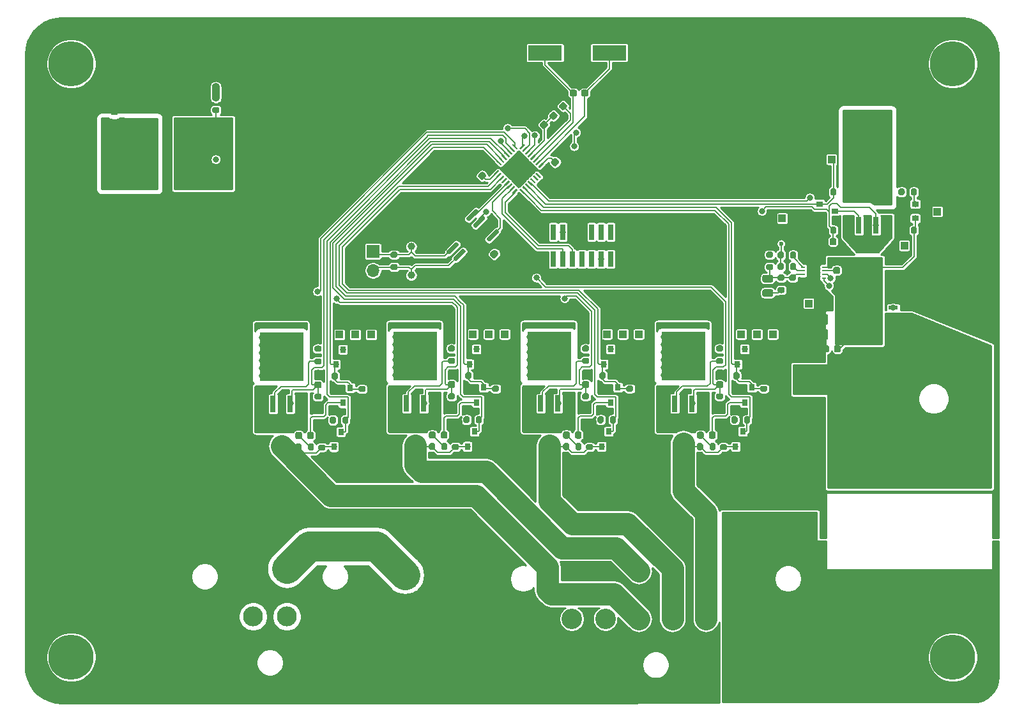
<source format=gbr>
%TF.GenerationSoftware,KiCad,Pcbnew,(5.1.9-0-10_14)*%
%TF.CreationDate,2021-07-17T22:03:01+08:00*%
%TF.ProjectId,pdm,70646d2e-6b69-4636-9164-5f7063625858,rev?*%
%TF.SameCoordinates,Original*%
%TF.FileFunction,Copper,L1,Top*%
%TF.FilePolarity,Positive*%
%FSLAX46Y46*%
G04 Gerber Fmt 4.6, Leading zero omitted, Abs format (unit mm)*
G04 Created by KiCad (PCBNEW (5.1.9-0-10_14)) date 2021-07-17 22:03:01*
%MOMM*%
%LPD*%
G01*
G04 APERTURE LIST*
%TA.AperFunction,ComponentPad*%
%ADD10R,1.000000X1.000000*%
%TD*%
%TA.AperFunction,ComponentPad*%
%ADD11C,0.500000*%
%TD*%
%TA.AperFunction,SMDPad,CuDef*%
%ADD12C,0.100000*%
%TD*%
%TA.AperFunction,SMDPad,CuDef*%
%ADD13R,0.750000X2.100000*%
%TD*%
%TA.AperFunction,ComponentPad*%
%ADD14O,2.000000X2.000000*%
%TD*%
%TA.AperFunction,ComponentPad*%
%ADD15R,2.000000X2.000000*%
%TD*%
%TA.AperFunction,SMDPad,CuDef*%
%ADD16C,1.000000*%
%TD*%
%TA.AperFunction,SMDPad,CuDef*%
%ADD17R,19.000000X5.000000*%
%TD*%
%TA.AperFunction,SMDPad,CuDef*%
%ADD18R,3.810000X3.910000*%
%TD*%
%TA.AperFunction,SMDPad,CuDef*%
%ADD19R,1.020000X0.610000*%
%TD*%
%TA.AperFunction,SMDPad,CuDef*%
%ADD20R,1.270000X0.610000*%
%TD*%
%TA.AperFunction,SMDPad,CuDef*%
%ADD21R,2.500000X3.300000*%
%TD*%
%TA.AperFunction,ComponentPad*%
%ADD22O,1.700000X1.700000*%
%TD*%
%TA.AperFunction,ComponentPad*%
%ADD23R,1.700000X1.700000*%
%TD*%
%TA.AperFunction,SMDPad,CuDef*%
%ADD24R,5.800000X6.400000*%
%TD*%
%TA.AperFunction,SMDPad,CuDef*%
%ADD25R,0.800000X2.200000*%
%TD*%
%TA.AperFunction,SMDPad,CuDef*%
%ADD26R,0.900000X0.800000*%
%TD*%
%TA.AperFunction,SMDPad,CuDef*%
%ADD27R,0.600000X0.250000*%
%TD*%
%TA.AperFunction,SMDPad,CuDef*%
%ADD28R,1.600000X2.000000*%
%TD*%
%TA.AperFunction,SMDPad,CuDef*%
%ADD29R,10.800000X9.400000*%
%TD*%
%TA.AperFunction,SMDPad,CuDef*%
%ADD30R,1.100000X4.600000*%
%TD*%
%TA.AperFunction,SMDPad,CuDef*%
%ADD31R,0.800000X0.900000*%
%TD*%
%TA.AperFunction,SMDPad,CuDef*%
%ADD32R,4.500000X2.000000*%
%TD*%
%TA.AperFunction,ComponentPad*%
%ADD33R,2.715000X2.715000*%
%TD*%
%TA.AperFunction,ComponentPad*%
%ADD34C,2.715000*%
%TD*%
%TA.AperFunction,ComponentPad*%
%ADD35C,6.000000*%
%TD*%
%TA.AperFunction,ComponentPad*%
%ADD36C,0.800000*%
%TD*%
%TA.AperFunction,ComponentPad*%
%ADD37C,2.640000*%
%TD*%
%TA.AperFunction,ComponentPad*%
%ADD38R,2.640000X2.640000*%
%TD*%
%TA.AperFunction,ViaPad*%
%ADD39C,0.600000*%
%TD*%
%TA.AperFunction,ViaPad*%
%ADD40C,0.800000*%
%TD*%
%TA.AperFunction,Conductor*%
%ADD41C,0.203200*%
%TD*%
%TA.AperFunction,Conductor*%
%ADD42C,4.000000*%
%TD*%
%TA.AperFunction,Conductor*%
%ADD43C,3.000000*%
%TD*%
%TA.AperFunction,Conductor*%
%ADD44C,0.508000*%
%TD*%
%TA.AperFunction,Conductor*%
%ADD45C,1.000000*%
%TD*%
%TA.AperFunction,Conductor*%
%ADD46C,0.254000*%
%TD*%
%TA.AperFunction,Conductor*%
%ADD47C,0.100000*%
%TD*%
%TA.AperFunction,NonConductor*%
%ADD48C,0.254000*%
%TD*%
%TA.AperFunction,NonConductor*%
%ADD49C,0.100000*%
%TD*%
G04 APERTURE END LIST*
D10*
%TO.P,TP19,1*%
%TO.N,/DAC2*%
X204851000Y-75374500D03*
%TD*%
%TO.P,TP18,1*%
%TO.N,/vout5*%
X208343500Y-86677500D03*
%TD*%
%TO.P,TP17,1*%
%TO.N,/sense5*%
X221043500Y-78994000D03*
%TD*%
%TO.P,TP16,1*%
%TO.N,/sheet60F4D953/BUCK_FUSE_OUT*%
X225425000Y-74485500D03*
%TD*%
%TO.P,TP15,1*%
%TO.N,/act5*%
X211391500Y-67564000D03*
%TD*%
%TO.P,TP14,1*%
%TO.N,/sense4*%
X199420000Y-90761000D03*
%TD*%
%TO.P,TP13,1*%
%TO.N,/vout4*%
X203611000Y-90761000D03*
%TD*%
%TO.P,TP12,1*%
%TO.N,/act4*%
X201515500Y-90761000D03*
%TD*%
%TO.P,TP11,1*%
%TO.N,/sense2*%
X163877000Y-90751000D03*
%TD*%
%TO.P,TP10,1*%
%TO.N,/vout2*%
X168068000Y-90751000D03*
%TD*%
%TO.P,TP9,1*%
%TO.N,/act2*%
X165972500Y-90751000D03*
%TD*%
%TO.P,TP8,1*%
%TO.N,/sense1*%
X146177000Y-90805000D03*
%TD*%
%TO.P,TP7,1*%
%TO.N,/vout1*%
X150368000Y-90805000D03*
%TD*%
%TO.P,TP6,1*%
%TO.N,/act1*%
X148272500Y-90805000D03*
%TD*%
%TO.P,TP5,1*%
%TO.N,/sense3*%
X181655280Y-90752159D03*
%TD*%
%TO.P,TP4,1*%
%TO.N,/vout3*%
X185846280Y-90752159D03*
%TD*%
%TO.P,TP3,1*%
%TO.N,/act3*%
X183750780Y-90752159D03*
%TD*%
D11*
%TO.P,U3,33*%
%TO.N,GND*%
X168511786Y-68834000D03*
X169218893Y-68126893D03*
X169926000Y-67419786D03*
X169218893Y-69541107D03*
X169926000Y-68834000D03*
X170633107Y-68126893D03*
X169926000Y-70248214D03*
X170633107Y-69541107D03*
X171340214Y-68834000D03*
%TA.AperFunction,SMDPad,CuDef*%
D12*
G36*
X169926000Y-66394482D02*
G01*
X172365518Y-68834000D01*
X169926000Y-71273518D01*
X167486482Y-68834000D01*
X169926000Y-66394482D01*
G37*
%TD.AperFunction*%
%TO.P,U3,32*%
%TA.AperFunction,SMDPad,CuDef*%
G36*
G01*
X172710233Y-68966583D02*
X173240563Y-69496913D01*
G75*
G02*
X173240563Y-69585301I-44194J-44194D01*
G01*
X173152175Y-69673689D01*
G75*
G02*
X173063787Y-69673689I-44194J44194D01*
G01*
X172533457Y-69143359D01*
G75*
G02*
X172533457Y-69054971I44194J44194D01*
G01*
X172621845Y-68966583D01*
G75*
G02*
X172710233Y-68966583I44194J-44194D01*
G01*
G37*
%TD.AperFunction*%
%TO.P,U3,31*%
%TO.N,N/C*%
%TA.AperFunction,SMDPad,CuDef*%
G36*
G01*
X172356679Y-69320136D02*
X172887009Y-69850466D01*
G75*
G02*
X172887009Y-69938854I-44194J-44194D01*
G01*
X172798621Y-70027242D01*
G75*
G02*
X172710233Y-70027242I-44194J44194D01*
G01*
X172179903Y-69496912D01*
G75*
G02*
X172179903Y-69408524I44194J44194D01*
G01*
X172268291Y-69320136D01*
G75*
G02*
X172356679Y-69320136I44194J-44194D01*
G01*
G37*
%TD.AperFunction*%
%TO.P,U3,30*%
%TA.AperFunction,SMDPad,CuDef*%
G36*
G01*
X172003126Y-69673690D02*
X172533456Y-70204020D01*
G75*
G02*
X172533456Y-70292408I-44194J-44194D01*
G01*
X172445068Y-70380796D01*
G75*
G02*
X172356680Y-70380796I-44194J44194D01*
G01*
X171826350Y-69850466D01*
G75*
G02*
X171826350Y-69762078I44194J44194D01*
G01*
X171914738Y-69673690D01*
G75*
G02*
X172003126Y-69673690I44194J-44194D01*
G01*
G37*
%TD.AperFunction*%
%TO.P,U3,29*%
%TA.AperFunction,SMDPad,CuDef*%
G36*
G01*
X171649572Y-70027243D02*
X172179902Y-70557573D01*
G75*
G02*
X172179902Y-70645961I-44194J-44194D01*
G01*
X172091514Y-70734349D01*
G75*
G02*
X172003126Y-70734349I-44194J44194D01*
G01*
X171472796Y-70204019D01*
G75*
G02*
X171472796Y-70115631I44194J44194D01*
G01*
X171561184Y-70027243D01*
G75*
G02*
X171649572Y-70027243I44194J-44194D01*
G01*
G37*
%TD.AperFunction*%
%TO.P,U3,28*%
%TO.N,/fuse5*%
%TA.AperFunction,SMDPad,CuDef*%
G36*
G01*
X171296019Y-70380796D02*
X171826349Y-70911126D01*
G75*
G02*
X171826349Y-70999514I-44194J-44194D01*
G01*
X171737961Y-71087902D01*
G75*
G02*
X171649573Y-71087902I-44194J44194D01*
G01*
X171119243Y-70557572D01*
G75*
G02*
X171119243Y-70469184I44194J44194D01*
G01*
X171207631Y-70380796D01*
G75*
G02*
X171296019Y-70380796I44194J-44194D01*
G01*
G37*
%TD.AperFunction*%
%TO.P,U3,27*%
%TO.N,/act5*%
%TA.AperFunction,SMDPad,CuDef*%
G36*
G01*
X170942466Y-70734350D02*
X171472796Y-71264680D01*
G75*
G02*
X171472796Y-71353068I-44194J-44194D01*
G01*
X171384408Y-71441456D01*
G75*
G02*
X171296020Y-71441456I-44194J44194D01*
G01*
X170765690Y-70911126D01*
G75*
G02*
X170765690Y-70822738I44194J44194D01*
G01*
X170854078Y-70734350D01*
G75*
G02*
X170942466Y-70734350I44194J-44194D01*
G01*
G37*
%TD.AperFunction*%
%TO.P,U3,26*%
%TO.N,/act4*%
%TA.AperFunction,SMDPad,CuDef*%
G36*
G01*
X170588912Y-71087903D02*
X171119242Y-71618233D01*
G75*
G02*
X171119242Y-71706621I-44194J-44194D01*
G01*
X171030854Y-71795009D01*
G75*
G02*
X170942466Y-71795009I-44194J44194D01*
G01*
X170412136Y-71264679D01*
G75*
G02*
X170412136Y-71176291I44194J44194D01*
G01*
X170500524Y-71087903D01*
G75*
G02*
X170588912Y-71087903I44194J-44194D01*
G01*
G37*
%TD.AperFunction*%
%TO.P,U3,25*%
%TO.N,/fuse4*%
%TA.AperFunction,SMDPad,CuDef*%
G36*
G01*
X170235359Y-71441457D02*
X170765689Y-71971787D01*
G75*
G02*
X170765689Y-72060175I-44194J-44194D01*
G01*
X170677301Y-72148563D01*
G75*
G02*
X170588913Y-72148563I-44194J44194D01*
G01*
X170058583Y-71618233D01*
G75*
G02*
X170058583Y-71529845I44194J44194D01*
G01*
X170146971Y-71441457D01*
G75*
G02*
X170235359Y-71441457I44194J-44194D01*
G01*
G37*
%TD.AperFunction*%
%TO.P,U3,24*%
%TO.N,/SWCLK*%
%TA.AperFunction,SMDPad,CuDef*%
G36*
G01*
X169705029Y-71441457D02*
X169793417Y-71529845D01*
G75*
G02*
X169793417Y-71618233I-44194J-44194D01*
G01*
X169263087Y-72148563D01*
G75*
G02*
X169174699Y-72148563I-44194J44194D01*
G01*
X169086311Y-72060175D01*
G75*
G02*
X169086311Y-71971787I44194J44194D01*
G01*
X169616641Y-71441457D01*
G75*
G02*
X169705029Y-71441457I44194J-44194D01*
G01*
G37*
%TD.AperFunction*%
%TO.P,U3,23*%
%TO.N,/SWDIO*%
%TA.AperFunction,SMDPad,CuDef*%
G36*
G01*
X169351476Y-71087903D02*
X169439864Y-71176291D01*
G75*
G02*
X169439864Y-71264679I-44194J-44194D01*
G01*
X168909534Y-71795009D01*
G75*
G02*
X168821146Y-71795009I-44194J44194D01*
G01*
X168732758Y-71706621D01*
G75*
G02*
X168732758Y-71618233I44194J44194D01*
G01*
X169263088Y-71087903D01*
G75*
G02*
X169351476Y-71087903I44194J-44194D01*
G01*
G37*
%TD.AperFunction*%
%TO.P,U3,22*%
%TO.N,/cantx*%
%TA.AperFunction,SMDPad,CuDef*%
G36*
G01*
X168997922Y-70734350D02*
X169086310Y-70822738D01*
G75*
G02*
X169086310Y-70911126I-44194J-44194D01*
G01*
X168555980Y-71441456D01*
G75*
G02*
X168467592Y-71441456I-44194J44194D01*
G01*
X168379204Y-71353068D01*
G75*
G02*
X168379204Y-71264680I44194J44194D01*
G01*
X168909534Y-70734350D01*
G75*
G02*
X168997922Y-70734350I44194J-44194D01*
G01*
G37*
%TD.AperFunction*%
%TO.P,U3,21*%
%TO.N,/canrx*%
%TA.AperFunction,SMDPad,CuDef*%
G36*
G01*
X168644369Y-70380796D02*
X168732757Y-70469184D01*
G75*
G02*
X168732757Y-70557572I-44194J-44194D01*
G01*
X168202427Y-71087902D01*
G75*
G02*
X168114039Y-71087902I-44194J44194D01*
G01*
X168025651Y-70999514D01*
G75*
G02*
X168025651Y-70911126I44194J44194D01*
G01*
X168555981Y-70380796D01*
G75*
G02*
X168644369Y-70380796I44194J-44194D01*
G01*
G37*
%TD.AperFunction*%
%TO.P,U3,20*%
%TO.N,N/C*%
%TA.AperFunction,SMDPad,CuDef*%
G36*
G01*
X168290816Y-70027243D02*
X168379204Y-70115631D01*
G75*
G02*
X168379204Y-70204019I-44194J-44194D01*
G01*
X167848874Y-70734349D01*
G75*
G02*
X167760486Y-70734349I-44194J44194D01*
G01*
X167672098Y-70645961D01*
G75*
G02*
X167672098Y-70557573I44194J44194D01*
G01*
X168202428Y-70027243D01*
G75*
G02*
X168290816Y-70027243I44194J-44194D01*
G01*
G37*
%TD.AperFunction*%
%TO.P,U3,19*%
%TO.N,/act3*%
%TA.AperFunction,SMDPad,CuDef*%
G36*
G01*
X167937262Y-69673690D02*
X168025650Y-69762078D01*
G75*
G02*
X168025650Y-69850466I-44194J-44194D01*
G01*
X167495320Y-70380796D01*
G75*
G02*
X167406932Y-70380796I-44194J44194D01*
G01*
X167318544Y-70292408D01*
G75*
G02*
X167318544Y-70204020I44194J44194D01*
G01*
X167848874Y-69673690D01*
G75*
G02*
X167937262Y-69673690I44194J-44194D01*
G01*
G37*
%TD.AperFunction*%
%TO.P,U3,18*%
%TO.N,/fuse3*%
%TA.AperFunction,SMDPad,CuDef*%
G36*
G01*
X167583709Y-69320136D02*
X167672097Y-69408524D01*
G75*
G02*
X167672097Y-69496912I-44194J-44194D01*
G01*
X167141767Y-70027242D01*
G75*
G02*
X167053379Y-70027242I-44194J44194D01*
G01*
X166964991Y-69938854D01*
G75*
G02*
X166964991Y-69850466I44194J44194D01*
G01*
X167495321Y-69320136D01*
G75*
G02*
X167583709Y-69320136I44194J-44194D01*
G01*
G37*
%TD.AperFunction*%
%TO.P,U3,17*%
%TO.N,+3V3*%
%TA.AperFunction,SMDPad,CuDef*%
G36*
G01*
X167230155Y-68966583D02*
X167318543Y-69054971D01*
G75*
G02*
X167318543Y-69143359I-44194J-44194D01*
G01*
X166788213Y-69673689D01*
G75*
G02*
X166699825Y-69673689I-44194J44194D01*
G01*
X166611437Y-69585301D01*
G75*
G02*
X166611437Y-69496913I44194J44194D01*
G01*
X167141767Y-68966583D01*
G75*
G02*
X167230155Y-68966583I44194J-44194D01*
G01*
G37*
%TD.AperFunction*%
%TO.P,U3,16*%
%TO.N,GND*%
%TA.AperFunction,SMDPad,CuDef*%
G36*
G01*
X166788213Y-67994311D02*
X167318543Y-68524641D01*
G75*
G02*
X167318543Y-68613029I-44194J-44194D01*
G01*
X167230155Y-68701417D01*
G75*
G02*
X167141767Y-68701417I-44194J44194D01*
G01*
X166611437Y-68171087D01*
G75*
G02*
X166611437Y-68082699I44194J44194D01*
G01*
X166699825Y-67994311D01*
G75*
G02*
X166788213Y-67994311I44194J-44194D01*
G01*
G37*
%TD.AperFunction*%
%TO.P,U3,15*%
%TO.N,/act2*%
%TA.AperFunction,SMDPad,CuDef*%
G36*
G01*
X167141767Y-67640758D02*
X167672097Y-68171088D01*
G75*
G02*
X167672097Y-68259476I-44194J-44194D01*
G01*
X167583709Y-68347864D01*
G75*
G02*
X167495321Y-68347864I-44194J44194D01*
G01*
X166964991Y-67817534D01*
G75*
G02*
X166964991Y-67729146I44194J44194D01*
G01*
X167053379Y-67640758D01*
G75*
G02*
X167141767Y-67640758I44194J-44194D01*
G01*
G37*
%TD.AperFunction*%
%TO.P,U3,14*%
%TO.N,/fuse2*%
%TA.AperFunction,SMDPad,CuDef*%
G36*
G01*
X167495320Y-67287204D02*
X168025650Y-67817534D01*
G75*
G02*
X168025650Y-67905922I-44194J-44194D01*
G01*
X167937262Y-67994310D01*
G75*
G02*
X167848874Y-67994310I-44194J44194D01*
G01*
X167318544Y-67463980D01*
G75*
G02*
X167318544Y-67375592I44194J44194D01*
G01*
X167406932Y-67287204D01*
G75*
G02*
X167495320Y-67287204I44194J-44194D01*
G01*
G37*
%TD.AperFunction*%
%TO.P,U3,13*%
%TO.N,/act1*%
%TA.AperFunction,SMDPad,CuDef*%
G36*
G01*
X167848874Y-66933651D02*
X168379204Y-67463981D01*
G75*
G02*
X168379204Y-67552369I-44194J-44194D01*
G01*
X168290816Y-67640757D01*
G75*
G02*
X168202428Y-67640757I-44194J44194D01*
G01*
X167672098Y-67110427D01*
G75*
G02*
X167672098Y-67022039I44194J44194D01*
G01*
X167760486Y-66933651D01*
G75*
G02*
X167848874Y-66933651I44194J-44194D01*
G01*
G37*
%TD.AperFunction*%
%TO.P,U3,12*%
%TO.N,/fuse1*%
%TA.AperFunction,SMDPad,CuDef*%
G36*
G01*
X168202427Y-66580098D02*
X168732757Y-67110428D01*
G75*
G02*
X168732757Y-67198816I-44194J-44194D01*
G01*
X168644369Y-67287204D01*
G75*
G02*
X168555981Y-67287204I-44194J44194D01*
G01*
X168025651Y-66756874D01*
G75*
G02*
X168025651Y-66668486I44194J44194D01*
G01*
X168114039Y-66580098D01*
G75*
G02*
X168202427Y-66580098I44194J-44194D01*
G01*
G37*
%TD.AperFunction*%
%TO.P,U3,11*%
%TO.N,/DAC2*%
%TA.AperFunction,SMDPad,CuDef*%
G36*
G01*
X168555980Y-66226544D02*
X169086310Y-66756874D01*
G75*
G02*
X169086310Y-66845262I-44194J-44194D01*
G01*
X168997922Y-66933650D01*
G75*
G02*
X168909534Y-66933650I-44194J44194D01*
G01*
X168379204Y-66403320D01*
G75*
G02*
X168379204Y-66314932I44194J44194D01*
G01*
X168467592Y-66226544D01*
G75*
G02*
X168555980Y-66226544I44194J-44194D01*
G01*
G37*
%TD.AperFunction*%
%TO.P,U3,10*%
%TO.N,/sense1*%
%TA.AperFunction,SMDPad,CuDef*%
G36*
G01*
X168909534Y-65872991D02*
X169439864Y-66403321D01*
G75*
G02*
X169439864Y-66491709I-44194J-44194D01*
G01*
X169351476Y-66580097D01*
G75*
G02*
X169263088Y-66580097I-44194J44194D01*
G01*
X168732758Y-66049767D01*
G75*
G02*
X168732758Y-65961379I44194J44194D01*
G01*
X168821146Y-65872991D01*
G75*
G02*
X168909534Y-65872991I44194J-44194D01*
G01*
G37*
%TD.AperFunction*%
%TO.P,U3,9*%
%TO.N,/sense2*%
%TA.AperFunction,SMDPad,CuDef*%
G36*
G01*
X169263087Y-65519437D02*
X169793417Y-66049767D01*
G75*
G02*
X169793417Y-66138155I-44194J-44194D01*
G01*
X169705029Y-66226543D01*
G75*
G02*
X169616641Y-66226543I-44194J44194D01*
G01*
X169086311Y-65696213D01*
G75*
G02*
X169086311Y-65607825I44194J44194D01*
G01*
X169174699Y-65519437D01*
G75*
G02*
X169263087Y-65519437I44194J-44194D01*
G01*
G37*
%TD.AperFunction*%
%TO.P,U3,8*%
%TO.N,/sense3*%
%TA.AperFunction,SMDPad,CuDef*%
G36*
G01*
X170677301Y-65519437D02*
X170765689Y-65607825D01*
G75*
G02*
X170765689Y-65696213I-44194J-44194D01*
G01*
X170235359Y-66226543D01*
G75*
G02*
X170146971Y-66226543I-44194J44194D01*
G01*
X170058583Y-66138155D01*
G75*
G02*
X170058583Y-66049767I44194J44194D01*
G01*
X170588913Y-65519437D01*
G75*
G02*
X170677301Y-65519437I44194J-44194D01*
G01*
G37*
%TD.AperFunction*%
%TO.P,U3,7*%
%TO.N,/sense4*%
%TA.AperFunction,SMDPad,CuDef*%
G36*
G01*
X171030854Y-65872991D02*
X171119242Y-65961379D01*
G75*
G02*
X171119242Y-66049767I-44194J-44194D01*
G01*
X170588912Y-66580097D01*
G75*
G02*
X170500524Y-66580097I-44194J44194D01*
G01*
X170412136Y-66491709D01*
G75*
G02*
X170412136Y-66403321I44194J44194D01*
G01*
X170942466Y-65872991D01*
G75*
G02*
X171030854Y-65872991I44194J-44194D01*
G01*
G37*
%TD.AperFunction*%
%TO.P,U3,6*%
%TO.N,/sense5*%
%TA.AperFunction,SMDPad,CuDef*%
G36*
G01*
X171384408Y-66226544D02*
X171472796Y-66314932D01*
G75*
G02*
X171472796Y-66403320I-44194J-44194D01*
G01*
X170942466Y-66933650D01*
G75*
G02*
X170854078Y-66933650I-44194J44194D01*
G01*
X170765690Y-66845262D01*
G75*
G02*
X170765690Y-66756874I44194J44194D01*
G01*
X171296020Y-66226544D01*
G75*
G02*
X171384408Y-66226544I44194J-44194D01*
G01*
G37*
%TD.AperFunction*%
%TO.P,U3,5*%
%TO.N,+3V3*%
%TA.AperFunction,SMDPad,CuDef*%
G36*
G01*
X171737961Y-66580098D02*
X171826349Y-66668486D01*
G75*
G02*
X171826349Y-66756874I-44194J-44194D01*
G01*
X171296019Y-67287204D01*
G75*
G02*
X171207631Y-67287204I-44194J44194D01*
G01*
X171119243Y-67198816D01*
G75*
G02*
X171119243Y-67110428I44194J44194D01*
G01*
X171649573Y-66580098D01*
G75*
G02*
X171737961Y-66580098I44194J-44194D01*
G01*
G37*
%TD.AperFunction*%
%TO.P,U3,4*%
%TO.N,/NRST*%
%TA.AperFunction,SMDPad,CuDef*%
G36*
G01*
X172091514Y-66933651D02*
X172179902Y-67022039D01*
G75*
G02*
X172179902Y-67110427I-44194J-44194D01*
G01*
X171649572Y-67640757D01*
G75*
G02*
X171561184Y-67640757I-44194J44194D01*
G01*
X171472796Y-67552369D01*
G75*
G02*
X171472796Y-67463981I44194J44194D01*
G01*
X172003126Y-66933651D01*
G75*
G02*
X172091514Y-66933651I44194J-44194D01*
G01*
G37*
%TD.AperFunction*%
%TO.P,U3,3*%
%TO.N,/OSC_P*%
%TA.AperFunction,SMDPad,CuDef*%
G36*
G01*
X172445068Y-67287204D02*
X172533456Y-67375592D01*
G75*
G02*
X172533456Y-67463980I-44194J-44194D01*
G01*
X172003126Y-67994310D01*
G75*
G02*
X171914738Y-67994310I-44194J44194D01*
G01*
X171826350Y-67905922D01*
G75*
G02*
X171826350Y-67817534I44194J44194D01*
G01*
X172356680Y-67287204D01*
G75*
G02*
X172445068Y-67287204I44194J-44194D01*
G01*
G37*
%TD.AperFunction*%
%TO.P,U3,2*%
%TO.N,/OSC_N*%
%TA.AperFunction,SMDPad,CuDef*%
G36*
G01*
X172798621Y-67640758D02*
X172887009Y-67729146D01*
G75*
G02*
X172887009Y-67817534I-44194J-44194D01*
G01*
X172356679Y-68347864D01*
G75*
G02*
X172268291Y-68347864I-44194J44194D01*
G01*
X172179903Y-68259476D01*
G75*
G02*
X172179903Y-68171088I44194J44194D01*
G01*
X172710233Y-67640758D01*
G75*
G02*
X172798621Y-67640758I44194J-44194D01*
G01*
G37*
%TD.AperFunction*%
%TO.P,U3,1*%
%TO.N,+3V3*%
%TA.AperFunction,SMDPad,CuDef*%
G36*
G01*
X173152175Y-67994311D02*
X173240563Y-68082699D01*
G75*
G02*
X173240563Y-68171087I-44194J-44194D01*
G01*
X172710233Y-68701417D01*
G75*
G02*
X172621845Y-68701417I-44194J44194D01*
G01*
X172533457Y-68613029D01*
G75*
G02*
X172533457Y-68524641I44194J44194D01*
G01*
X173063787Y-67994311D01*
G75*
G02*
X173152175Y-67994311I44194J-44194D01*
G01*
G37*
%TD.AperFunction*%
%TD*%
D13*
%TO.P,J2,14*%
%TO.N,N/C*%
X182118000Y-80794000D03*
%TO.P,J2,13*%
X182118000Y-77194000D03*
%TO.P,J2,12*%
%TO.N,/NRST*%
X180848000Y-80794000D03*
%TO.P,J2,11*%
%TO.N,N/C*%
X180848000Y-77194000D03*
%TO.P,J2,10*%
X179578000Y-80794000D03*
%TO.P,J2,9*%
X179578000Y-77194000D03*
%TO.P,J2,8*%
X178308000Y-80794000D03*
%TO.P,J2,7*%
%TO.N,GND*%
X178308000Y-77194000D03*
%TO.P,J2,6*%
%TO.N,/SWCLK*%
X177038000Y-80794000D03*
%TO.P,J2,5*%
%TO.N,GND*%
X177038000Y-77194000D03*
%TO.P,J2,4*%
%TO.N,/SWDIO*%
X175768000Y-80794000D03*
%TO.P,J2,3*%
%TO.N,+3V3*%
X175768000Y-77194000D03*
%TO.P,J2,2*%
%TO.N,N/C*%
X174498000Y-80794000D03*
%TO.P,J2,1*%
X174498000Y-77194000D03*
%TD*%
%TO.P,C10,2*%
%TO.N,GND*%
%TA.AperFunction,SMDPad,CuDef*%
G36*
G01*
X175206967Y-59537413D02*
X174853413Y-59890967D01*
G75*
G02*
X174535215Y-59890967I-159099J159099D01*
G01*
X174217017Y-59572769D01*
G75*
G02*
X174217017Y-59254571I159099J159099D01*
G01*
X174570571Y-58901017D01*
G75*
G02*
X174888769Y-58901017I159099J-159099D01*
G01*
X175206967Y-59219215D01*
G75*
G02*
X175206967Y-59537413I-159099J-159099D01*
G01*
G37*
%TD.AperFunction*%
%TO.P,C10,1*%
%TO.N,/NRST*%
%TA.AperFunction,SMDPad,CuDef*%
G36*
G01*
X176302983Y-60633429D02*
X175949429Y-60986983D01*
G75*
G02*
X175631231Y-60986983I-159099J159099D01*
G01*
X175313033Y-60668785D01*
G75*
G02*
X175313033Y-60350587I159099J159099D01*
G01*
X175666587Y-59997033D01*
G75*
G02*
X175984785Y-59997033I159099J-159099D01*
G01*
X176302983Y-60315231D01*
G75*
G02*
X176302983Y-60633429I-159099J-159099D01*
G01*
G37*
%TD.AperFunction*%
%TD*%
D14*
%TO.P,D6,2*%
%TO.N,GND*%
X208280000Y-101854000D03*
D15*
%TO.P,D6,1*%
%TO.N,Net-(D6-Pad1)*%
X208280000Y-96774000D03*
%TD*%
%TO.P,C26,2*%
%TO.N,GND*%
%TA.AperFunction,SMDPad,CuDef*%
G36*
G01*
X203929000Y-113850000D02*
X202979000Y-113850000D01*
G75*
G02*
X202729000Y-113600000I0J250000D01*
G01*
X202729000Y-113100000D01*
G75*
G02*
X202979000Y-112850000I250000J0D01*
G01*
X203929000Y-112850000D01*
G75*
G02*
X204179000Y-113100000I0J-250000D01*
G01*
X204179000Y-113600000D01*
G75*
G02*
X203929000Y-113850000I-250000J0D01*
G01*
G37*
%TD.AperFunction*%
%TO.P,C26,1*%
%TO.N,/vout5*%
%TA.AperFunction,SMDPad,CuDef*%
G36*
G01*
X203929000Y-115750000D02*
X202979000Y-115750000D01*
G75*
G02*
X202729000Y-115500000I0J250000D01*
G01*
X202729000Y-115000000D01*
G75*
G02*
X202979000Y-114750000I250000J0D01*
G01*
X203929000Y-114750000D01*
G75*
G02*
X204179000Y-115000000I0J-250000D01*
G01*
X204179000Y-115500000D01*
G75*
G02*
X203929000Y-115750000I-250000J0D01*
G01*
G37*
%TD.AperFunction*%
%TD*%
%TO.P,C25,2*%
%TO.N,GND*%
%TA.AperFunction,SMDPad,CuDef*%
G36*
G01*
X205961000Y-113850000D02*
X205011000Y-113850000D01*
G75*
G02*
X204761000Y-113600000I0J250000D01*
G01*
X204761000Y-113100000D01*
G75*
G02*
X205011000Y-112850000I250000J0D01*
G01*
X205961000Y-112850000D01*
G75*
G02*
X206211000Y-113100000I0J-250000D01*
G01*
X206211000Y-113600000D01*
G75*
G02*
X205961000Y-113850000I-250000J0D01*
G01*
G37*
%TD.AperFunction*%
%TO.P,C25,1*%
%TO.N,/vout5*%
%TA.AperFunction,SMDPad,CuDef*%
G36*
G01*
X205961000Y-115750000D02*
X205011000Y-115750000D01*
G75*
G02*
X204761000Y-115500000I0J250000D01*
G01*
X204761000Y-115000000D01*
G75*
G02*
X205011000Y-114750000I250000J0D01*
G01*
X205961000Y-114750000D01*
G75*
G02*
X206211000Y-115000000I0J-250000D01*
G01*
X206211000Y-115500000D01*
G75*
G02*
X205961000Y-115750000I-250000J0D01*
G01*
G37*
%TD.AperFunction*%
%TD*%
%TO.P,C22,2*%
%TO.N,GND*%
%TA.AperFunction,SMDPad,CuDef*%
G36*
G01*
X199865000Y-113850000D02*
X198915000Y-113850000D01*
G75*
G02*
X198665000Y-113600000I0J250000D01*
G01*
X198665000Y-113100000D01*
G75*
G02*
X198915000Y-112850000I250000J0D01*
G01*
X199865000Y-112850000D01*
G75*
G02*
X200115000Y-113100000I0J-250000D01*
G01*
X200115000Y-113600000D01*
G75*
G02*
X199865000Y-113850000I-250000J0D01*
G01*
G37*
%TD.AperFunction*%
%TO.P,C22,1*%
%TO.N,/vout5*%
%TA.AperFunction,SMDPad,CuDef*%
G36*
G01*
X199865000Y-115750000D02*
X198915000Y-115750000D01*
G75*
G02*
X198665000Y-115500000I0J250000D01*
G01*
X198665000Y-115000000D01*
G75*
G02*
X198915000Y-114750000I250000J0D01*
G01*
X199865000Y-114750000D01*
G75*
G02*
X200115000Y-115000000I0J-250000D01*
G01*
X200115000Y-115500000D01*
G75*
G02*
X199865000Y-115750000I-250000J0D01*
G01*
G37*
%TD.AperFunction*%
%TD*%
%TO.P,C21,2*%
%TO.N,GND*%
%TA.AperFunction,SMDPad,CuDef*%
G36*
G01*
X201897000Y-113850000D02*
X200947000Y-113850000D01*
G75*
G02*
X200697000Y-113600000I0J250000D01*
G01*
X200697000Y-113100000D01*
G75*
G02*
X200947000Y-112850000I250000J0D01*
G01*
X201897000Y-112850000D01*
G75*
G02*
X202147000Y-113100000I0J-250000D01*
G01*
X202147000Y-113600000D01*
G75*
G02*
X201897000Y-113850000I-250000J0D01*
G01*
G37*
%TD.AperFunction*%
%TO.P,C21,1*%
%TO.N,/vout5*%
%TA.AperFunction,SMDPad,CuDef*%
G36*
G01*
X201897000Y-115750000D02*
X200947000Y-115750000D01*
G75*
G02*
X200697000Y-115500000I0J250000D01*
G01*
X200697000Y-115000000D01*
G75*
G02*
X200947000Y-114750000I250000J0D01*
G01*
X201897000Y-114750000D01*
G75*
G02*
X202147000Y-115000000I0J-250000D01*
G01*
X202147000Y-115500000D01*
G75*
G02*
X201897000Y-115750000I-250000J0D01*
G01*
G37*
%TD.AperFunction*%
%TD*%
%TO.P,C20,2*%
%TO.N,Net-(C20-Pad2)*%
%TA.AperFunction,SMDPad,CuDef*%
G36*
G01*
X203421000Y-83878000D02*
X202471000Y-83878000D01*
G75*
G02*
X202221000Y-83628000I0J250000D01*
G01*
X202221000Y-83128000D01*
G75*
G02*
X202471000Y-82878000I250000J0D01*
G01*
X203421000Y-82878000D01*
G75*
G02*
X203671000Y-83128000I0J-250000D01*
G01*
X203671000Y-83628000D01*
G75*
G02*
X203421000Y-83878000I-250000J0D01*
G01*
G37*
%TD.AperFunction*%
%TO.P,C20,1*%
%TO.N,/vout5*%
%TA.AperFunction,SMDPad,CuDef*%
G36*
G01*
X203421000Y-85778000D02*
X202471000Y-85778000D01*
G75*
G02*
X202221000Y-85528000I0J250000D01*
G01*
X202221000Y-85028000D01*
G75*
G02*
X202471000Y-84778000I250000J0D01*
G01*
X203421000Y-84778000D01*
G75*
G02*
X203671000Y-85028000I0J-250000D01*
G01*
X203671000Y-85528000D01*
G75*
G02*
X203421000Y-85778000I-250000J0D01*
G01*
G37*
%TD.AperFunction*%
%TD*%
D16*
%TO.P,CANH_TP1,1*%
%TO.N,/_P*%
X155702000Y-79121000D03*
%TD*%
%TO.P,C8,2*%
%TO.N,GND*%
%TA.AperFunction,SMDPad,CuDef*%
G36*
G01*
X172666967Y-62015782D02*
X172313413Y-62369336D01*
G75*
G02*
X171995215Y-62369336I-159099J159099D01*
G01*
X171677017Y-62051138D01*
G75*
G02*
X171677017Y-61732940I159099J159099D01*
G01*
X172030571Y-61379386D01*
G75*
G02*
X172348769Y-61379386I159099J-159099D01*
G01*
X172666967Y-61697584D01*
G75*
G02*
X172666967Y-62015782I-159099J-159099D01*
G01*
G37*
%TD.AperFunction*%
%TO.P,C8,1*%
%TO.N,+3V3*%
%TA.AperFunction,SMDPad,CuDef*%
G36*
G01*
X173762983Y-63111798D02*
X173409429Y-63465352D01*
G75*
G02*
X173091231Y-63465352I-159099J159099D01*
G01*
X172773033Y-63147154D01*
G75*
G02*
X172773033Y-62828956I159099J159099D01*
G01*
X173126587Y-62475402D01*
G75*
G02*
X173444785Y-62475402I159099J-159099D01*
G01*
X173762983Y-62793600D01*
G75*
G02*
X173762983Y-63111798I-159099J-159099D01*
G01*
G37*
%TD.AperFunction*%
%TD*%
%TO.P,C7,2*%
%TO.N,GND*%
%TA.AperFunction,SMDPad,CuDef*%
G36*
G01*
X173936967Y-60807413D02*
X173583413Y-61160967D01*
G75*
G02*
X173265215Y-61160967I-159099J159099D01*
G01*
X172947017Y-60842769D01*
G75*
G02*
X172947017Y-60524571I159099J159099D01*
G01*
X173300571Y-60171017D01*
G75*
G02*
X173618769Y-60171017I159099J-159099D01*
G01*
X173936967Y-60489215D01*
G75*
G02*
X173936967Y-60807413I-159099J-159099D01*
G01*
G37*
%TD.AperFunction*%
%TO.P,C7,1*%
%TO.N,+3V3*%
%TA.AperFunction,SMDPad,CuDef*%
G36*
G01*
X175032983Y-61903429D02*
X174679429Y-62256983D01*
G75*
G02*
X174361231Y-62256983I-159099J159099D01*
G01*
X174043033Y-61938785D01*
G75*
G02*
X174043033Y-61620587I159099J159099D01*
G01*
X174396587Y-61267033D01*
G75*
G02*
X174714785Y-61267033I159099J-159099D01*
G01*
X175032983Y-61585231D01*
G75*
G02*
X175032983Y-61903429I-159099J-159099D01*
G01*
G37*
%TD.AperFunction*%
%TD*%
%TO.P,C5,2*%
%TO.N,GND*%
%TA.AperFunction,SMDPad,CuDef*%
G36*
G01*
X175367187Y-68881377D02*
X175720741Y-68527823D01*
G75*
G02*
X176038939Y-68527823I159099J-159099D01*
G01*
X176357137Y-68846021D01*
G75*
G02*
X176357137Y-69164219I-159099J-159099D01*
G01*
X176003583Y-69517773D01*
G75*
G02*
X175685385Y-69517773I-159099J159099D01*
G01*
X175367187Y-69199575D01*
G75*
G02*
X175367187Y-68881377I159099J159099D01*
G01*
G37*
%TD.AperFunction*%
%TO.P,C5,1*%
%TO.N,+3V3*%
%TA.AperFunction,SMDPad,CuDef*%
G36*
G01*
X174271171Y-67785361D02*
X174624725Y-67431807D01*
G75*
G02*
X174942923Y-67431807I159099J-159099D01*
G01*
X175261121Y-67750005D01*
G75*
G02*
X175261121Y-68068203I-159099J-159099D01*
G01*
X174907567Y-68421757D01*
G75*
G02*
X174589369Y-68421757I-159099J159099D01*
G01*
X174271171Y-68103559D01*
G75*
G02*
X174271171Y-67785361I159099J159099D01*
G01*
G37*
%TD.AperFunction*%
%TD*%
%TO.P,C4,2*%
%TO.N,GND*%
%TA.AperFunction,SMDPad,CuDef*%
G36*
G01*
X164484813Y-68786623D02*
X164131259Y-69140177D01*
G75*
G02*
X163813061Y-69140177I-159099J159099D01*
G01*
X163494863Y-68821979D01*
G75*
G02*
X163494863Y-68503781I159099J159099D01*
G01*
X163848417Y-68150227D01*
G75*
G02*
X164166615Y-68150227I159099J-159099D01*
G01*
X164484813Y-68468425D01*
G75*
G02*
X164484813Y-68786623I-159099J-159099D01*
G01*
G37*
%TD.AperFunction*%
%TO.P,C4,1*%
%TO.N,+3V3*%
%TA.AperFunction,SMDPad,CuDef*%
G36*
G01*
X165580829Y-69882639D02*
X165227275Y-70236193D01*
G75*
G02*
X164909077Y-70236193I-159099J159099D01*
G01*
X164590879Y-69917995D01*
G75*
G02*
X164590879Y-69599797I159099J159099D01*
G01*
X164944433Y-69246243D01*
G75*
G02*
X165262631Y-69246243I159099J-159099D01*
G01*
X165580829Y-69564441D01*
G75*
G02*
X165580829Y-69882639I-159099J-159099D01*
G01*
G37*
%TD.AperFunction*%
%TD*%
D17*
%TO.P,L1,2*%
%TO.N,/vout5*%
X221772000Y-125590000D03*
%TO.P,L1,1*%
%TO.N,Net-(D6-Pad1)*%
X221772000Y-108090000D03*
%TD*%
%TO.P,C23,2*%
%TO.N,GND*%
%TA.AperFunction,SMDPad,CuDef*%
G36*
G01*
X207993000Y-113850000D02*
X207043000Y-113850000D01*
G75*
G02*
X206793000Y-113600000I0J250000D01*
G01*
X206793000Y-113100000D01*
G75*
G02*
X207043000Y-112850000I250000J0D01*
G01*
X207993000Y-112850000D01*
G75*
G02*
X208243000Y-113100000I0J-250000D01*
G01*
X208243000Y-113600000D01*
G75*
G02*
X207993000Y-113850000I-250000J0D01*
G01*
G37*
%TD.AperFunction*%
%TO.P,C23,1*%
%TO.N,/vout5*%
%TA.AperFunction,SMDPad,CuDef*%
G36*
G01*
X207993000Y-115750000D02*
X207043000Y-115750000D01*
G75*
G02*
X206793000Y-115500000I0J250000D01*
G01*
X206793000Y-115000000D01*
G75*
G02*
X207043000Y-114750000I250000J0D01*
G01*
X207993000Y-114750000D01*
G75*
G02*
X208243000Y-115000000I0J-250000D01*
G01*
X208243000Y-115500000D01*
G75*
G02*
X207993000Y-115750000I-250000J0D01*
G01*
G37*
%TD.AperFunction*%
%TD*%
%TO.P,C18,2*%
%TO.N,/sheet60F4D953/BUCK_FUSE_OUT*%
%TA.AperFunction,SMDPad,CuDef*%
G36*
G01*
X211850000Y-89275000D02*
X211850000Y-88325000D01*
G75*
G02*
X212100000Y-88075000I250000J0D01*
G01*
X212600000Y-88075000D01*
G75*
G02*
X212850000Y-88325000I0J-250000D01*
G01*
X212850000Y-89275000D01*
G75*
G02*
X212600000Y-89525000I-250000J0D01*
G01*
X212100000Y-89525000D01*
G75*
G02*
X211850000Y-89275000I0J250000D01*
G01*
G37*
%TD.AperFunction*%
%TO.P,C18,1*%
%TO.N,GND*%
%TA.AperFunction,SMDPad,CuDef*%
G36*
G01*
X209950000Y-89275000D02*
X209950000Y-88325000D01*
G75*
G02*
X210200000Y-88075000I250000J0D01*
G01*
X210700000Y-88075000D01*
G75*
G02*
X210950000Y-88325000I0J-250000D01*
G01*
X210950000Y-89275000D01*
G75*
G02*
X210700000Y-89525000I-250000J0D01*
G01*
X210200000Y-89525000D01*
G75*
G02*
X209950000Y-89275000I0J250000D01*
G01*
G37*
%TD.AperFunction*%
%TD*%
%TO.P,C16,2*%
%TO.N,/sheet60F4D953/BUCK_FUSE_OUT*%
%TA.AperFunction,SMDPad,CuDef*%
G36*
G01*
X211850000Y-87175000D02*
X211850000Y-86225000D01*
G75*
G02*
X212100000Y-85975000I250000J0D01*
G01*
X212600000Y-85975000D01*
G75*
G02*
X212850000Y-86225000I0J-250000D01*
G01*
X212850000Y-87175000D01*
G75*
G02*
X212600000Y-87425000I-250000J0D01*
G01*
X212100000Y-87425000D01*
G75*
G02*
X211850000Y-87175000I0J250000D01*
G01*
G37*
%TD.AperFunction*%
%TO.P,C16,1*%
%TO.N,GND*%
%TA.AperFunction,SMDPad,CuDef*%
G36*
G01*
X209950000Y-87175000D02*
X209950000Y-86225000D01*
G75*
G02*
X210200000Y-85975000I250000J0D01*
G01*
X210700000Y-85975000D01*
G75*
G02*
X210950000Y-86225000I0J-250000D01*
G01*
X210950000Y-87175000D01*
G75*
G02*
X210700000Y-87425000I-250000J0D01*
G01*
X210200000Y-87425000D01*
G75*
G02*
X209950000Y-87175000I0J250000D01*
G01*
G37*
%TD.AperFunction*%
%TD*%
%TO.P,C12,2*%
%TO.N,/sheet60F4D953/BUCK_FUSE_OUT*%
%TA.AperFunction,SMDPad,CuDef*%
G36*
G01*
X211850000Y-91275000D02*
X211850000Y-90325000D01*
G75*
G02*
X212100000Y-90075000I250000J0D01*
G01*
X212600000Y-90075000D01*
G75*
G02*
X212850000Y-90325000I0J-250000D01*
G01*
X212850000Y-91275000D01*
G75*
G02*
X212600000Y-91525000I-250000J0D01*
G01*
X212100000Y-91525000D01*
G75*
G02*
X211850000Y-91275000I0J250000D01*
G01*
G37*
%TD.AperFunction*%
%TO.P,C12,1*%
%TO.N,GND*%
%TA.AperFunction,SMDPad,CuDef*%
G36*
G01*
X209950000Y-91275000D02*
X209950000Y-90325000D01*
G75*
G02*
X210200000Y-90075000I250000J0D01*
G01*
X210700000Y-90075000D01*
G75*
G02*
X210950000Y-90325000I0J-250000D01*
G01*
X210950000Y-91275000D01*
G75*
G02*
X210700000Y-91525000I-250000J0D01*
G01*
X210200000Y-91525000D01*
G75*
G02*
X209950000Y-91275000I0J250000D01*
G01*
G37*
%TD.AperFunction*%
%TD*%
D18*
%TO.P,Q15,5*%
%TO.N,/sheet60F4D953/BUCK_FUSE_OUT*%
X216226000Y-89154000D03*
D19*
X214121000Y-91059000D03*
X214121000Y-89789000D03*
X214121000Y-88519000D03*
X214121000Y-87249000D03*
D20*
%TO.P,Q15,4*%
%TO.N,Net-(Q15-Pad4)*%
X219586000Y-87249000D03*
%TO.P,Q15,3*%
%TO.N,Net-(D6-Pad1)*%
X219586000Y-88519000D03*
%TO.P,Q15,2*%
X219586000Y-89789000D03*
%TO.P,Q15,1*%
X219586000Y-91059000D03*
%TD*%
D21*
%TO.P,D2,2*%
%TO.N,GND*%
X161642000Y-122682000D03*
%TO.P,D2,1*%
%TO.N,+12V*%
X154842000Y-122682000D03*
%TD*%
D22*
%TO.P,J3,2*%
%TO.N,/_N*%
X150622000Y-82296000D03*
D23*
%TO.P,J3,1*%
%TO.N,/_P*%
X150622000Y-79756000D03*
%TD*%
D24*
%TO.P,U7,3*%
%TO.N,+12V*%
X216154000Y-70036000D03*
D25*
%TO.P,U7,5*%
%TO.N,Net-(F4-Pad2)*%
X218434000Y-76336000D03*
%TO.P,U7,4*%
%TO.N,/sense5*%
X217294000Y-76336000D03*
%TO.P,U7,2*%
%TO.N,Net-(Q11-Pad3)*%
X215014000Y-76336000D03*
%TO.P,U7,1*%
%TO.N,Net-(F4-Pad2)*%
X213874000Y-76336000D03*
%TD*%
%TO.P,R31,2*%
%TO.N,GND*%
%TA.AperFunction,SMDPad,CuDef*%
G36*
G01*
X221063000Y-76687000D02*
X221063000Y-77237000D01*
G75*
G02*
X220863000Y-77437000I-200000J0D01*
G01*
X220463000Y-77437000D01*
G75*
G02*
X220263000Y-77237000I0J200000D01*
G01*
X220263000Y-76687000D01*
G75*
G02*
X220463000Y-76487000I200000J0D01*
G01*
X220863000Y-76487000D01*
G75*
G02*
X221063000Y-76687000I0J-200000D01*
G01*
G37*
%TD.AperFunction*%
%TO.P,R31,1*%
%TO.N,/sheet60F4D953/BUCK_FUSE_OUT*%
%TA.AperFunction,SMDPad,CuDef*%
G36*
G01*
X222713000Y-76687000D02*
X222713000Y-77237000D01*
G75*
G02*
X222513000Y-77437000I-200000J0D01*
G01*
X222113000Y-77437000D01*
G75*
G02*
X221913000Y-77237000I0J200000D01*
G01*
X221913000Y-76687000D01*
G75*
G02*
X222113000Y-76487000I200000J0D01*
G01*
X222513000Y-76487000D01*
G75*
G02*
X222713000Y-76687000I0J-200000D01*
G01*
G37*
%TD.AperFunction*%
%TD*%
%TO.P,R30,2*%
%TO.N,/fuse5*%
%TA.AperFunction,SMDPad,CuDef*%
G36*
G01*
X221913000Y-72157000D02*
X221913000Y-71607000D01*
G75*
G02*
X222113000Y-71407000I200000J0D01*
G01*
X222513000Y-71407000D01*
G75*
G02*
X222713000Y-71607000I0J-200000D01*
G01*
X222713000Y-72157000D01*
G75*
G02*
X222513000Y-72357000I-200000J0D01*
G01*
X222113000Y-72357000D01*
G75*
G02*
X221913000Y-72157000I0J200000D01*
G01*
G37*
%TD.AperFunction*%
%TO.P,R30,1*%
%TO.N,+3V3*%
%TA.AperFunction,SMDPad,CuDef*%
G36*
G01*
X220263000Y-72157000D02*
X220263000Y-71607000D01*
G75*
G02*
X220463000Y-71407000I200000J0D01*
G01*
X220863000Y-71407000D01*
G75*
G02*
X221063000Y-71607000I0J-200000D01*
G01*
X221063000Y-72157000D01*
G75*
G02*
X220863000Y-72357000I-200000J0D01*
G01*
X220463000Y-72357000D01*
G75*
G02*
X220263000Y-72157000I0J200000D01*
G01*
G37*
%TD.AperFunction*%
%TD*%
%TO.P,R9,2*%
%TO.N,GND*%
%TA.AperFunction,SMDPad,CuDef*%
G36*
G01*
X210395000Y-76687000D02*
X210395000Y-77237000D01*
G75*
G02*
X210195000Y-77437000I-200000J0D01*
G01*
X209795000Y-77437000D01*
G75*
G02*
X209595000Y-77237000I0J200000D01*
G01*
X209595000Y-76687000D01*
G75*
G02*
X209795000Y-76487000I200000J0D01*
G01*
X210195000Y-76487000D01*
G75*
G02*
X210395000Y-76687000I0J-200000D01*
G01*
G37*
%TD.AperFunction*%
%TO.P,R9,1*%
%TO.N,/sense5*%
%TA.AperFunction,SMDPad,CuDef*%
G36*
G01*
X212045000Y-76687000D02*
X212045000Y-77237000D01*
G75*
G02*
X211845000Y-77437000I-200000J0D01*
G01*
X211445000Y-77437000D01*
G75*
G02*
X211245000Y-77237000I0J200000D01*
G01*
X211245000Y-76687000D01*
G75*
G02*
X211445000Y-76487000I200000J0D01*
G01*
X211845000Y-76487000D01*
G75*
G02*
X212045000Y-76687000I0J-200000D01*
G01*
G37*
%TD.AperFunction*%
%TD*%
%TO.P,R8,2*%
%TO.N,GND*%
%TA.AperFunction,SMDPad,CuDef*%
G36*
G01*
X210395000Y-71606999D02*
X210395000Y-72156999D01*
G75*
G02*
X210195000Y-72356999I-200000J0D01*
G01*
X209795000Y-72356999D01*
G75*
G02*
X209595000Y-72156999I0J200000D01*
G01*
X209595000Y-71606999D01*
G75*
G02*
X209795000Y-71406999I200000J0D01*
G01*
X210195000Y-71406999D01*
G75*
G02*
X210395000Y-71606999I0J-200000D01*
G01*
G37*
%TD.AperFunction*%
%TO.P,R8,1*%
%TO.N,/act5*%
%TA.AperFunction,SMDPad,CuDef*%
G36*
G01*
X212045000Y-71606999D02*
X212045000Y-72156999D01*
G75*
G02*
X211845000Y-72356999I-200000J0D01*
G01*
X211445000Y-72356999D01*
G75*
G02*
X211245000Y-72156999I0J200000D01*
G01*
X211245000Y-71606999D01*
G75*
G02*
X211445000Y-71406999I200000J0D01*
G01*
X211845000Y-71406999D01*
G75*
G02*
X212045000Y-71606999I0J-200000D01*
G01*
G37*
%TD.AperFunction*%
%TD*%
D26*
%TO.P,Q11,3*%
%TO.N,Net-(Q11-Pad3)*%
X211820000Y-74422000D03*
%TO.P,Q11,2*%
%TO.N,GND*%
X209820000Y-75372000D03*
%TO.P,Q11,1*%
%TO.N,/act5*%
X209820000Y-73472000D03*
%TD*%
%TO.P,Q10,3*%
%TO.N,GND*%
X220488000Y-74422000D03*
%TO.P,Q10,2*%
%TO.N,/fuse5*%
X222488000Y-73472000D03*
%TO.P,Q10,1*%
%TO.N,/sheet60F4D953/BUCK_FUSE_OUT*%
X222488000Y-75372000D03*
%TD*%
%TO.P,C17,2*%
%TO.N,GND*%
%TA.AperFunction,SMDPad,CuDef*%
G36*
G01*
X210495000Y-78236001D02*
X210495000Y-78736001D01*
G75*
G02*
X210270000Y-78961001I-225000J0D01*
G01*
X209820000Y-78961001D01*
G75*
G02*
X209595000Y-78736001I0J225000D01*
G01*
X209595000Y-78236001D01*
G75*
G02*
X209820000Y-78011001I225000J0D01*
G01*
X210270000Y-78011001D01*
G75*
G02*
X210495000Y-78236001I0J-225000D01*
G01*
G37*
%TD.AperFunction*%
%TO.P,C17,1*%
%TO.N,/sense5*%
%TA.AperFunction,SMDPad,CuDef*%
G36*
G01*
X212045000Y-78236001D02*
X212045000Y-78736001D01*
G75*
G02*
X211820000Y-78961001I-225000J0D01*
G01*
X211370000Y-78961001D01*
G75*
G02*
X211145000Y-78736001I0J225000D01*
G01*
X211145000Y-78236001D01*
G75*
G02*
X211370000Y-78011001I225000J0D01*
G01*
X211820000Y-78011001D01*
G75*
G02*
X212045000Y-78236001I0J-225000D01*
G01*
G37*
%TD.AperFunction*%
%TD*%
D27*
%TO.P,U8,6*%
%TO.N,Net-(Q15-Pad4)*%
X210384000Y-82842000D03*
%TO.P,U8,5*%
%TO.N,Net-(D6-Pad1)*%
X210384000Y-83342000D03*
%TO.P,U8,4*%
%TO.N,GND*%
X207584000Y-83342000D03*
%TO.P,U8,2*%
%TO.N,Net-(R32-Pad2)*%
X207584000Y-82342000D03*
%TO.P,U8,1*%
%TO.N,Net-(R33-Pad1)*%
X207584000Y-81842000D03*
D28*
%TO.P,U8,9*%
%TO.N,GND*%
X208984000Y-82592000D03*
D27*
%TO.P,U8,8*%
%TO.N,/sheet60F4D953/BUCK_FUSE_OUT*%
X210384000Y-81842000D03*
%TO.P,U8,7*%
%TO.N,Net-(C14-Pad1)*%
X210384000Y-82342000D03*
%TO.P,U8,3*%
%TO.N,Net-(C20-Pad2)*%
X207584000Y-82842000D03*
%TD*%
%TO.P,R37,2*%
%TO.N,Net-(C20-Pad2)*%
%TA.AperFunction,SMDPad,CuDef*%
G36*
G01*
X202925000Y-81451000D02*
X203475000Y-81451000D01*
G75*
G02*
X203675000Y-81651000I0J-200000D01*
G01*
X203675000Y-82051000D01*
G75*
G02*
X203475000Y-82251000I-200000J0D01*
G01*
X202925000Y-82251000D01*
G75*
G02*
X202725000Y-82051000I0J200000D01*
G01*
X202725000Y-81651000D01*
G75*
G02*
X202925000Y-81451000I200000J0D01*
G01*
G37*
%TD.AperFunction*%
%TO.P,R37,1*%
%TO.N,/DAC2*%
%TA.AperFunction,SMDPad,CuDef*%
G36*
G01*
X202925000Y-79801000D02*
X203475000Y-79801000D01*
G75*
G02*
X203675000Y-80001000I0J-200000D01*
G01*
X203675000Y-80401000D01*
G75*
G02*
X203475000Y-80601000I-200000J0D01*
G01*
X202925000Y-80601000D01*
G75*
G02*
X202725000Y-80401000I0J200000D01*
G01*
X202725000Y-80001000D01*
G75*
G02*
X202925000Y-79801000I200000J0D01*
G01*
G37*
%TD.AperFunction*%
%TD*%
%TO.P,R36,2*%
%TO.N,GND*%
%TA.AperFunction,SMDPad,CuDef*%
G36*
G01*
X205973000Y-84499000D02*
X206523000Y-84499000D01*
G75*
G02*
X206723000Y-84699000I0J-200000D01*
G01*
X206723000Y-85099000D01*
G75*
G02*
X206523000Y-85299000I-200000J0D01*
G01*
X205973000Y-85299000D01*
G75*
G02*
X205773000Y-85099000I0J200000D01*
G01*
X205773000Y-84699000D01*
G75*
G02*
X205973000Y-84499000I200000J0D01*
G01*
G37*
%TD.AperFunction*%
%TO.P,R36,1*%
%TO.N,Net-(C20-Pad2)*%
%TA.AperFunction,SMDPad,CuDef*%
G36*
G01*
X205973000Y-82849000D02*
X206523000Y-82849000D01*
G75*
G02*
X206723000Y-83049000I0J-200000D01*
G01*
X206723000Y-83449000D01*
G75*
G02*
X206523000Y-83649000I-200000J0D01*
G01*
X205973000Y-83649000D01*
G75*
G02*
X205773000Y-83449000I0J200000D01*
G01*
X205773000Y-83049000D01*
G75*
G02*
X205973000Y-82849000I200000J0D01*
G01*
G37*
%TD.AperFunction*%
%TD*%
%TO.P,R35,2*%
%TO.N,Net-(C20-Pad2)*%
%TA.AperFunction,SMDPad,CuDef*%
G36*
G01*
X204999000Y-83649000D02*
X204449000Y-83649000D01*
G75*
G02*
X204249000Y-83449000I0J200000D01*
G01*
X204249000Y-83049000D01*
G75*
G02*
X204449000Y-82849000I200000J0D01*
G01*
X204999000Y-82849000D01*
G75*
G02*
X205199000Y-83049000I0J-200000D01*
G01*
X205199000Y-83449000D01*
G75*
G02*
X204999000Y-83649000I-200000J0D01*
G01*
G37*
%TD.AperFunction*%
%TO.P,R35,1*%
%TO.N,/vout5*%
%TA.AperFunction,SMDPad,CuDef*%
G36*
G01*
X204999000Y-85299000D02*
X204449000Y-85299000D01*
G75*
G02*
X204249000Y-85099000I0J200000D01*
G01*
X204249000Y-84699000D01*
G75*
G02*
X204449000Y-84499000I200000J0D01*
G01*
X204999000Y-84499000D01*
G75*
G02*
X205199000Y-84699000I0J-200000D01*
G01*
X205199000Y-85099000D01*
G75*
G02*
X204999000Y-85299000I-200000J0D01*
G01*
G37*
%TD.AperFunction*%
%TD*%
%TO.P,R33,2*%
%TO.N,/sheet60F4D953/BUCK_FUSE_OUT*%
%TA.AperFunction,SMDPad,CuDef*%
G36*
G01*
X205061000Y-79989000D02*
X205061000Y-80539000D01*
G75*
G02*
X204861000Y-80739000I-200000J0D01*
G01*
X204461000Y-80739000D01*
G75*
G02*
X204261000Y-80539000I0J200000D01*
G01*
X204261000Y-79989000D01*
G75*
G02*
X204461000Y-79789000I200000J0D01*
G01*
X204861000Y-79789000D01*
G75*
G02*
X205061000Y-79989000I0J-200000D01*
G01*
G37*
%TD.AperFunction*%
%TO.P,R33,1*%
%TO.N,Net-(R33-Pad1)*%
%TA.AperFunction,SMDPad,CuDef*%
G36*
G01*
X206711000Y-79989000D02*
X206711000Y-80539000D01*
G75*
G02*
X206511000Y-80739000I-200000J0D01*
G01*
X206111000Y-80739000D01*
G75*
G02*
X205911000Y-80539000I0J200000D01*
G01*
X205911000Y-79989000D01*
G75*
G02*
X206111000Y-79789000I200000J0D01*
G01*
X206511000Y-79789000D01*
G75*
G02*
X206711000Y-79989000I0J-200000D01*
G01*
G37*
%TD.AperFunction*%
%TD*%
%TO.P,R32,2*%
%TO.N,Net-(R32-Pad2)*%
%TA.AperFunction,SMDPad,CuDef*%
G36*
G01*
X205911000Y-82063000D02*
X205911000Y-81513000D01*
G75*
G02*
X206111000Y-81313000I200000J0D01*
G01*
X206511000Y-81313000D01*
G75*
G02*
X206711000Y-81513000I0J-200000D01*
G01*
X206711000Y-82063000D01*
G75*
G02*
X206511000Y-82263000I-200000J0D01*
G01*
X206111000Y-82263000D01*
G75*
G02*
X205911000Y-82063000I0J200000D01*
G01*
G37*
%TD.AperFunction*%
%TO.P,R32,1*%
%TO.N,/sheet60F4D953/BUCK_FUSE_OUT*%
%TA.AperFunction,SMDPad,CuDef*%
G36*
G01*
X204261000Y-82063000D02*
X204261000Y-81513000D01*
G75*
G02*
X204461000Y-81313000I200000J0D01*
G01*
X204861000Y-81313000D01*
G75*
G02*
X205061000Y-81513000I0J-200000D01*
G01*
X205061000Y-82063000D01*
G75*
G02*
X204861000Y-82263000I-200000J0D01*
G01*
X204461000Y-82263000D01*
G75*
G02*
X204261000Y-82063000I0J200000D01*
G01*
G37*
%TD.AperFunction*%
%TD*%
%TO.P,F4,2*%
%TO.N,Net-(F4-Pad2)*%
%TA.AperFunction,SMDPad,CuDef*%
G36*
G01*
X216779000Y-79743000D02*
X215529000Y-79743000D01*
G75*
G02*
X215279000Y-79493000I0J250000D01*
G01*
X215279000Y-78743000D01*
G75*
G02*
X215529000Y-78493000I250000J0D01*
G01*
X216779000Y-78493000D01*
G75*
G02*
X217029000Y-78743000I0J-250000D01*
G01*
X217029000Y-79493000D01*
G75*
G02*
X216779000Y-79743000I-250000J0D01*
G01*
G37*
%TD.AperFunction*%
%TO.P,F4,1*%
%TO.N,/sheet60F4D953/BUCK_FUSE_OUT*%
%TA.AperFunction,SMDPad,CuDef*%
G36*
G01*
X216779000Y-82543000D02*
X215529000Y-82543000D01*
G75*
G02*
X215279000Y-82293000I0J250000D01*
G01*
X215279000Y-81543000D01*
G75*
G02*
X215529000Y-81293000I250000J0D01*
G01*
X216779000Y-81293000D01*
G75*
G02*
X217029000Y-81543000I0J-250000D01*
G01*
X217029000Y-82293000D01*
G75*
G02*
X216779000Y-82543000I-250000J0D01*
G01*
G37*
%TD.AperFunction*%
%TD*%
%TO.P,C19,2*%
%TO.N,/sheet60F4D953/BUCK_FUSE_OUT*%
%TA.AperFunction,SMDPad,CuDef*%
G36*
G01*
X211725000Y-92950000D02*
X211725000Y-92450000D01*
G75*
G02*
X211950000Y-92225000I225000J0D01*
G01*
X212400000Y-92225000D01*
G75*
G02*
X212625000Y-92450000I0J-225000D01*
G01*
X212625000Y-92950000D01*
G75*
G02*
X212400000Y-93175000I-225000J0D01*
G01*
X211950000Y-93175000D01*
G75*
G02*
X211725000Y-92950000I0J225000D01*
G01*
G37*
%TD.AperFunction*%
%TO.P,C19,1*%
%TO.N,GND*%
%TA.AperFunction,SMDPad,CuDef*%
G36*
G01*
X210175000Y-92950000D02*
X210175000Y-92450000D01*
G75*
G02*
X210400000Y-92225000I225000J0D01*
G01*
X210850000Y-92225000D01*
G75*
G02*
X211075000Y-92450000I0J-225000D01*
G01*
X211075000Y-92950000D01*
G75*
G02*
X210850000Y-93175000I-225000J0D01*
G01*
X210400000Y-93175000D01*
G75*
G02*
X210175000Y-92950000I0J225000D01*
G01*
G37*
%TD.AperFunction*%
%TD*%
%TO.P,C14,2*%
%TO.N,/sheet60F4D953/BUCK_FUSE_OUT*%
%TA.AperFunction,SMDPad,CuDef*%
G36*
G01*
X213177000Y-82545999D02*
X213177000Y-82045999D01*
G75*
G02*
X213402000Y-81820999I225000J0D01*
G01*
X213852000Y-81820999D01*
G75*
G02*
X214077000Y-82045999I0J-225000D01*
G01*
X214077000Y-82545999D01*
G75*
G02*
X213852000Y-82770999I-225000J0D01*
G01*
X213402000Y-82770999D01*
G75*
G02*
X213177000Y-82545999I0J225000D01*
G01*
G37*
%TD.AperFunction*%
%TO.P,C14,1*%
%TO.N,Net-(C14-Pad1)*%
%TA.AperFunction,SMDPad,CuDef*%
G36*
G01*
X211627000Y-82545999D02*
X211627000Y-82045999D01*
G75*
G02*
X211852000Y-81820999I225000J0D01*
G01*
X212302000Y-81820999D01*
G75*
G02*
X212527000Y-82045999I0J-225000D01*
G01*
X212527000Y-82545999D01*
G75*
G02*
X212302000Y-82770999I-225000J0D01*
G01*
X211852000Y-82770999D01*
G75*
G02*
X211627000Y-82545999I0J225000D01*
G01*
G37*
%TD.AperFunction*%
%TD*%
D16*
%TO.P,TP2,1*%
%TO.N,+3V3*%
X125476000Y-70358000D03*
%TD*%
D29*
%TO.P,U2,2*%
%TO.N,GND*%
X123190000Y-56823000D03*
D30*
%TO.P,U2,3*%
%TO.N,+3V3*%
X125730000Y-65973000D03*
%TO.P,U2,2*%
%TO.N,GND*%
X123190000Y-65973000D03*
%TO.P,U2,1*%
%TO.N,+12V*%
X120650000Y-65973000D03*
%TD*%
D24*
%TO.P,U10,3*%
%TO.N,+12V*%
X191753000Y-93668000D03*
D25*
%TO.P,U10,5*%
%TO.N,/sheet60D2AFEF/out-unfused*%
X194033000Y-99968000D03*
%TO.P,U10,4*%
%TO.N,/sense4*%
X192893000Y-99968000D03*
%TO.P,U10,2*%
%TO.N,Net-(R39-Pad2)*%
X190613000Y-99968000D03*
%TO.P,U10,1*%
%TO.N,/sheet60D2AFEF/out-unfused*%
X189473000Y-99968000D03*
%TD*%
D24*
%TO.P,U5,3*%
%TO.N,+12V*%
X138510000Y-93712000D03*
D25*
%TO.P,U5,5*%
%TO.N,/fuse_block/out-unfused*%
X140790000Y-100012000D03*
%TO.P,U5,4*%
%TO.N,/sense1*%
X139650000Y-100012000D03*
%TO.P,U5,2*%
%TO.N,Net-(R13-Pad2)*%
X137370000Y-100012000D03*
%TO.P,U5,1*%
%TO.N,/fuse_block/out-unfused*%
X136230000Y-100012000D03*
%TD*%
D24*
%TO.P,U4,3*%
%TO.N,+12V*%
X173988280Y-93659159D03*
D25*
%TO.P,U4,5*%
%TO.N,/sheet5F955F69/out-unfused*%
X176268280Y-99959159D03*
%TO.P,U4,4*%
%TO.N,/sense3*%
X175128280Y-99959159D03*
%TO.P,U4,2*%
%TO.N,Net-(R4-Pad2)*%
X172848280Y-99959159D03*
%TO.P,U4,1*%
%TO.N,/sheet5F955F69/out-unfused*%
X171708280Y-99959159D03*
%TD*%
%TO.P,R46,2*%
%TO.N,/fuse4*%
%TA.AperFunction,SMDPad,CuDef*%
G36*
G01*
X199798000Y-102393000D02*
X199798000Y-101843000D01*
G75*
G02*
X199998000Y-101643000I200000J0D01*
G01*
X200398000Y-101643000D01*
G75*
G02*
X200598000Y-101843000I0J-200000D01*
G01*
X200598000Y-102393000D01*
G75*
G02*
X200398000Y-102593000I-200000J0D01*
G01*
X199998000Y-102593000D01*
G75*
G02*
X199798000Y-102393000I0J200000D01*
G01*
G37*
%TD.AperFunction*%
%TO.P,R46,1*%
%TO.N,+3V3*%
%TA.AperFunction,SMDPad,CuDef*%
G36*
G01*
X198148000Y-102393000D02*
X198148000Y-101843000D01*
G75*
G02*
X198348000Y-101643000I200000J0D01*
G01*
X198748000Y-101643000D01*
G75*
G02*
X198948000Y-101843000I0J-200000D01*
G01*
X198948000Y-102393000D01*
G75*
G02*
X198748000Y-102593000I-200000J0D01*
G01*
X198348000Y-102593000D01*
G75*
G02*
X198148000Y-102393000I0J200000D01*
G01*
G37*
%TD.AperFunction*%
%TD*%
%TO.P,R45,2*%
%TO.N,GND*%
%TA.AperFunction,SMDPad,CuDef*%
G36*
G01*
X197362000Y-104487000D02*
X196812000Y-104487000D01*
G75*
G02*
X196612000Y-104287000I0J200000D01*
G01*
X196612000Y-103887000D01*
G75*
G02*
X196812000Y-103687000I200000J0D01*
G01*
X197362000Y-103687000D01*
G75*
G02*
X197562000Y-103887000I0J-200000D01*
G01*
X197562000Y-104287000D01*
G75*
G02*
X197362000Y-104487000I-200000J0D01*
G01*
G37*
%TD.AperFunction*%
%TO.P,R45,1*%
%TO.N,/vout4*%
%TA.AperFunction,SMDPad,CuDef*%
G36*
G01*
X197362000Y-106137000D02*
X196812000Y-106137000D01*
G75*
G02*
X196612000Y-105937000I0J200000D01*
G01*
X196612000Y-105537000D01*
G75*
G02*
X196812000Y-105337000I200000J0D01*
G01*
X197362000Y-105337000D01*
G75*
G02*
X197562000Y-105537000I0J-200000D01*
G01*
X197562000Y-105937000D01*
G75*
G02*
X197362000Y-106137000I-200000J0D01*
G01*
G37*
%TD.AperFunction*%
%TD*%
%TO.P,R42,2*%
%TO.N,GND*%
%TA.AperFunction,SMDPad,CuDef*%
G36*
G01*
X202146000Y-99241000D02*
X202696000Y-99241000D01*
G75*
G02*
X202896000Y-99441000I0J-200000D01*
G01*
X202896000Y-99841000D01*
G75*
G02*
X202696000Y-100041000I-200000J0D01*
G01*
X202146000Y-100041000D01*
G75*
G02*
X201946000Y-99841000I0J200000D01*
G01*
X201946000Y-99441000D01*
G75*
G02*
X202146000Y-99241000I200000J0D01*
G01*
G37*
%TD.AperFunction*%
%TO.P,R42,1*%
%TO.N,/act4*%
%TA.AperFunction,SMDPad,CuDef*%
G36*
G01*
X202146000Y-97591000D02*
X202696000Y-97591000D01*
G75*
G02*
X202896000Y-97791000I0J-200000D01*
G01*
X202896000Y-98191000D01*
G75*
G02*
X202696000Y-98391000I-200000J0D01*
G01*
X202146000Y-98391000D01*
G75*
G02*
X201946000Y-98191000I0J200000D01*
G01*
X201946000Y-97791000D01*
G75*
G02*
X202146000Y-97591000I200000J0D01*
G01*
G37*
%TD.AperFunction*%
%TD*%
%TO.P,R41,2*%
%TO.N,Net-(D7-Pad2)*%
%TA.AperFunction,SMDPad,CuDef*%
G36*
G01*
X195226000Y-105949000D02*
X195226000Y-105399000D01*
G75*
G02*
X195426000Y-105199000I200000J0D01*
G01*
X195826000Y-105199000D01*
G75*
G02*
X196026000Y-105399000I0J-200000D01*
G01*
X196026000Y-105949000D01*
G75*
G02*
X195826000Y-106149000I-200000J0D01*
G01*
X195426000Y-106149000D01*
G75*
G02*
X195226000Y-105949000I0J200000D01*
G01*
G37*
%TD.AperFunction*%
%TO.P,R41,1*%
%TO.N,/vout4*%
%TA.AperFunction,SMDPad,CuDef*%
G36*
G01*
X193576000Y-105949000D02*
X193576000Y-105399000D01*
G75*
G02*
X193776000Y-105199000I200000J0D01*
G01*
X194176000Y-105199000D01*
G75*
G02*
X194376000Y-105399000I0J-200000D01*
G01*
X194376000Y-105949000D01*
G75*
G02*
X194176000Y-106149000I-200000J0D01*
G01*
X193776000Y-106149000D01*
G75*
G02*
X193576000Y-105949000I0J200000D01*
G01*
G37*
%TD.AperFunction*%
%TD*%
%TO.P,R40,2*%
%TO.N,/sense4*%
%TA.AperFunction,SMDPad,CuDef*%
G36*
G01*
X196854000Y-99407000D02*
X196304000Y-99407000D01*
G75*
G02*
X196104000Y-99207000I0J200000D01*
G01*
X196104000Y-98807000D01*
G75*
G02*
X196304000Y-98607000I200000J0D01*
G01*
X196854000Y-98607000D01*
G75*
G02*
X197054000Y-98807000I0J-200000D01*
G01*
X197054000Y-99207000D01*
G75*
G02*
X196854000Y-99407000I-200000J0D01*
G01*
G37*
%TD.AperFunction*%
%TO.P,R40,1*%
%TO.N,GND*%
%TA.AperFunction,SMDPad,CuDef*%
G36*
G01*
X196854000Y-101057000D02*
X196304000Y-101057000D01*
G75*
G02*
X196104000Y-100857000I0J200000D01*
G01*
X196104000Y-100457000D01*
G75*
G02*
X196304000Y-100257000I200000J0D01*
G01*
X196854000Y-100257000D01*
G75*
G02*
X197054000Y-100457000I0J-200000D01*
G01*
X197054000Y-100857000D01*
G75*
G02*
X196854000Y-101057000I-200000J0D01*
G01*
G37*
%TD.AperFunction*%
%TD*%
%TO.P,R39,2*%
%TO.N,Net-(R39-Pad2)*%
%TA.AperFunction,SMDPad,CuDef*%
G36*
G01*
X196304000Y-93907000D02*
X196854000Y-93907000D01*
G75*
G02*
X197054000Y-94107000I0J-200000D01*
G01*
X197054000Y-94507000D01*
G75*
G02*
X196854000Y-94707000I-200000J0D01*
G01*
X196304000Y-94707000D01*
G75*
G02*
X196104000Y-94507000I0J200000D01*
G01*
X196104000Y-94107000D01*
G75*
G02*
X196304000Y-93907000I200000J0D01*
G01*
G37*
%TD.AperFunction*%
%TO.P,R39,1*%
%TO.N,Net-(Q12-Pad3)*%
%TA.AperFunction,SMDPad,CuDef*%
G36*
G01*
X196304000Y-92257000D02*
X196854000Y-92257000D01*
G75*
G02*
X197054000Y-92457000I0J-200000D01*
G01*
X197054000Y-92857000D01*
G75*
G02*
X196854000Y-93057000I-200000J0D01*
G01*
X196304000Y-93057000D01*
G75*
G02*
X196104000Y-92857000I0J200000D01*
G01*
X196104000Y-92457000D01*
G75*
G02*
X196304000Y-92257000I200000J0D01*
G01*
G37*
%TD.AperFunction*%
%TD*%
%TO.P,R38,2*%
%TO.N,GND*%
%TA.AperFunction,SMDPad,CuDef*%
G36*
G01*
X200052000Y-96551000D02*
X200052000Y-96001000D01*
G75*
G02*
X200252000Y-95801000I200000J0D01*
G01*
X200652000Y-95801000D01*
G75*
G02*
X200852000Y-96001000I0J-200000D01*
G01*
X200852000Y-96551000D01*
G75*
G02*
X200652000Y-96751000I-200000J0D01*
G01*
X200252000Y-96751000D01*
G75*
G02*
X200052000Y-96551000I0J200000D01*
G01*
G37*
%TD.AperFunction*%
%TO.P,R38,1*%
%TO.N,/act4*%
%TA.AperFunction,SMDPad,CuDef*%
G36*
G01*
X198402000Y-96551000D02*
X198402000Y-96001000D01*
G75*
G02*
X198602000Y-95801000I200000J0D01*
G01*
X199002000Y-95801000D01*
G75*
G02*
X199202000Y-96001000I0J-200000D01*
G01*
X199202000Y-96551000D01*
G75*
G02*
X199002000Y-96751000I-200000J0D01*
G01*
X198602000Y-96751000D01*
G75*
G02*
X198402000Y-96551000I0J200000D01*
G01*
G37*
%TD.AperFunction*%
%TD*%
%TO.P,R20,2*%
%TO.N,/fuse1*%
%TA.AperFunction,SMDPad,CuDef*%
G36*
G01*
X146555000Y-102437000D02*
X146555000Y-101887000D01*
G75*
G02*
X146755000Y-101687000I200000J0D01*
G01*
X147155000Y-101687000D01*
G75*
G02*
X147355000Y-101887000I0J-200000D01*
G01*
X147355000Y-102437000D01*
G75*
G02*
X147155000Y-102637000I-200000J0D01*
G01*
X146755000Y-102637000D01*
G75*
G02*
X146555000Y-102437000I0J200000D01*
G01*
G37*
%TD.AperFunction*%
%TO.P,R20,1*%
%TO.N,+3V3*%
%TA.AperFunction,SMDPad,CuDef*%
G36*
G01*
X144905000Y-102437000D02*
X144905000Y-101887000D01*
G75*
G02*
X145105000Y-101687000I200000J0D01*
G01*
X145505000Y-101687000D01*
G75*
G02*
X145705000Y-101887000I0J-200000D01*
G01*
X145705000Y-102437000D01*
G75*
G02*
X145505000Y-102637000I-200000J0D01*
G01*
X145105000Y-102637000D01*
G75*
G02*
X144905000Y-102437000I0J200000D01*
G01*
G37*
%TD.AperFunction*%
%TD*%
%TO.P,R19,2*%
%TO.N,GND*%
%TA.AperFunction,SMDPad,CuDef*%
G36*
G01*
X144119000Y-104531000D02*
X143569000Y-104531000D01*
G75*
G02*
X143369000Y-104331000I0J200000D01*
G01*
X143369000Y-103931000D01*
G75*
G02*
X143569000Y-103731000I200000J0D01*
G01*
X144119000Y-103731000D01*
G75*
G02*
X144319000Y-103931000I0J-200000D01*
G01*
X144319000Y-104331000D01*
G75*
G02*
X144119000Y-104531000I-200000J0D01*
G01*
G37*
%TD.AperFunction*%
%TO.P,R19,1*%
%TO.N,/vout1*%
%TA.AperFunction,SMDPad,CuDef*%
G36*
G01*
X144119000Y-106181000D02*
X143569000Y-106181000D01*
G75*
G02*
X143369000Y-105981000I0J200000D01*
G01*
X143369000Y-105581000D01*
G75*
G02*
X143569000Y-105381000I200000J0D01*
G01*
X144119000Y-105381000D01*
G75*
G02*
X144319000Y-105581000I0J-200000D01*
G01*
X144319000Y-105981000D01*
G75*
G02*
X144119000Y-106181000I-200000J0D01*
G01*
G37*
%TD.AperFunction*%
%TD*%
%TO.P,R16,2*%
%TO.N,GND*%
%TA.AperFunction,SMDPad,CuDef*%
G36*
G01*
X148903000Y-99285000D02*
X149453000Y-99285000D01*
G75*
G02*
X149653000Y-99485000I0J-200000D01*
G01*
X149653000Y-99885000D01*
G75*
G02*
X149453000Y-100085000I-200000J0D01*
G01*
X148903000Y-100085000D01*
G75*
G02*
X148703000Y-99885000I0J200000D01*
G01*
X148703000Y-99485000D01*
G75*
G02*
X148903000Y-99285000I200000J0D01*
G01*
G37*
%TD.AperFunction*%
%TO.P,R16,1*%
%TO.N,/act1*%
%TA.AperFunction,SMDPad,CuDef*%
G36*
G01*
X148903000Y-97635000D02*
X149453000Y-97635000D01*
G75*
G02*
X149653000Y-97835000I0J-200000D01*
G01*
X149653000Y-98235000D01*
G75*
G02*
X149453000Y-98435000I-200000J0D01*
G01*
X148903000Y-98435000D01*
G75*
G02*
X148703000Y-98235000I0J200000D01*
G01*
X148703000Y-97835000D01*
G75*
G02*
X148903000Y-97635000I200000J0D01*
G01*
G37*
%TD.AperFunction*%
%TD*%
%TO.P,R15,2*%
%TO.N,Net-(D4-Pad2)*%
%TA.AperFunction,SMDPad,CuDef*%
G36*
G01*
X141983000Y-105993000D02*
X141983000Y-105443000D01*
G75*
G02*
X142183000Y-105243000I200000J0D01*
G01*
X142583000Y-105243000D01*
G75*
G02*
X142783000Y-105443000I0J-200000D01*
G01*
X142783000Y-105993000D01*
G75*
G02*
X142583000Y-106193000I-200000J0D01*
G01*
X142183000Y-106193000D01*
G75*
G02*
X141983000Y-105993000I0J200000D01*
G01*
G37*
%TD.AperFunction*%
%TO.P,R15,1*%
%TO.N,/vout1*%
%TA.AperFunction,SMDPad,CuDef*%
G36*
G01*
X140333000Y-105993000D02*
X140333000Y-105443000D01*
G75*
G02*
X140533000Y-105243000I200000J0D01*
G01*
X140933000Y-105243000D01*
G75*
G02*
X141133000Y-105443000I0J-200000D01*
G01*
X141133000Y-105993000D01*
G75*
G02*
X140933000Y-106193000I-200000J0D01*
G01*
X140533000Y-106193000D01*
G75*
G02*
X140333000Y-105993000I0J200000D01*
G01*
G37*
%TD.AperFunction*%
%TD*%
%TO.P,R14,2*%
%TO.N,/sense1*%
%TA.AperFunction,SMDPad,CuDef*%
G36*
G01*
X143611000Y-99451000D02*
X143061000Y-99451000D01*
G75*
G02*
X142861000Y-99251000I0J200000D01*
G01*
X142861000Y-98851000D01*
G75*
G02*
X143061000Y-98651000I200000J0D01*
G01*
X143611000Y-98651000D01*
G75*
G02*
X143811000Y-98851000I0J-200000D01*
G01*
X143811000Y-99251000D01*
G75*
G02*
X143611000Y-99451000I-200000J0D01*
G01*
G37*
%TD.AperFunction*%
%TO.P,R14,1*%
%TO.N,GND*%
%TA.AperFunction,SMDPad,CuDef*%
G36*
G01*
X143611000Y-101101000D02*
X143061000Y-101101000D01*
G75*
G02*
X142861000Y-100901000I0J200000D01*
G01*
X142861000Y-100501000D01*
G75*
G02*
X143061000Y-100301000I200000J0D01*
G01*
X143611000Y-100301000D01*
G75*
G02*
X143811000Y-100501000I0J-200000D01*
G01*
X143811000Y-100901000D01*
G75*
G02*
X143611000Y-101101000I-200000J0D01*
G01*
G37*
%TD.AperFunction*%
%TD*%
%TO.P,R13,2*%
%TO.N,Net-(R13-Pad2)*%
%TA.AperFunction,SMDPad,CuDef*%
G36*
G01*
X143061000Y-93951000D02*
X143611000Y-93951000D01*
G75*
G02*
X143811000Y-94151000I0J-200000D01*
G01*
X143811000Y-94551000D01*
G75*
G02*
X143611000Y-94751000I-200000J0D01*
G01*
X143061000Y-94751000D01*
G75*
G02*
X142861000Y-94551000I0J200000D01*
G01*
X142861000Y-94151000D01*
G75*
G02*
X143061000Y-93951000I200000J0D01*
G01*
G37*
%TD.AperFunction*%
%TO.P,R13,1*%
%TO.N,Net-(Q4-Pad3)*%
%TA.AperFunction,SMDPad,CuDef*%
G36*
G01*
X143061000Y-92301000D02*
X143611000Y-92301000D01*
G75*
G02*
X143811000Y-92501000I0J-200000D01*
G01*
X143811000Y-92901000D01*
G75*
G02*
X143611000Y-93101000I-200000J0D01*
G01*
X143061000Y-93101000D01*
G75*
G02*
X142861000Y-92901000I0J200000D01*
G01*
X142861000Y-92501000D01*
G75*
G02*
X143061000Y-92301000I200000J0D01*
G01*
G37*
%TD.AperFunction*%
%TD*%
%TO.P,R12,2*%
%TO.N,GND*%
%TA.AperFunction,SMDPad,CuDef*%
G36*
G01*
X146809000Y-96595000D02*
X146809000Y-96045000D01*
G75*
G02*
X147009000Y-95845000I200000J0D01*
G01*
X147409000Y-95845000D01*
G75*
G02*
X147609000Y-96045000I0J-200000D01*
G01*
X147609000Y-96595000D01*
G75*
G02*
X147409000Y-96795000I-200000J0D01*
G01*
X147009000Y-96795000D01*
G75*
G02*
X146809000Y-96595000I0J200000D01*
G01*
G37*
%TD.AperFunction*%
%TO.P,R12,1*%
%TO.N,/act1*%
%TA.AperFunction,SMDPad,CuDef*%
G36*
G01*
X145159000Y-96595000D02*
X145159000Y-96045000D01*
G75*
G02*
X145359000Y-95845000I200000J0D01*
G01*
X145759000Y-95845000D01*
G75*
G02*
X145959000Y-96045000I0J-200000D01*
G01*
X145959000Y-96595000D01*
G75*
G02*
X145759000Y-96795000I-200000J0D01*
G01*
X145359000Y-96795000D01*
G75*
G02*
X145159000Y-96595000I0J200000D01*
G01*
G37*
%TD.AperFunction*%
%TD*%
%TO.P,R11,2*%
%TO.N,/fuse3*%
%TA.AperFunction,SMDPad,CuDef*%
G36*
G01*
X182033280Y-102384159D02*
X182033280Y-101834159D01*
G75*
G02*
X182233280Y-101634159I200000J0D01*
G01*
X182633280Y-101634159D01*
G75*
G02*
X182833280Y-101834159I0J-200000D01*
G01*
X182833280Y-102384159D01*
G75*
G02*
X182633280Y-102584159I-200000J0D01*
G01*
X182233280Y-102584159D01*
G75*
G02*
X182033280Y-102384159I0J200000D01*
G01*
G37*
%TD.AperFunction*%
%TO.P,R11,1*%
%TO.N,+3V3*%
%TA.AperFunction,SMDPad,CuDef*%
G36*
G01*
X180383280Y-102384159D02*
X180383280Y-101834159D01*
G75*
G02*
X180583280Y-101634159I200000J0D01*
G01*
X180983280Y-101634159D01*
G75*
G02*
X181183280Y-101834159I0J-200000D01*
G01*
X181183280Y-102384159D01*
G75*
G02*
X180983280Y-102584159I-200000J0D01*
G01*
X180583280Y-102584159D01*
G75*
G02*
X180383280Y-102384159I0J200000D01*
G01*
G37*
%TD.AperFunction*%
%TD*%
%TO.P,R10,2*%
%TO.N,GND*%
%TA.AperFunction,SMDPad,CuDef*%
G36*
G01*
X179597280Y-104478159D02*
X179047280Y-104478159D01*
G75*
G02*
X178847280Y-104278159I0J200000D01*
G01*
X178847280Y-103878159D01*
G75*
G02*
X179047280Y-103678159I200000J0D01*
G01*
X179597280Y-103678159D01*
G75*
G02*
X179797280Y-103878159I0J-200000D01*
G01*
X179797280Y-104278159D01*
G75*
G02*
X179597280Y-104478159I-200000J0D01*
G01*
G37*
%TD.AperFunction*%
%TO.P,R10,1*%
%TO.N,/vout3*%
%TA.AperFunction,SMDPad,CuDef*%
G36*
G01*
X179597280Y-106128159D02*
X179047280Y-106128159D01*
G75*
G02*
X178847280Y-105928159I0J200000D01*
G01*
X178847280Y-105528159D01*
G75*
G02*
X179047280Y-105328159I200000J0D01*
G01*
X179597280Y-105328159D01*
G75*
G02*
X179797280Y-105528159I0J-200000D01*
G01*
X179797280Y-105928159D01*
G75*
G02*
X179597280Y-106128159I-200000J0D01*
G01*
G37*
%TD.AperFunction*%
%TD*%
%TO.P,R7,2*%
%TO.N,GND*%
%TA.AperFunction,SMDPad,CuDef*%
G36*
G01*
X184381280Y-99232159D02*
X184931280Y-99232159D01*
G75*
G02*
X185131280Y-99432159I0J-200000D01*
G01*
X185131280Y-99832159D01*
G75*
G02*
X184931280Y-100032159I-200000J0D01*
G01*
X184381280Y-100032159D01*
G75*
G02*
X184181280Y-99832159I0J200000D01*
G01*
X184181280Y-99432159D01*
G75*
G02*
X184381280Y-99232159I200000J0D01*
G01*
G37*
%TD.AperFunction*%
%TO.P,R7,1*%
%TO.N,/act3*%
%TA.AperFunction,SMDPad,CuDef*%
G36*
G01*
X184381280Y-97582159D02*
X184931280Y-97582159D01*
G75*
G02*
X185131280Y-97782159I0J-200000D01*
G01*
X185131280Y-98182159D01*
G75*
G02*
X184931280Y-98382159I-200000J0D01*
G01*
X184381280Y-98382159D01*
G75*
G02*
X184181280Y-98182159I0J200000D01*
G01*
X184181280Y-97782159D01*
G75*
G02*
X184381280Y-97582159I200000J0D01*
G01*
G37*
%TD.AperFunction*%
%TD*%
%TO.P,R6,2*%
%TO.N,Net-(D3-Pad2)*%
%TA.AperFunction,SMDPad,CuDef*%
G36*
G01*
X177461280Y-105940159D02*
X177461280Y-105390159D01*
G75*
G02*
X177661280Y-105190159I200000J0D01*
G01*
X178061280Y-105190159D01*
G75*
G02*
X178261280Y-105390159I0J-200000D01*
G01*
X178261280Y-105940159D01*
G75*
G02*
X178061280Y-106140159I-200000J0D01*
G01*
X177661280Y-106140159D01*
G75*
G02*
X177461280Y-105940159I0J200000D01*
G01*
G37*
%TD.AperFunction*%
%TO.P,R6,1*%
%TO.N,/vout3*%
%TA.AperFunction,SMDPad,CuDef*%
G36*
G01*
X175811280Y-105940159D02*
X175811280Y-105390159D01*
G75*
G02*
X176011280Y-105190159I200000J0D01*
G01*
X176411280Y-105190159D01*
G75*
G02*
X176611280Y-105390159I0J-200000D01*
G01*
X176611280Y-105940159D01*
G75*
G02*
X176411280Y-106140159I-200000J0D01*
G01*
X176011280Y-106140159D01*
G75*
G02*
X175811280Y-105940159I0J200000D01*
G01*
G37*
%TD.AperFunction*%
%TD*%
%TO.P,R5,2*%
%TO.N,/sense3*%
%TA.AperFunction,SMDPad,CuDef*%
G36*
G01*
X179089280Y-99398159D02*
X178539280Y-99398159D01*
G75*
G02*
X178339280Y-99198159I0J200000D01*
G01*
X178339280Y-98798159D01*
G75*
G02*
X178539280Y-98598159I200000J0D01*
G01*
X179089280Y-98598159D01*
G75*
G02*
X179289280Y-98798159I0J-200000D01*
G01*
X179289280Y-99198159D01*
G75*
G02*
X179089280Y-99398159I-200000J0D01*
G01*
G37*
%TD.AperFunction*%
%TO.P,R5,1*%
%TO.N,GND*%
%TA.AperFunction,SMDPad,CuDef*%
G36*
G01*
X179089280Y-101048159D02*
X178539280Y-101048159D01*
G75*
G02*
X178339280Y-100848159I0J200000D01*
G01*
X178339280Y-100448159D01*
G75*
G02*
X178539280Y-100248159I200000J0D01*
G01*
X179089280Y-100248159D01*
G75*
G02*
X179289280Y-100448159I0J-200000D01*
G01*
X179289280Y-100848159D01*
G75*
G02*
X179089280Y-101048159I-200000J0D01*
G01*
G37*
%TD.AperFunction*%
%TD*%
%TO.P,R4,2*%
%TO.N,Net-(R4-Pad2)*%
%TA.AperFunction,SMDPad,CuDef*%
G36*
G01*
X178539280Y-93898159D02*
X179089280Y-93898159D01*
G75*
G02*
X179289280Y-94098159I0J-200000D01*
G01*
X179289280Y-94498159D01*
G75*
G02*
X179089280Y-94698159I-200000J0D01*
G01*
X178539280Y-94698159D01*
G75*
G02*
X178339280Y-94498159I0J200000D01*
G01*
X178339280Y-94098159D01*
G75*
G02*
X178539280Y-93898159I200000J0D01*
G01*
G37*
%TD.AperFunction*%
%TO.P,R4,1*%
%TO.N,Net-(Q1-Pad3)*%
%TA.AperFunction,SMDPad,CuDef*%
G36*
G01*
X178539280Y-92248159D02*
X179089280Y-92248159D01*
G75*
G02*
X179289280Y-92448159I0J-200000D01*
G01*
X179289280Y-92848159D01*
G75*
G02*
X179089280Y-93048159I-200000J0D01*
G01*
X178539280Y-93048159D01*
G75*
G02*
X178339280Y-92848159I0J200000D01*
G01*
X178339280Y-92448159D01*
G75*
G02*
X178539280Y-92248159I200000J0D01*
G01*
G37*
%TD.AperFunction*%
%TD*%
%TO.P,R3,2*%
%TO.N,GND*%
%TA.AperFunction,SMDPad,CuDef*%
G36*
G01*
X182287280Y-96542159D02*
X182287280Y-95992159D01*
G75*
G02*
X182487280Y-95792159I200000J0D01*
G01*
X182887280Y-95792159D01*
G75*
G02*
X183087280Y-95992159I0J-200000D01*
G01*
X183087280Y-96542159D01*
G75*
G02*
X182887280Y-96742159I-200000J0D01*
G01*
X182487280Y-96742159D01*
G75*
G02*
X182287280Y-96542159I0J200000D01*
G01*
G37*
%TD.AperFunction*%
%TO.P,R3,1*%
%TO.N,/act3*%
%TA.AperFunction,SMDPad,CuDef*%
G36*
G01*
X180637280Y-96542159D02*
X180637280Y-95992159D01*
G75*
G02*
X180837280Y-95792159I200000J0D01*
G01*
X181237280Y-95792159D01*
G75*
G02*
X181437280Y-95992159I0J-200000D01*
G01*
X181437280Y-96542159D01*
G75*
G02*
X181237280Y-96742159I-200000J0D01*
G01*
X180837280Y-96742159D01*
G75*
G02*
X180637280Y-96542159I0J200000D01*
G01*
G37*
%TD.AperFunction*%
%TD*%
D31*
%TO.P,Q14,3*%
%TO.N,/fuse4*%
X199627000Y-103658000D03*
%TO.P,Q14,2*%
%TO.N,GND*%
X200577000Y-105658000D03*
%TO.P,Q14,1*%
%TO.N,/vout4*%
X198677000Y-105658000D03*
%TD*%
%TO.P,Q13,3*%
%TO.N,Net-(D7-Pad1)*%
X199881000Y-99816000D03*
%TO.P,Q13,2*%
%TO.N,GND*%
X198931000Y-97816000D03*
%TO.P,Q13,1*%
%TO.N,/act4*%
X200831000Y-97816000D03*
%TD*%
%TO.P,Q12,3*%
%TO.N,Net-(Q12-Pad3)*%
X199881000Y-92736000D03*
%TO.P,Q12,2*%
%TO.N,GND*%
X200831000Y-94736000D03*
%TO.P,Q12,1*%
%TO.N,/act4*%
X198931000Y-94736000D03*
%TD*%
%TO.P,Q6,3*%
%TO.N,/fuse1*%
X146384000Y-103702000D03*
%TO.P,Q6,2*%
%TO.N,GND*%
X147334000Y-105702000D03*
%TO.P,Q6,1*%
%TO.N,/vout1*%
X145434000Y-105702000D03*
%TD*%
%TO.P,Q5,3*%
%TO.N,Net-(D4-Pad1)*%
X146638000Y-99860000D03*
%TO.P,Q5,2*%
%TO.N,GND*%
X145688000Y-97860000D03*
%TO.P,Q5,1*%
%TO.N,/act1*%
X147588000Y-97860000D03*
%TD*%
%TO.P,Q4,3*%
%TO.N,Net-(Q4-Pad3)*%
X146638000Y-92780000D03*
%TO.P,Q4,2*%
%TO.N,GND*%
X147588000Y-94780000D03*
%TO.P,Q4,1*%
%TO.N,/act1*%
X145688000Y-94780000D03*
%TD*%
%TO.P,Q3,3*%
%TO.N,/fuse3*%
X181862280Y-103649159D03*
%TO.P,Q3,2*%
%TO.N,GND*%
X182812280Y-105649159D03*
%TO.P,Q3,1*%
%TO.N,/vout3*%
X180912280Y-105649159D03*
%TD*%
%TO.P,Q2,3*%
%TO.N,Net-(D3-Pad1)*%
X182116280Y-99807159D03*
%TO.P,Q2,2*%
%TO.N,GND*%
X181166280Y-97807159D03*
%TO.P,Q2,1*%
%TO.N,/act3*%
X183066280Y-97807159D03*
%TD*%
%TO.P,Q1,3*%
%TO.N,Net-(Q1-Pad3)*%
X182116280Y-92727159D03*
%TO.P,Q1,2*%
%TO.N,GND*%
X183066280Y-94727159D03*
%TO.P,Q1,1*%
%TO.N,/act3*%
X181166280Y-94727159D03*
%TD*%
%TO.P,F5,2*%
%TO.N,/sheet60D2AFEF/out-unfused*%
%TA.AperFunction,SMDPad,CuDef*%
G36*
G01*
X192378000Y-103375000D02*
X191128000Y-103375000D01*
G75*
G02*
X190878000Y-103125000I0J250000D01*
G01*
X190878000Y-102375000D01*
G75*
G02*
X191128000Y-102125000I250000J0D01*
G01*
X192378000Y-102125000D01*
G75*
G02*
X192628000Y-102375000I0J-250000D01*
G01*
X192628000Y-103125000D01*
G75*
G02*
X192378000Y-103375000I-250000J0D01*
G01*
G37*
%TD.AperFunction*%
%TO.P,F5,1*%
%TO.N,/vout4*%
%TA.AperFunction,SMDPad,CuDef*%
G36*
G01*
X192378000Y-106175000D02*
X191128000Y-106175000D01*
G75*
G02*
X190878000Y-105925000I0J250000D01*
G01*
X190878000Y-105175000D01*
G75*
G02*
X191128000Y-104925000I250000J0D01*
G01*
X192378000Y-104925000D01*
G75*
G02*
X192628000Y-105175000I0J-250000D01*
G01*
X192628000Y-105925000D01*
G75*
G02*
X192378000Y-106175000I-250000J0D01*
G01*
G37*
%TD.AperFunction*%
%TD*%
%TO.P,F2,2*%
%TO.N,/fuse_block/out-unfused*%
%TA.AperFunction,SMDPad,CuDef*%
G36*
G01*
X139135000Y-103419000D02*
X137885000Y-103419000D01*
G75*
G02*
X137635000Y-103169000I0J250000D01*
G01*
X137635000Y-102419000D01*
G75*
G02*
X137885000Y-102169000I250000J0D01*
G01*
X139135000Y-102169000D01*
G75*
G02*
X139385000Y-102419000I0J-250000D01*
G01*
X139385000Y-103169000D01*
G75*
G02*
X139135000Y-103419000I-250000J0D01*
G01*
G37*
%TD.AperFunction*%
%TO.P,F2,1*%
%TO.N,/vout1*%
%TA.AperFunction,SMDPad,CuDef*%
G36*
G01*
X139135000Y-106219000D02*
X137885000Y-106219000D01*
G75*
G02*
X137635000Y-105969000I0J250000D01*
G01*
X137635000Y-105219000D01*
G75*
G02*
X137885000Y-104969000I250000J0D01*
G01*
X139135000Y-104969000D01*
G75*
G02*
X139385000Y-105219000I0J-250000D01*
G01*
X139385000Y-105969000D01*
G75*
G02*
X139135000Y-106219000I-250000J0D01*
G01*
G37*
%TD.AperFunction*%
%TD*%
%TO.P,F1,2*%
%TO.N,/sheet5F955F69/out-unfused*%
%TA.AperFunction,SMDPad,CuDef*%
G36*
G01*
X174613280Y-103366159D02*
X173363280Y-103366159D01*
G75*
G02*
X173113280Y-103116159I0J250000D01*
G01*
X173113280Y-102366159D01*
G75*
G02*
X173363280Y-102116159I250000J0D01*
G01*
X174613280Y-102116159D01*
G75*
G02*
X174863280Y-102366159I0J-250000D01*
G01*
X174863280Y-103116159D01*
G75*
G02*
X174613280Y-103366159I-250000J0D01*
G01*
G37*
%TD.AperFunction*%
%TO.P,F1,1*%
%TO.N,/vout3*%
%TA.AperFunction,SMDPad,CuDef*%
G36*
G01*
X174613280Y-106166159D02*
X173363280Y-106166159D01*
G75*
G02*
X173113280Y-105916159I0J250000D01*
G01*
X173113280Y-105166159D01*
G75*
G02*
X173363280Y-104916159I250000J0D01*
G01*
X174613280Y-104916159D01*
G75*
G02*
X174863280Y-105166159I0J-250000D01*
G01*
X174863280Y-105916159D01*
G75*
G02*
X174613280Y-106166159I-250000J0D01*
G01*
G37*
%TD.AperFunction*%
%TD*%
%TO.P,D7,2*%
%TO.N,Net-(D7-Pad2)*%
%TA.AperFunction,SMDPad,CuDef*%
G36*
G01*
X194451000Y-103893750D02*
X194451000Y-104406250D01*
G75*
G02*
X194232250Y-104625000I-218750J0D01*
G01*
X193794750Y-104625000D01*
G75*
G02*
X193576000Y-104406250I0J218750D01*
G01*
X193576000Y-103893750D01*
G75*
G02*
X193794750Y-103675000I218750J0D01*
G01*
X194232250Y-103675000D01*
G75*
G02*
X194451000Y-103893750I0J-218750D01*
G01*
G37*
%TD.AperFunction*%
%TO.P,D7,1*%
%TO.N,Net-(D7-Pad1)*%
%TA.AperFunction,SMDPad,CuDef*%
G36*
G01*
X196026000Y-103893750D02*
X196026000Y-104406250D01*
G75*
G02*
X195807250Y-104625000I-218750J0D01*
G01*
X195369750Y-104625000D01*
G75*
G02*
X195151000Y-104406250I0J218750D01*
G01*
X195151000Y-103893750D01*
G75*
G02*
X195369750Y-103675000I218750J0D01*
G01*
X195807250Y-103675000D01*
G75*
G02*
X196026000Y-103893750I0J-218750D01*
G01*
G37*
%TD.AperFunction*%
%TD*%
%TO.P,D4,2*%
%TO.N,Net-(D4-Pad2)*%
%TA.AperFunction,SMDPad,CuDef*%
G36*
G01*
X141208000Y-103937750D02*
X141208000Y-104450250D01*
G75*
G02*
X140989250Y-104669000I-218750J0D01*
G01*
X140551750Y-104669000D01*
G75*
G02*
X140333000Y-104450250I0J218750D01*
G01*
X140333000Y-103937750D01*
G75*
G02*
X140551750Y-103719000I218750J0D01*
G01*
X140989250Y-103719000D01*
G75*
G02*
X141208000Y-103937750I0J-218750D01*
G01*
G37*
%TD.AperFunction*%
%TO.P,D4,1*%
%TO.N,Net-(D4-Pad1)*%
%TA.AperFunction,SMDPad,CuDef*%
G36*
G01*
X142783000Y-103937750D02*
X142783000Y-104450250D01*
G75*
G02*
X142564250Y-104669000I-218750J0D01*
G01*
X142126750Y-104669000D01*
G75*
G02*
X141908000Y-104450250I0J218750D01*
G01*
X141908000Y-103937750D01*
G75*
G02*
X142126750Y-103719000I218750J0D01*
G01*
X142564250Y-103719000D01*
G75*
G02*
X142783000Y-103937750I0J-218750D01*
G01*
G37*
%TD.AperFunction*%
%TD*%
%TO.P,D3,2*%
%TO.N,Net-(D3-Pad2)*%
%TA.AperFunction,SMDPad,CuDef*%
G36*
G01*
X176686280Y-103884909D02*
X176686280Y-104397409D01*
G75*
G02*
X176467530Y-104616159I-218750J0D01*
G01*
X176030030Y-104616159D01*
G75*
G02*
X175811280Y-104397409I0J218750D01*
G01*
X175811280Y-103884909D01*
G75*
G02*
X176030030Y-103666159I218750J0D01*
G01*
X176467530Y-103666159D01*
G75*
G02*
X176686280Y-103884909I0J-218750D01*
G01*
G37*
%TD.AperFunction*%
%TO.P,D3,1*%
%TO.N,Net-(D3-Pad1)*%
%TA.AperFunction,SMDPad,CuDef*%
G36*
G01*
X178261280Y-103884909D02*
X178261280Y-104397409D01*
G75*
G02*
X178042530Y-104616159I-218750J0D01*
G01*
X177605030Y-104616159D01*
G75*
G02*
X177386280Y-104397409I0J218750D01*
G01*
X177386280Y-103884909D01*
G75*
G02*
X177605030Y-103666159I218750J0D01*
G01*
X178042530Y-103666159D01*
G75*
G02*
X178261280Y-103884909I0J-218750D01*
G01*
G37*
%TD.AperFunction*%
%TD*%
%TO.P,C24,2*%
%TO.N,GND*%
%TA.AperFunction,SMDPad,CuDef*%
G36*
G01*
X196829000Y-96332000D02*
X196329000Y-96332000D01*
G75*
G02*
X196104000Y-96107000I0J225000D01*
G01*
X196104000Y-95657000D01*
G75*
G02*
X196329000Y-95432000I225000J0D01*
G01*
X196829000Y-95432000D01*
G75*
G02*
X197054000Y-95657000I0J-225000D01*
G01*
X197054000Y-96107000D01*
G75*
G02*
X196829000Y-96332000I-225000J0D01*
G01*
G37*
%TD.AperFunction*%
%TO.P,C24,1*%
%TO.N,/sense4*%
%TA.AperFunction,SMDPad,CuDef*%
G36*
G01*
X196829000Y-97882000D02*
X196329000Y-97882000D01*
G75*
G02*
X196104000Y-97657000I0J225000D01*
G01*
X196104000Y-97207000D01*
G75*
G02*
X196329000Y-96982000I225000J0D01*
G01*
X196829000Y-96982000D01*
G75*
G02*
X197054000Y-97207000I0J-225000D01*
G01*
X197054000Y-97657000D01*
G75*
G02*
X196829000Y-97882000I-225000J0D01*
G01*
G37*
%TD.AperFunction*%
%TD*%
%TO.P,C13,2*%
%TO.N,GND*%
%TA.AperFunction,SMDPad,CuDef*%
G36*
G01*
X143586000Y-96376000D02*
X143086000Y-96376000D01*
G75*
G02*
X142861000Y-96151000I0J225000D01*
G01*
X142861000Y-95701000D01*
G75*
G02*
X143086000Y-95476000I225000J0D01*
G01*
X143586000Y-95476000D01*
G75*
G02*
X143811000Y-95701000I0J-225000D01*
G01*
X143811000Y-96151000D01*
G75*
G02*
X143586000Y-96376000I-225000J0D01*
G01*
G37*
%TD.AperFunction*%
%TO.P,C13,1*%
%TO.N,/sense1*%
%TA.AperFunction,SMDPad,CuDef*%
G36*
G01*
X143586000Y-97926000D02*
X143086000Y-97926000D01*
G75*
G02*
X142861000Y-97701000I0J225000D01*
G01*
X142861000Y-97251000D01*
G75*
G02*
X143086000Y-97026000I225000J0D01*
G01*
X143586000Y-97026000D01*
G75*
G02*
X143811000Y-97251000I0J-225000D01*
G01*
X143811000Y-97701000D01*
G75*
G02*
X143586000Y-97926000I-225000J0D01*
G01*
G37*
%TD.AperFunction*%
%TD*%
%TO.P,C11,2*%
%TO.N,GND*%
%TA.AperFunction,SMDPad,CuDef*%
G36*
G01*
X179064280Y-96323159D02*
X178564280Y-96323159D01*
G75*
G02*
X178339280Y-96098159I0J225000D01*
G01*
X178339280Y-95648159D01*
G75*
G02*
X178564280Y-95423159I225000J0D01*
G01*
X179064280Y-95423159D01*
G75*
G02*
X179289280Y-95648159I0J-225000D01*
G01*
X179289280Y-96098159D01*
G75*
G02*
X179064280Y-96323159I-225000J0D01*
G01*
G37*
%TD.AperFunction*%
%TO.P,C11,1*%
%TO.N,/sense3*%
%TA.AperFunction,SMDPad,CuDef*%
G36*
G01*
X179064280Y-97873159D02*
X178564280Y-97873159D01*
G75*
G02*
X178339280Y-97648159I0J225000D01*
G01*
X178339280Y-97198159D01*
G75*
G02*
X178564280Y-96973159I225000J0D01*
G01*
X179064280Y-96973159D01*
G75*
G02*
X179289280Y-97198159I0J-225000D01*
G01*
X179289280Y-97648159D01*
G75*
G02*
X179064280Y-97873159I-225000J0D01*
G01*
G37*
%TD.AperFunction*%
%TD*%
%TO.P,D5,2*%
%TO.N,Net-(D5-Pad2)*%
%TA.AperFunction,SMDPad,CuDef*%
G36*
G01*
X158908000Y-103883750D02*
X158908000Y-104396250D01*
G75*
G02*
X158689250Y-104615000I-218750J0D01*
G01*
X158251750Y-104615000D01*
G75*
G02*
X158033000Y-104396250I0J218750D01*
G01*
X158033000Y-103883750D01*
G75*
G02*
X158251750Y-103665000I218750J0D01*
G01*
X158689250Y-103665000D01*
G75*
G02*
X158908000Y-103883750I0J-218750D01*
G01*
G37*
%TD.AperFunction*%
%TO.P,D5,1*%
%TO.N,Net-(D5-Pad1)*%
%TA.AperFunction,SMDPad,CuDef*%
G36*
G01*
X160483000Y-103883750D02*
X160483000Y-104396250D01*
G75*
G02*
X160264250Y-104615000I-218750J0D01*
G01*
X159826750Y-104615000D01*
G75*
G02*
X159608000Y-104396250I0J218750D01*
G01*
X159608000Y-103883750D01*
G75*
G02*
X159826750Y-103665000I218750J0D01*
G01*
X160264250Y-103665000D01*
G75*
G02*
X160483000Y-103883750I0J-218750D01*
G01*
G37*
%TD.AperFunction*%
%TD*%
%TO.P,R24,2*%
%TO.N,Net-(D5-Pad2)*%
%TA.AperFunction,SMDPad,CuDef*%
G36*
G01*
X159683000Y-105939000D02*
X159683000Y-105389000D01*
G75*
G02*
X159883000Y-105189000I200000J0D01*
G01*
X160283000Y-105189000D01*
G75*
G02*
X160483000Y-105389000I0J-200000D01*
G01*
X160483000Y-105939000D01*
G75*
G02*
X160283000Y-106139000I-200000J0D01*
G01*
X159883000Y-106139000D01*
G75*
G02*
X159683000Y-105939000I0J200000D01*
G01*
G37*
%TD.AperFunction*%
%TO.P,R24,1*%
%TO.N,/vout2*%
%TA.AperFunction,SMDPad,CuDef*%
G36*
G01*
X158033000Y-105939000D02*
X158033000Y-105389000D01*
G75*
G02*
X158233000Y-105189000I200000J0D01*
G01*
X158633000Y-105189000D01*
G75*
G02*
X158833000Y-105389000I0J-200000D01*
G01*
X158833000Y-105939000D01*
G75*
G02*
X158633000Y-106139000I-200000J0D01*
G01*
X158233000Y-106139000D01*
G75*
G02*
X158033000Y-105939000I0J200000D01*
G01*
G37*
%TD.AperFunction*%
%TD*%
%TO.P,R22,2*%
%TO.N,Net-(R22-Pad2)*%
%TA.AperFunction,SMDPad,CuDef*%
G36*
G01*
X160761000Y-93897000D02*
X161311000Y-93897000D01*
G75*
G02*
X161511000Y-94097000I0J-200000D01*
G01*
X161511000Y-94497000D01*
G75*
G02*
X161311000Y-94697000I-200000J0D01*
G01*
X160761000Y-94697000D01*
G75*
G02*
X160561000Y-94497000I0J200000D01*
G01*
X160561000Y-94097000D01*
G75*
G02*
X160761000Y-93897000I200000J0D01*
G01*
G37*
%TD.AperFunction*%
%TO.P,R22,1*%
%TO.N,Net-(Q7-Pad3)*%
%TA.AperFunction,SMDPad,CuDef*%
G36*
G01*
X160761000Y-92247000D02*
X161311000Y-92247000D01*
G75*
G02*
X161511000Y-92447000I0J-200000D01*
G01*
X161511000Y-92847000D01*
G75*
G02*
X161311000Y-93047000I-200000J0D01*
G01*
X160761000Y-93047000D01*
G75*
G02*
X160561000Y-92847000I0J200000D01*
G01*
X160561000Y-92447000D01*
G75*
G02*
X160761000Y-92247000I200000J0D01*
G01*
G37*
%TD.AperFunction*%
%TD*%
%TO.P,R25,2*%
%TO.N,GND*%
%TA.AperFunction,SMDPad,CuDef*%
G36*
G01*
X166603000Y-99231000D02*
X167153000Y-99231000D01*
G75*
G02*
X167353000Y-99431000I0J-200000D01*
G01*
X167353000Y-99831000D01*
G75*
G02*
X167153000Y-100031000I-200000J0D01*
G01*
X166603000Y-100031000D01*
G75*
G02*
X166403000Y-99831000I0J200000D01*
G01*
X166403000Y-99431000D01*
G75*
G02*
X166603000Y-99231000I200000J0D01*
G01*
G37*
%TD.AperFunction*%
%TO.P,R25,1*%
%TO.N,/act2*%
%TA.AperFunction,SMDPad,CuDef*%
G36*
G01*
X166603000Y-97581000D02*
X167153000Y-97581000D01*
G75*
G02*
X167353000Y-97781000I0J-200000D01*
G01*
X167353000Y-98181000D01*
G75*
G02*
X167153000Y-98381000I-200000J0D01*
G01*
X166603000Y-98381000D01*
G75*
G02*
X166403000Y-98181000I0J200000D01*
G01*
X166403000Y-97781000D01*
G75*
G02*
X166603000Y-97581000I200000J0D01*
G01*
G37*
%TD.AperFunction*%
%TD*%
%TO.P,R21,1*%
%TO.N,/act2*%
%TA.AperFunction,SMDPad,CuDef*%
G36*
G01*
X162859000Y-96541000D02*
X162859000Y-95991000D01*
G75*
G02*
X163059000Y-95791000I200000J0D01*
G01*
X163459000Y-95791000D01*
G75*
G02*
X163659000Y-95991000I0J-200000D01*
G01*
X163659000Y-96541000D01*
G75*
G02*
X163459000Y-96741000I-200000J0D01*
G01*
X163059000Y-96741000D01*
G75*
G02*
X162859000Y-96541000I0J200000D01*
G01*
G37*
%TD.AperFunction*%
%TO.P,R21,2*%
%TO.N,GND*%
%TA.AperFunction,SMDPad,CuDef*%
G36*
G01*
X164509000Y-96541000D02*
X164509000Y-95991000D01*
G75*
G02*
X164709000Y-95791000I200000J0D01*
G01*
X165109000Y-95791000D01*
G75*
G02*
X165309000Y-95991000I0J-200000D01*
G01*
X165309000Y-96541000D01*
G75*
G02*
X165109000Y-96741000I-200000J0D01*
G01*
X164709000Y-96741000D01*
G75*
G02*
X164509000Y-96541000I0J200000D01*
G01*
G37*
%TD.AperFunction*%
%TD*%
%TO.P,Q7,3*%
%TO.N,Net-(Q7-Pad3)*%
X164338000Y-92726000D03*
%TO.P,Q7,2*%
%TO.N,GND*%
X165288000Y-94726000D03*
%TO.P,Q7,1*%
%TO.N,/act2*%
X163388000Y-94726000D03*
%TD*%
%TO.P,Q8,3*%
%TO.N,Net-(D5-Pad1)*%
X164338000Y-99806000D03*
%TO.P,Q8,2*%
%TO.N,GND*%
X163388000Y-97806000D03*
%TO.P,Q8,1*%
%TO.N,/act2*%
X165288000Y-97806000D03*
%TD*%
%TO.P,Q9,3*%
%TO.N,/fuse2*%
X164084000Y-103648000D03*
%TO.P,Q9,2*%
%TO.N,GND*%
X165034000Y-105648000D03*
%TO.P,Q9,1*%
%TO.N,/vout2*%
X163134000Y-105648000D03*
%TD*%
%TO.P,D1,2*%
%TO.N,Net-(D1-Pad2)*%
%TA.AperFunction,SMDPad,CuDef*%
G36*
G01*
X129537750Y-57500000D02*
X130050250Y-57500000D01*
G75*
G02*
X130269000Y-57718750I0J-218750D01*
G01*
X130269000Y-58156250D01*
G75*
G02*
X130050250Y-58375000I-218750J0D01*
G01*
X129537750Y-58375000D01*
G75*
G02*
X129319000Y-58156250I0J218750D01*
G01*
X129319000Y-57718750D01*
G75*
G02*
X129537750Y-57500000I218750J0D01*
G01*
G37*
%TD.AperFunction*%
%TO.P,D1,1*%
%TO.N,GND*%
%TA.AperFunction,SMDPad,CuDef*%
G36*
G01*
X129537750Y-55925000D02*
X130050250Y-55925000D01*
G75*
G02*
X130269000Y-56143750I0J-218750D01*
G01*
X130269000Y-56581250D01*
G75*
G02*
X130050250Y-56800000I-218750J0D01*
G01*
X129537750Y-56800000D01*
G75*
G02*
X129319000Y-56581250I0J218750D01*
G01*
X129319000Y-56143750D01*
G75*
G02*
X129537750Y-55925000I218750J0D01*
G01*
G37*
%TD.AperFunction*%
%TD*%
%TO.P,R23,2*%
%TO.N,/sense2*%
%TA.AperFunction,SMDPad,CuDef*%
G36*
G01*
X161311000Y-99397000D02*
X160761000Y-99397000D01*
G75*
G02*
X160561000Y-99197000I0J200000D01*
G01*
X160561000Y-98797000D01*
G75*
G02*
X160761000Y-98597000I200000J0D01*
G01*
X161311000Y-98597000D01*
G75*
G02*
X161511000Y-98797000I0J-200000D01*
G01*
X161511000Y-99197000D01*
G75*
G02*
X161311000Y-99397000I-200000J0D01*
G01*
G37*
%TD.AperFunction*%
%TO.P,R23,1*%
%TO.N,GND*%
%TA.AperFunction,SMDPad,CuDef*%
G36*
G01*
X161311000Y-101047000D02*
X160761000Y-101047000D01*
G75*
G02*
X160561000Y-100847000I0J200000D01*
G01*
X160561000Y-100447000D01*
G75*
G02*
X160761000Y-100247000I200000J0D01*
G01*
X161311000Y-100247000D01*
G75*
G02*
X161511000Y-100447000I0J-200000D01*
G01*
X161511000Y-100847000D01*
G75*
G02*
X161311000Y-101047000I-200000J0D01*
G01*
G37*
%TD.AperFunction*%
%TD*%
%TO.P,R2,2*%
%TO.N,+3V3*%
%TA.AperFunction,SMDPad,CuDef*%
G36*
G01*
X129519000Y-60623000D02*
X130069000Y-60623000D01*
G75*
G02*
X130269000Y-60823000I0J-200000D01*
G01*
X130269000Y-61223000D01*
G75*
G02*
X130069000Y-61423000I-200000J0D01*
G01*
X129519000Y-61423000D01*
G75*
G02*
X129319000Y-61223000I0J200000D01*
G01*
X129319000Y-60823000D01*
G75*
G02*
X129519000Y-60623000I200000J0D01*
G01*
G37*
%TD.AperFunction*%
%TO.P,R2,1*%
%TO.N,Net-(D1-Pad2)*%
%TA.AperFunction,SMDPad,CuDef*%
G36*
G01*
X129519000Y-58973000D02*
X130069000Y-58973000D01*
G75*
G02*
X130269000Y-59173000I0J-200000D01*
G01*
X130269000Y-59573000D01*
G75*
G02*
X130069000Y-59773000I-200000J0D01*
G01*
X129519000Y-59773000D01*
G75*
G02*
X129319000Y-59573000I0J200000D01*
G01*
X129319000Y-59173000D01*
G75*
G02*
X129519000Y-58973000I200000J0D01*
G01*
G37*
%TD.AperFunction*%
%TD*%
%TO.P,R1,2*%
%TO.N,/_P*%
%TA.AperFunction,SMDPad,CuDef*%
G36*
G01*
X153691000Y-80601000D02*
X153141000Y-80601000D01*
G75*
G02*
X152941000Y-80401000I0J200000D01*
G01*
X152941000Y-80001000D01*
G75*
G02*
X153141000Y-79801000I200000J0D01*
G01*
X153691000Y-79801000D01*
G75*
G02*
X153891000Y-80001000I0J-200000D01*
G01*
X153891000Y-80401000D01*
G75*
G02*
X153691000Y-80601000I-200000J0D01*
G01*
G37*
%TD.AperFunction*%
%TO.P,R1,1*%
%TO.N,/_N*%
%TA.AperFunction,SMDPad,CuDef*%
G36*
G01*
X153691000Y-82251000D02*
X153141000Y-82251000D01*
G75*
G02*
X152941000Y-82051000I0J200000D01*
G01*
X152941000Y-81651000D01*
G75*
G02*
X153141000Y-81451000I200000J0D01*
G01*
X153691000Y-81451000D01*
G75*
G02*
X153891000Y-81651000I0J-200000D01*
G01*
X153891000Y-82051000D01*
G75*
G02*
X153691000Y-82251000I-200000J0D01*
G01*
G37*
%TD.AperFunction*%
%TD*%
D32*
%TO.P,Y1,2*%
%TO.N,/OSC_N*%
X181923000Y-53403500D03*
%TO.P,Y1,1*%
%TO.N,/OSC_P*%
X173423000Y-53403500D03*
%TD*%
D24*
%TO.P,U6,3*%
%TO.N,+12V*%
X156210000Y-93658000D03*
D25*
%TO.P,U6,5*%
%TO.N,/sheet5F955EDF/out-unfused*%
X158490000Y-99958000D03*
%TO.P,U6,4*%
%TO.N,/sense2*%
X157350000Y-99958000D03*
%TO.P,U6,2*%
%TO.N,Net-(R22-Pad2)*%
X155070000Y-99958000D03*
%TO.P,U6,1*%
%TO.N,/sheet5F955EDF/out-unfused*%
X153930000Y-99958000D03*
%TD*%
%TO.P,U1,8*%
%TO.N,GND*%
%TA.AperFunction,SMDPad,CuDef*%
G36*
G01*
X163565812Y-80343133D02*
X163777944Y-80555265D01*
G75*
G02*
X163777944Y-80767397I-106066J-106066D01*
G01*
X162611218Y-81934123D01*
G75*
G02*
X162399086Y-81934123I-106066J106066D01*
G01*
X162186954Y-81721991D01*
G75*
G02*
X162186954Y-81509859I106066J106066D01*
G01*
X163353680Y-80343133D01*
G75*
G02*
X163565812Y-80343133I106066J-106066D01*
G01*
G37*
%TD.AperFunction*%
%TO.P,U1,7*%
%TO.N,/_N*%
%TA.AperFunction,SMDPad,CuDef*%
G36*
G01*
X162667787Y-79445107D02*
X162879919Y-79657239D01*
G75*
G02*
X162879919Y-79869371I-106066J-106066D01*
G01*
X161713193Y-81036097D01*
G75*
G02*
X161501061Y-81036097I-106066J106066D01*
G01*
X161288929Y-80823965D01*
G75*
G02*
X161288929Y-80611833I106066J106066D01*
G01*
X162455655Y-79445107D01*
G75*
G02*
X162667787Y-79445107I106066J-106066D01*
G01*
G37*
%TD.AperFunction*%
%TO.P,U1,6*%
%TO.N,/_P*%
%TA.AperFunction,SMDPad,CuDef*%
G36*
G01*
X161769761Y-78547081D02*
X161981893Y-78759213D01*
G75*
G02*
X161981893Y-78971345I-106066J-106066D01*
G01*
X160815167Y-80138071D01*
G75*
G02*
X160603035Y-80138071I-106066J106066D01*
G01*
X160390903Y-79925939D01*
G75*
G02*
X160390903Y-79713807I106066J106066D01*
G01*
X161557629Y-78547081D01*
G75*
G02*
X161769761Y-78547081I106066J-106066D01*
G01*
G37*
%TD.AperFunction*%
%TO.P,U1,5*%
%TO.N,GND*%
%TA.AperFunction,SMDPad,CuDef*%
G36*
G01*
X160871735Y-77649056D02*
X161083867Y-77861188D01*
G75*
G02*
X161083867Y-78073320I-106066J-106066D01*
G01*
X159917141Y-79240046D01*
G75*
G02*
X159705009Y-79240046I-106066J106066D01*
G01*
X159492877Y-79027914D01*
G75*
G02*
X159492877Y-78815782I106066J106066D01*
G01*
X160659603Y-77649056D01*
G75*
G02*
X160871735Y-77649056I106066J-106066D01*
G01*
G37*
%TD.AperFunction*%
%TO.P,U1,4*%
%TO.N,/canrx*%
%TA.AperFunction,SMDPad,CuDef*%
G36*
G01*
X164371914Y-74148877D02*
X164584046Y-74361009D01*
G75*
G02*
X164584046Y-74573141I-106066J-106066D01*
G01*
X163417320Y-75739867D01*
G75*
G02*
X163205188Y-75739867I-106066J106066D01*
G01*
X162993056Y-75527735D01*
G75*
G02*
X162993056Y-75315603I106066J106066D01*
G01*
X164159782Y-74148877D01*
G75*
G02*
X164371914Y-74148877I106066J-106066D01*
G01*
G37*
%TD.AperFunction*%
%TO.P,U1,3*%
%TO.N,+3V3*%
%TA.AperFunction,SMDPad,CuDef*%
G36*
G01*
X165269939Y-75046903D02*
X165482071Y-75259035D01*
G75*
G02*
X165482071Y-75471167I-106066J-106066D01*
G01*
X164315345Y-76637893D01*
G75*
G02*
X164103213Y-76637893I-106066J106066D01*
G01*
X163891081Y-76425761D01*
G75*
G02*
X163891081Y-76213629I106066J106066D01*
G01*
X165057807Y-75046903D01*
G75*
G02*
X165269939Y-75046903I106066J-106066D01*
G01*
G37*
%TD.AperFunction*%
%TO.P,U1,2*%
%TO.N,GND*%
%TA.AperFunction,SMDPad,CuDef*%
G36*
G01*
X166167965Y-75944929D02*
X166380097Y-76157061D01*
G75*
G02*
X166380097Y-76369193I-106066J-106066D01*
G01*
X165213371Y-77535919D01*
G75*
G02*
X165001239Y-77535919I-106066J106066D01*
G01*
X164789107Y-77323787D01*
G75*
G02*
X164789107Y-77111655I106066J106066D01*
G01*
X165955833Y-75944929D01*
G75*
G02*
X166167965Y-75944929I106066J-106066D01*
G01*
G37*
%TD.AperFunction*%
%TO.P,U1,1*%
%TO.N,/cantx*%
%TA.AperFunction,SMDPad,CuDef*%
G36*
G01*
X167065991Y-76842954D02*
X167278123Y-77055086D01*
G75*
G02*
X167278123Y-77267218I-106066J-106066D01*
G01*
X166111397Y-78433944D01*
G75*
G02*
X165899265Y-78433944I-106066J106066D01*
G01*
X165687133Y-78221812D01*
G75*
G02*
X165687133Y-78009680I106066J106066D01*
G01*
X166853859Y-76842954D01*
G75*
G02*
X167065991Y-76842954I106066J-106066D01*
G01*
G37*
%TD.AperFunction*%
%TD*%
D16*
%TO.P,TP1,1*%
%TO.N,+12V*%
X120650000Y-70358000D03*
%TD*%
%TO.P,R28,2*%
%TO.N,GND*%
%TA.AperFunction,SMDPad,CuDef*%
G36*
G01*
X161819000Y-104477000D02*
X161269000Y-104477000D01*
G75*
G02*
X161069000Y-104277000I0J200000D01*
G01*
X161069000Y-103877000D01*
G75*
G02*
X161269000Y-103677000I200000J0D01*
G01*
X161819000Y-103677000D01*
G75*
G02*
X162019000Y-103877000I0J-200000D01*
G01*
X162019000Y-104277000D01*
G75*
G02*
X161819000Y-104477000I-200000J0D01*
G01*
G37*
%TD.AperFunction*%
%TO.P,R28,1*%
%TO.N,/vout2*%
%TA.AperFunction,SMDPad,CuDef*%
G36*
G01*
X161819000Y-106127000D02*
X161269000Y-106127000D01*
G75*
G02*
X161069000Y-105927000I0J200000D01*
G01*
X161069000Y-105527000D01*
G75*
G02*
X161269000Y-105327000I200000J0D01*
G01*
X161819000Y-105327000D01*
G75*
G02*
X162019000Y-105527000I0J-200000D01*
G01*
X162019000Y-105927000D01*
G75*
G02*
X161819000Y-106127000I-200000J0D01*
G01*
G37*
%TD.AperFunction*%
%TD*%
%TO.P,F3,2*%
%TO.N,/sheet5F955EDF/out-unfused*%
%TA.AperFunction,SMDPad,CuDef*%
G36*
G01*
X156835000Y-103365000D02*
X155585000Y-103365000D01*
G75*
G02*
X155335000Y-103115000I0J250000D01*
G01*
X155335000Y-102365000D01*
G75*
G02*
X155585000Y-102115000I250000J0D01*
G01*
X156835000Y-102115000D01*
G75*
G02*
X157085000Y-102365000I0J-250000D01*
G01*
X157085000Y-103115000D01*
G75*
G02*
X156835000Y-103365000I-250000J0D01*
G01*
G37*
%TD.AperFunction*%
%TO.P,F3,1*%
%TO.N,/vout2*%
%TA.AperFunction,SMDPad,CuDef*%
G36*
G01*
X156835000Y-106165000D02*
X155585000Y-106165000D01*
G75*
G02*
X155335000Y-105915000I0J250000D01*
G01*
X155335000Y-105165000D01*
G75*
G02*
X155585000Y-104915000I250000J0D01*
G01*
X156835000Y-104915000D01*
G75*
G02*
X157085000Y-105165000I0J-250000D01*
G01*
X157085000Y-105915000D01*
G75*
G02*
X156835000Y-106165000I-250000J0D01*
G01*
G37*
%TD.AperFunction*%
%TD*%
%TO.P,CANL_Test1,1*%
%TO.N,/_N*%
X155702000Y-82931000D03*
%TD*%
%TO.P,C15,2*%
%TO.N,GND*%
%TA.AperFunction,SMDPad,CuDef*%
G36*
G01*
X161286000Y-96322000D02*
X160786000Y-96322000D01*
G75*
G02*
X160561000Y-96097000I0J225000D01*
G01*
X160561000Y-95647000D01*
G75*
G02*
X160786000Y-95422000I225000J0D01*
G01*
X161286000Y-95422000D01*
G75*
G02*
X161511000Y-95647000I0J-225000D01*
G01*
X161511000Y-96097000D01*
G75*
G02*
X161286000Y-96322000I-225000J0D01*
G01*
G37*
%TD.AperFunction*%
%TO.P,C15,1*%
%TO.N,/sense2*%
%TA.AperFunction,SMDPad,CuDef*%
G36*
G01*
X161286000Y-97872000D02*
X160786000Y-97872000D01*
G75*
G02*
X160561000Y-97647000I0J225000D01*
G01*
X160561000Y-97197000D01*
G75*
G02*
X160786000Y-96972000I225000J0D01*
G01*
X161286000Y-96972000D01*
G75*
G02*
X161511000Y-97197000I0J-225000D01*
G01*
X161511000Y-97647000D01*
G75*
G02*
X161286000Y-97872000I-225000J0D01*
G01*
G37*
%TD.AperFunction*%
%TD*%
%TO.P,C9,2*%
%TO.N,GND*%
%TA.AperFunction,SMDPad,CuDef*%
G36*
G01*
X132392000Y-63242000D02*
X132392000Y-62742000D01*
G75*
G02*
X132617000Y-62517000I225000J0D01*
G01*
X133067000Y-62517000D01*
G75*
G02*
X133292000Y-62742000I0J-225000D01*
G01*
X133292000Y-63242000D01*
G75*
G02*
X133067000Y-63467000I-225000J0D01*
G01*
X132617000Y-63467000D01*
G75*
G02*
X132392000Y-63242000I0J225000D01*
G01*
G37*
%TD.AperFunction*%
%TO.P,C9,1*%
%TO.N,+3V3*%
%TA.AperFunction,SMDPad,CuDef*%
G36*
G01*
X130842000Y-63242000D02*
X130842000Y-62742000D01*
G75*
G02*
X131067000Y-62517000I225000J0D01*
G01*
X131517000Y-62517000D01*
G75*
G02*
X131742000Y-62742000I0J-225000D01*
G01*
X131742000Y-63242000D01*
G75*
G02*
X131517000Y-63467000I-225000J0D01*
G01*
X131067000Y-63467000D01*
G75*
G02*
X130842000Y-63242000I0J225000D01*
G01*
G37*
%TD.AperFunction*%
%TD*%
%TO.P,C6,2*%
%TO.N,GND*%
%TA.AperFunction,SMDPad,CuDef*%
G36*
G01*
X116582000Y-61664000D02*
X116082000Y-61664000D01*
G75*
G02*
X115857000Y-61439000I0J225000D01*
G01*
X115857000Y-60989000D01*
G75*
G02*
X116082000Y-60764000I225000J0D01*
G01*
X116582000Y-60764000D01*
G75*
G02*
X116807000Y-60989000I0J-225000D01*
G01*
X116807000Y-61439000D01*
G75*
G02*
X116582000Y-61664000I-225000J0D01*
G01*
G37*
%TD.AperFunction*%
%TO.P,C6,1*%
%TO.N,+12V*%
%TA.AperFunction,SMDPad,CuDef*%
G36*
G01*
X116582000Y-63214000D02*
X116082000Y-63214000D01*
G75*
G02*
X115857000Y-62989000I0J225000D01*
G01*
X115857000Y-62539000D01*
G75*
G02*
X116082000Y-62314000I225000J0D01*
G01*
X116582000Y-62314000D01*
G75*
G02*
X116807000Y-62539000I0J-225000D01*
G01*
X116807000Y-62989000D01*
G75*
G02*
X116582000Y-63214000I-225000J0D01*
G01*
G37*
%TD.AperFunction*%
%TD*%
%TO.P,C3,2*%
%TO.N,/OSC_N*%
%TA.AperFunction,SMDPad,CuDef*%
G36*
G01*
X178439000Y-58300500D02*
X178939000Y-58300500D01*
G75*
G02*
X179164000Y-58525500I0J-225000D01*
G01*
X179164000Y-58975500D01*
G75*
G02*
X178939000Y-59200500I-225000J0D01*
G01*
X178439000Y-59200500D01*
G75*
G02*
X178214000Y-58975500I0J225000D01*
G01*
X178214000Y-58525500D01*
G75*
G02*
X178439000Y-58300500I225000J0D01*
G01*
G37*
%TD.AperFunction*%
%TO.P,C3,1*%
%TO.N,GND*%
%TA.AperFunction,SMDPad,CuDef*%
G36*
G01*
X178439000Y-56750500D02*
X178939000Y-56750500D01*
G75*
G02*
X179164000Y-56975500I0J-225000D01*
G01*
X179164000Y-57425500D01*
G75*
G02*
X178939000Y-57650500I-225000J0D01*
G01*
X178439000Y-57650500D01*
G75*
G02*
X178214000Y-57425500I0J225000D01*
G01*
X178214000Y-56975500D01*
G75*
G02*
X178439000Y-56750500I225000J0D01*
G01*
G37*
%TD.AperFunction*%
%TD*%
%TO.P,C2,2*%
%TO.N,/OSC_P*%
%TA.AperFunction,SMDPad,CuDef*%
G36*
G01*
X176915000Y-58300500D02*
X177415000Y-58300500D01*
G75*
G02*
X177640000Y-58525500I0J-225000D01*
G01*
X177640000Y-58975500D01*
G75*
G02*
X177415000Y-59200500I-225000J0D01*
G01*
X176915000Y-59200500D01*
G75*
G02*
X176690000Y-58975500I0J225000D01*
G01*
X176690000Y-58525500D01*
G75*
G02*
X176915000Y-58300500I225000J0D01*
G01*
G37*
%TD.AperFunction*%
%TO.P,C2,1*%
%TO.N,GND*%
%TA.AperFunction,SMDPad,CuDef*%
G36*
G01*
X176915000Y-56750500D02*
X177415000Y-56750500D01*
G75*
G02*
X177640000Y-56975500I0J-225000D01*
G01*
X177640000Y-57425500D01*
G75*
G02*
X177415000Y-57650500I-225000J0D01*
G01*
X176915000Y-57650500D01*
G75*
G02*
X176690000Y-57425500I0J225000D01*
G01*
X176690000Y-56975500D01*
G75*
G02*
X176915000Y-56750500I225000J0D01*
G01*
G37*
%TD.AperFunction*%
%TD*%
%TO.P,C1,2*%
%TO.N,GND*%
%TA.AperFunction,SMDPad,CuDef*%
G36*
G01*
X165691587Y-80760835D02*
X166045141Y-81114389D01*
G75*
G02*
X166045141Y-81432587I-159099J-159099D01*
G01*
X165726943Y-81750785D01*
G75*
G02*
X165408745Y-81750785I-159099J159099D01*
G01*
X165055191Y-81397231D01*
G75*
G02*
X165055191Y-81079033I159099J159099D01*
G01*
X165373389Y-80760835D01*
G75*
G02*
X165691587Y-80760835I159099J-159099D01*
G01*
G37*
%TD.AperFunction*%
%TO.P,C1,1*%
%TO.N,+3V3*%
%TA.AperFunction,SMDPad,CuDef*%
G36*
G01*
X166787603Y-79664819D02*
X167141157Y-80018373D01*
G75*
G02*
X167141157Y-80336571I-159099J-159099D01*
G01*
X166822959Y-80654769D01*
G75*
G02*
X166504761Y-80654769I-159099J159099D01*
G01*
X166151207Y-80301215D01*
G75*
G02*
X166151207Y-79983017I159099J159099D01*
G01*
X166469405Y-79664819D01*
G75*
G02*
X166787603Y-79664819I159099J-159099D01*
G01*
G37*
%TD.AperFunction*%
%TD*%
%TO.P,R29,2*%
%TO.N,/fuse2*%
%TA.AperFunction,SMDPad,CuDef*%
G36*
G01*
X164255000Y-102383000D02*
X164255000Y-101833000D01*
G75*
G02*
X164455000Y-101633000I200000J0D01*
G01*
X164855000Y-101633000D01*
G75*
G02*
X165055000Y-101833000I0J-200000D01*
G01*
X165055000Y-102383000D01*
G75*
G02*
X164855000Y-102583000I-200000J0D01*
G01*
X164455000Y-102583000D01*
G75*
G02*
X164255000Y-102383000I0J200000D01*
G01*
G37*
%TD.AperFunction*%
%TO.P,R29,1*%
%TO.N,+3V3*%
%TA.AperFunction,SMDPad,CuDef*%
G36*
G01*
X162605000Y-102383000D02*
X162605000Y-101833000D01*
G75*
G02*
X162805000Y-101633000I200000J0D01*
G01*
X163205000Y-101633000D01*
G75*
G02*
X163405000Y-101833000I0J-200000D01*
G01*
X163405000Y-102383000D01*
G75*
G02*
X163205000Y-102583000I-200000J0D01*
G01*
X162805000Y-102583000D01*
G75*
G02*
X162605000Y-102383000I0J200000D01*
G01*
G37*
%TD.AperFunction*%
%TD*%
D33*
%TO.P,J4,1*%
%TO.N,GND*%
X176972000Y-122174000D03*
D34*
%TO.P,J4,2*%
X181417000Y-122174000D03*
%TO.P,J4,3*%
%TO.N,/vout2*%
X185862000Y-122174000D03*
%TO.P,J4,4*%
%TO.N,/vout3*%
X190312000Y-122174000D03*
%TO.P,J4,5*%
%TO.N,/vout4*%
X194757000Y-122174000D03*
%TO.P,J4,6*%
%TO.N,/vout5*%
X199202000Y-122174000D03*
%TO.P,J4,7*%
X199202000Y-128524000D03*
%TO.P,J4,8*%
%TO.N,/vout4*%
X194757000Y-128524000D03*
%TO.P,J4,9*%
%TO.N,/vout3*%
X190312000Y-128524000D03*
%TO.P,J4,10*%
%TO.N,/vout1*%
X185862000Y-128524000D03*
%TO.P,J4,11*%
%TO.N,/_P*%
X181417000Y-128524000D03*
%TO.P,J4,12*%
%TO.N,/_N*%
X176972000Y-128524000D03*
%TD*%
D35*
%TO.P,H4,1*%
%TO.N,N/C*%
X227457000Y-133604000D03*
D36*
X229707000Y-133604000D03*
X229047990Y-135194990D03*
X227457000Y-135854000D03*
X225866010Y-135194990D03*
X225207000Y-133604000D03*
X225866010Y-132013010D03*
X227457000Y-131354000D03*
X229047990Y-132013010D03*
%TD*%
D35*
%TO.P,H3,1*%
%TO.N,N/C*%
X227457000Y-54864000D03*
D36*
X229707000Y-54864000D03*
X229047990Y-56454990D03*
X227457000Y-57114000D03*
X225866010Y-56454990D03*
X225207000Y-54864000D03*
X225866010Y-53273010D03*
X227457000Y-52614000D03*
X229047990Y-53273010D03*
%TD*%
D35*
%TO.P,H2,1*%
%TO.N,N/C*%
X110617000Y-133604000D03*
D36*
X112867000Y-133604000D03*
X112207990Y-135194990D03*
X110617000Y-135854000D03*
X109026010Y-135194990D03*
X108367000Y-133604000D03*
X109026010Y-132013010D03*
X110617000Y-131354000D03*
X112207990Y-132013010D03*
%TD*%
D35*
%TO.P,H1,1*%
%TO.N,N/C*%
X110617000Y-54864000D03*
D36*
X112867000Y-54864000D03*
X112207990Y-56454990D03*
X110617000Y-57114000D03*
X109026010Y-56454990D03*
X108367000Y-54864000D03*
X109026010Y-53273010D03*
X110617000Y-52614000D03*
X112207990Y-53273010D03*
%TD*%
D37*
%TO.P,J1,4*%
%TO.N,+12V*%
X134742000Y-128224000D03*
%TO.P,J1,3*%
X139192000Y-128224000D03*
D38*
%TO.P,J1,1*%
%TO.N,GND*%
X134742000Y-121874000D03*
D37*
%TO.P,J1,2*%
%TO.N,+12V*%
X139192000Y-121874000D03*
%TD*%
D39*
%TO.N,GND*%
X209296000Y-81788000D03*
X209296000Y-82550000D03*
X209296000Y-83312000D03*
X208534000Y-83312000D03*
X208534000Y-82550000D03*
X208534000Y-81788000D03*
D40*
X123190000Y-67437000D03*
X123190000Y-66548000D03*
X123190000Y-65659000D03*
X123190000Y-64770000D03*
X123190000Y-63881000D03*
X129794000Y-67564000D03*
X143336000Y-100638000D03*
X143336000Y-95875990D03*
X145688000Y-97860000D03*
X123190000Y-68326000D03*
X220726000Y-76962000D03*
X220472000Y-74422000D03*
D39*
X209296000Y-81026000D03*
X208534000Y-81026000D03*
X207772000Y-81026000D03*
X210058000Y-81026000D03*
X210058000Y-80264000D03*
X209296000Y-80264000D03*
X208534000Y-80264000D03*
X207772000Y-80264000D03*
X207772000Y-79502000D03*
X208534000Y-79502000D03*
X209296000Y-79502000D03*
X210058000Y-79502000D03*
X209296000Y-84074000D03*
X208534000Y-84074000D03*
X207772000Y-84074000D03*
X207772000Y-84836000D03*
X208534000Y-84836000D03*
X209296000Y-84836000D03*
X210058000Y-84836000D03*
D40*
X165391067Y-81414909D03*
X161036000Y-100584000D03*
X161036000Y-95821990D03*
X163388000Y-97806000D03*
X178814280Y-100585159D03*
X178814280Y-95823149D03*
X181166280Y-97807159D03*
X196579000Y-100594000D03*
X196579000Y-95831990D03*
X198931000Y-97816000D03*
X161036000Y-100584000D03*
X161036000Y-95821990D03*
X163388000Y-97806000D03*
X178814280Y-100585159D03*
X178814280Y-95823149D03*
X181166280Y-97807159D03*
X196579000Y-100594000D03*
X196579000Y-95831990D03*
X198931000Y-97816000D03*
X161036000Y-100584000D03*
X161036000Y-95821990D03*
X163388000Y-97806000D03*
X178814280Y-100585159D03*
X178814280Y-95823149D03*
X181166280Y-97807159D03*
X196579000Y-100594000D03*
X196579000Y-95831990D03*
X198931000Y-97816000D03*
%TO.N,+12V*%
X120396000Y-67818000D03*
X120396000Y-66802000D03*
X213514000Y-72748000D03*
X214530000Y-72748000D03*
X215546000Y-72748000D03*
X216562000Y-72748000D03*
X217578000Y-72748000D03*
X218594000Y-72748000D03*
X218594000Y-71732000D03*
X217578000Y-71732000D03*
X216562000Y-71732000D03*
X215546000Y-71732000D03*
X214530000Y-71732000D03*
X213514000Y-71732000D03*
X213514000Y-70716000D03*
X214530000Y-70716000D03*
X215546000Y-70716000D03*
X216562000Y-70716000D03*
X217578000Y-70716000D03*
X218594000Y-70716000D03*
X218594000Y-69700000D03*
X217578000Y-69700000D03*
X216562000Y-69700000D03*
X215546000Y-69700000D03*
X214530000Y-69700000D03*
X213514000Y-69700000D03*
X213514000Y-68684000D03*
X214530000Y-68684000D03*
X215546000Y-68684000D03*
X216562000Y-68684000D03*
X217578000Y-68684000D03*
X218594000Y-68684000D03*
X218594000Y-67668000D03*
X217578000Y-67668000D03*
X216562000Y-67668000D03*
X215546000Y-67668000D03*
X214530000Y-67668000D03*
X213514000Y-67668000D03*
X120396000Y-65786000D03*
X116332000Y-65786000D03*
X120396000Y-64770000D03*
X120396000Y-63754000D03*
X135890000Y-96266000D03*
X136906000Y-96266000D03*
X137922000Y-96266000D03*
X138938000Y-96266000D03*
X139954000Y-96266000D03*
X140970000Y-96266000D03*
X140970000Y-95250000D03*
X139954000Y-95250000D03*
X138938000Y-95250000D03*
X137922000Y-95250000D03*
X136906000Y-95250000D03*
X135890000Y-95250000D03*
X135890000Y-94234000D03*
X136906000Y-94234000D03*
X137922000Y-94234000D03*
X138938000Y-94234000D03*
X139954000Y-94234000D03*
X140970000Y-94234000D03*
X140970000Y-93218000D03*
X139954000Y-93218000D03*
X138938000Y-93218000D03*
X137922000Y-93218000D03*
X136906000Y-93218000D03*
X135890000Y-93218000D03*
X135890000Y-92202000D03*
X136906000Y-92202000D03*
X137922000Y-92202000D03*
X138938000Y-92202000D03*
X139954000Y-92202000D03*
X140970000Y-92202000D03*
X140970000Y-91186000D03*
X139954000Y-91186000D03*
X138938000Y-91186000D03*
X137922000Y-91186000D03*
X136906000Y-91186000D03*
X135890000Y-91186000D03*
X120396000Y-62738000D03*
X119380000Y-62738000D03*
X118364000Y-62738000D03*
X117348000Y-62738000D03*
X116332000Y-62738000D03*
X115316000Y-62738000D03*
X121412000Y-62738000D03*
X115316000Y-63754000D03*
X116332000Y-63754000D03*
X117348000Y-63754000D03*
X118364000Y-63754000D03*
X119380000Y-63754000D03*
X121412000Y-63754000D03*
X121412000Y-64770000D03*
X119380000Y-64770000D03*
X118364000Y-64770000D03*
X117348000Y-64770000D03*
X116332000Y-64770000D03*
X115316000Y-64770000D03*
X115316000Y-65786000D03*
X117348000Y-65786000D03*
X118364000Y-65786000D03*
X119380000Y-65786000D03*
X121412000Y-65786000D03*
X121412000Y-68834000D03*
X120396000Y-68834000D03*
X119380000Y-68834000D03*
X115316000Y-69850000D03*
X116332000Y-69850000D03*
X117348000Y-69850000D03*
X118364000Y-69850000D03*
X119380000Y-69850000D03*
X115316000Y-70866000D03*
X116332000Y-70866000D03*
X117348000Y-70866000D03*
X118364000Y-70866000D03*
X119380000Y-70866000D03*
X153590000Y-96212000D03*
X154606000Y-96212000D03*
X155622000Y-96212000D03*
X156638000Y-96212000D03*
X157654000Y-96212000D03*
X158670000Y-96212000D03*
X158670000Y-95196000D03*
X157654000Y-95196000D03*
X156638000Y-95196000D03*
X155622000Y-95196000D03*
X154606000Y-95196000D03*
X153590000Y-95196000D03*
X153590000Y-94180000D03*
X154606000Y-94180000D03*
X155622000Y-94180000D03*
X156638000Y-94180000D03*
X157654000Y-94180000D03*
X158670000Y-94180000D03*
X158670000Y-93164000D03*
X157654000Y-93164000D03*
X156638000Y-93164000D03*
X155622000Y-93164000D03*
X154606000Y-93164000D03*
X153590000Y-93164000D03*
X153590000Y-92148000D03*
X154606000Y-92148000D03*
X155622000Y-92148000D03*
X156638000Y-92148000D03*
X157654000Y-92148000D03*
X158670000Y-92148000D03*
X158670000Y-91132000D03*
X157654000Y-91132000D03*
X156638000Y-91132000D03*
X155622000Y-91132000D03*
X154606000Y-91132000D03*
X153590000Y-91132000D03*
X171368280Y-96213159D03*
X172384280Y-96213159D03*
X173400280Y-96213159D03*
X174416280Y-96213159D03*
X175432280Y-96213159D03*
X176448280Y-96213159D03*
X176448280Y-95197159D03*
X175432280Y-95197159D03*
X174416280Y-95197159D03*
X173400280Y-95197159D03*
X172384280Y-95197159D03*
X171368280Y-95197159D03*
X171368280Y-94181159D03*
X172384280Y-94181159D03*
X173400280Y-94181159D03*
X174416280Y-94181159D03*
X175432280Y-94181159D03*
X176448280Y-94181159D03*
X176448280Y-93165159D03*
X175432280Y-93165159D03*
X174416280Y-93165159D03*
X173400280Y-93165159D03*
X172384280Y-93165159D03*
X171368280Y-93165159D03*
X171368280Y-92149159D03*
X172384280Y-92149159D03*
X173400280Y-92149159D03*
X174416280Y-92149159D03*
X175432280Y-92149159D03*
X176448280Y-92149159D03*
X176448280Y-91133159D03*
X175432280Y-91133159D03*
X174416280Y-91133159D03*
X173400280Y-91133159D03*
X172384280Y-91133159D03*
X171368280Y-91133159D03*
X189133000Y-96222000D03*
X190149000Y-96222000D03*
X191165000Y-96222000D03*
X192181000Y-96222000D03*
X193197000Y-96222000D03*
X194213000Y-96222000D03*
X194213000Y-95206000D03*
X193197000Y-95206000D03*
X192181000Y-95206000D03*
X191165000Y-95206000D03*
X190149000Y-95206000D03*
X189133000Y-95206000D03*
X189133000Y-94190000D03*
X190149000Y-94190000D03*
X191165000Y-94190000D03*
X192181000Y-94190000D03*
X193197000Y-94190000D03*
X194213000Y-94190000D03*
X194213000Y-93174000D03*
X193197000Y-93174000D03*
X192181000Y-93174000D03*
X191165000Y-93174000D03*
X190149000Y-93174000D03*
X189133000Y-93174000D03*
X189133000Y-92158000D03*
X190149000Y-92158000D03*
X191165000Y-92158000D03*
X192181000Y-92158000D03*
X193197000Y-92158000D03*
X194213000Y-92158000D03*
X194213000Y-91142000D03*
X193197000Y-91142000D03*
X192181000Y-91142000D03*
X191165000Y-91142000D03*
X190149000Y-91142000D03*
X189133000Y-91142000D03*
X119380000Y-66802000D03*
X121412000Y-66802000D03*
X121412000Y-67818000D03*
X119380000Y-67818000D03*
X153590000Y-96212000D03*
X154606000Y-96212000D03*
X155622000Y-96212000D03*
X156638000Y-96212000D03*
X157654000Y-96212000D03*
X158670000Y-96212000D03*
X158670000Y-95196000D03*
X157654000Y-95196000D03*
X156638000Y-95196000D03*
X155622000Y-95196000D03*
X154606000Y-95196000D03*
X153590000Y-95196000D03*
X153590000Y-94180000D03*
X154606000Y-94180000D03*
X155622000Y-94180000D03*
X156638000Y-94180000D03*
X157654000Y-94180000D03*
X158670000Y-94180000D03*
X158670000Y-93164000D03*
X157654000Y-93164000D03*
X156638000Y-93164000D03*
X155622000Y-93164000D03*
X154606000Y-93164000D03*
X153590000Y-93164000D03*
X153590000Y-92148000D03*
X154606000Y-92148000D03*
X155622000Y-92148000D03*
X156638000Y-92148000D03*
X157654000Y-92148000D03*
X158670000Y-92148000D03*
X158670000Y-91132000D03*
X157654000Y-91132000D03*
X156638000Y-91132000D03*
X155622000Y-91132000D03*
X154606000Y-91132000D03*
X153590000Y-91132000D03*
X171368280Y-96213159D03*
X172384280Y-96213159D03*
X173400280Y-96213159D03*
X174416280Y-96213159D03*
X175432280Y-96213159D03*
X176448280Y-96213159D03*
X176448280Y-95197159D03*
X175432280Y-95197159D03*
X174416280Y-95197159D03*
X173400280Y-95197159D03*
X172384280Y-95197159D03*
X171368280Y-95197159D03*
X171368280Y-94181159D03*
X172384280Y-94181159D03*
X173400280Y-94181159D03*
X174416280Y-94181159D03*
X175432280Y-94181159D03*
X176448280Y-94181159D03*
X176448280Y-93165159D03*
X175432280Y-93165159D03*
X174416280Y-93165159D03*
X173400280Y-93165159D03*
X172384280Y-93165159D03*
X171368280Y-93165159D03*
X171368280Y-92149159D03*
X172384280Y-92149159D03*
X173400280Y-92149159D03*
X174416280Y-92149159D03*
X175432280Y-92149159D03*
X176448280Y-92149159D03*
X176448280Y-91133159D03*
X175432280Y-91133159D03*
X174416280Y-91133159D03*
X173400280Y-91133159D03*
X172384280Y-91133159D03*
X171368280Y-91133159D03*
X189133000Y-96222000D03*
X190149000Y-96222000D03*
X191165000Y-96222000D03*
X192181000Y-96222000D03*
X193197000Y-96222000D03*
X194213000Y-96222000D03*
X194213000Y-95206000D03*
X193197000Y-95206000D03*
X192181000Y-95206000D03*
X191165000Y-95206000D03*
X190149000Y-95206000D03*
X189133000Y-95206000D03*
X189133000Y-94190000D03*
X190149000Y-94190000D03*
X191165000Y-94190000D03*
X192181000Y-94190000D03*
X193197000Y-94190000D03*
X194213000Y-94190000D03*
X194213000Y-93174000D03*
X193197000Y-93174000D03*
X192181000Y-93174000D03*
X191165000Y-93174000D03*
X190149000Y-93174000D03*
X189133000Y-93174000D03*
X189133000Y-92158000D03*
X190149000Y-92158000D03*
X191165000Y-92158000D03*
X192181000Y-92158000D03*
X193197000Y-92158000D03*
X194213000Y-92158000D03*
X194213000Y-91142000D03*
X193197000Y-91142000D03*
X192181000Y-91142000D03*
X191165000Y-91142000D03*
X190149000Y-91142000D03*
X189133000Y-91142000D03*
X153590000Y-96212000D03*
X154606000Y-96212000D03*
X155622000Y-96212000D03*
X156638000Y-96212000D03*
X157654000Y-96212000D03*
X158670000Y-96212000D03*
X158670000Y-95196000D03*
X157654000Y-95196000D03*
X156638000Y-95196000D03*
X155622000Y-95196000D03*
X154606000Y-95196000D03*
X153590000Y-95196000D03*
X153590000Y-94180000D03*
X154606000Y-94180000D03*
X155622000Y-94180000D03*
X156638000Y-94180000D03*
X157654000Y-94180000D03*
X158670000Y-94180000D03*
X158670000Y-93164000D03*
X157654000Y-93164000D03*
X156638000Y-93164000D03*
X155622000Y-93164000D03*
X154606000Y-93164000D03*
X153590000Y-93164000D03*
X153590000Y-92148000D03*
X154606000Y-92148000D03*
X155622000Y-92148000D03*
X156638000Y-92148000D03*
X157654000Y-92148000D03*
X158670000Y-92148000D03*
X158670000Y-91132000D03*
X157654000Y-91132000D03*
X156638000Y-91132000D03*
X155622000Y-91132000D03*
X154606000Y-91132000D03*
X153590000Y-91132000D03*
X171368280Y-96213159D03*
X172384280Y-96213159D03*
X173400280Y-96213159D03*
X174416280Y-96213159D03*
X175432280Y-96213159D03*
X176448280Y-96213159D03*
X176448280Y-95197159D03*
X175432280Y-95197159D03*
X174416280Y-95197159D03*
X173400280Y-95197159D03*
X172384280Y-95197159D03*
X171368280Y-95197159D03*
X171368280Y-94181159D03*
X172384280Y-94181159D03*
X173400280Y-94181159D03*
X174416280Y-94181159D03*
X175432280Y-94181159D03*
X176448280Y-94181159D03*
X176448280Y-93165159D03*
X175432280Y-93165159D03*
X174416280Y-93165159D03*
X173400280Y-93165159D03*
X172384280Y-93165159D03*
X171368280Y-93165159D03*
X171368280Y-92149159D03*
X172384280Y-92149159D03*
X173400280Y-92149159D03*
X174416280Y-92149159D03*
X175432280Y-92149159D03*
X176448280Y-92149159D03*
X176448280Y-91133159D03*
X175432280Y-91133159D03*
X174416280Y-91133159D03*
X173400280Y-91133159D03*
X172384280Y-91133159D03*
X171368280Y-91133159D03*
X189133000Y-96222000D03*
X190149000Y-96222000D03*
X191165000Y-96222000D03*
X192181000Y-96222000D03*
X193197000Y-96222000D03*
X194213000Y-96222000D03*
X194213000Y-95206000D03*
X193197000Y-95206000D03*
X192181000Y-95206000D03*
X191165000Y-95206000D03*
X190149000Y-95206000D03*
X189133000Y-95206000D03*
X189133000Y-94190000D03*
X190149000Y-94190000D03*
X191165000Y-94190000D03*
X192181000Y-94190000D03*
X193197000Y-94190000D03*
X194213000Y-94190000D03*
X194213000Y-93174000D03*
X193197000Y-93174000D03*
X192181000Y-93174000D03*
X191165000Y-93174000D03*
X190149000Y-93174000D03*
X189133000Y-93174000D03*
X189133000Y-92158000D03*
X190149000Y-92158000D03*
X191165000Y-92158000D03*
X192181000Y-92158000D03*
X193197000Y-92158000D03*
X194213000Y-92158000D03*
X194213000Y-91142000D03*
X193197000Y-91142000D03*
X192181000Y-91142000D03*
X191165000Y-91142000D03*
X190149000Y-91142000D03*
X189133000Y-91142000D03*
%TO.N,+3V3*%
X125984000Y-67818000D03*
X125984000Y-66802000D03*
X125984000Y-65786000D03*
X125984000Y-64770000D03*
X125984000Y-63754000D03*
X124968000Y-62738000D03*
X125984000Y-62738000D03*
X127000000Y-62738000D03*
X128016000Y-62738000D03*
X129032000Y-62738000D03*
X130048000Y-62738000D03*
X131064000Y-62738000D03*
X124968000Y-63754000D03*
X127000000Y-63754000D03*
X128016000Y-63754000D03*
X129032000Y-63754000D03*
X130048000Y-63754000D03*
X131064000Y-63754000D03*
X131064000Y-64770000D03*
X129032000Y-64770000D03*
X128016000Y-64770000D03*
X127000000Y-64770000D03*
X124968000Y-64770000D03*
X124968000Y-65786000D03*
X127000000Y-65786000D03*
X128016000Y-65786000D03*
X129032000Y-65786000D03*
X131064000Y-66802000D03*
X128016000Y-66802000D03*
X127000000Y-66802000D03*
X124968000Y-66802000D03*
X124968000Y-67818000D03*
X127000000Y-67818000D03*
X128016000Y-67818000D03*
X131064000Y-67818000D03*
X131064000Y-68834000D03*
X130048000Y-68834000D03*
X129032000Y-68834000D03*
X128016000Y-68834000D03*
X127000000Y-68834000D03*
X125984000Y-68834000D03*
X124968000Y-68834000D03*
X128016000Y-69850000D03*
X129032000Y-69850000D03*
X130048000Y-69850000D03*
X131064000Y-69850000D03*
X131064000Y-70866000D03*
X130048000Y-70866000D03*
X129032000Y-70866000D03*
X127000000Y-69850000D03*
X127000000Y-70866000D03*
X128016000Y-70866000D03*
X145288000Y-102108000D03*
X220726000Y-71882000D03*
X165582383Y-74523383D03*
X165100000Y-69723000D03*
X174766146Y-67926782D03*
X166805280Y-80000695D03*
X162988000Y-102054000D03*
X180766280Y-102055159D03*
X198531000Y-102064000D03*
X175768000Y-77216000D03*
X173268008Y-62970377D03*
X174498000Y-61722000D03*
X162988000Y-102054000D03*
X180766280Y-102055159D03*
X198531000Y-102064000D03*
X162988000Y-102054000D03*
X180766280Y-102055159D03*
X198531000Y-102064000D03*
%TO.N,/sense5*%
X202184000Y-74422000D03*
X172091201Y-64389000D03*
X217294000Y-76336000D03*
%TO.N,/sense4*%
X172276303Y-83247697D03*
X168462999Y-63427873D03*
X192943000Y-99905000D03*
X192943000Y-99905000D03*
%TO.N,/sense3*%
X170688000Y-64411516D03*
X176022000Y-86001180D03*
X175178280Y-99896159D03*
X175178280Y-99896159D03*
%TO.N,/sense2*%
X145781029Y-86067242D03*
X143256000Y-85090000D03*
X157400000Y-99895000D03*
X157400000Y-99895000D03*
%TO.N,/sense1*%
X139700000Y-99949000D03*
%TO.N,/act4*%
X198931000Y-94736000D03*
X198931000Y-94736000D03*
%TO.N,/act3*%
X181166280Y-94727159D03*
X181166280Y-94727159D03*
%TO.N,/act2*%
X163388000Y-94726000D03*
X163388000Y-94726000D03*
%TO.N,/act1*%
X145688000Y-94780000D03*
%TO.N,/_P*%
X155702000Y-79121000D03*
%TO.N,/_N*%
X155702000Y-82931000D03*
%TO.N,Net-(Q7-Pad3)*%
X161036000Y-92583000D03*
X164338000Y-92726000D03*
X161036000Y-92583000D03*
X164338000Y-92726000D03*
X161036000Y-92583000D03*
X164338000Y-92726000D03*
%TO.N,Net-(Q1-Pad3)*%
X178814280Y-92584159D03*
X182116280Y-92727159D03*
X178814280Y-92584159D03*
X182116280Y-92727159D03*
X178814280Y-92584159D03*
X182116280Y-92727159D03*
%TO.N,/vout2*%
X163134000Y-105648000D03*
X163134000Y-105648000D03*
%TO.N,/vout1*%
X145434000Y-105702000D03*
%TO.N,/vout3*%
X180912280Y-105649159D03*
X180912280Y-105649159D03*
%TO.N,/vout4*%
X198677000Y-105658000D03*
X198677000Y-105658000D03*
%TO.N,/vout5*%
X222250000Y-125730000D03*
X204724000Y-84899000D03*
%TO.N,Net-(D6-Pad1)*%
X211074000Y-84328000D03*
X219586000Y-88519000D03*
%TO.N,Net-(Q4-Pad3)*%
X143336000Y-92637000D03*
X146638000Y-92780000D03*
%TO.N,Net-(Q12-Pad3)*%
X196579000Y-92593000D03*
X199881000Y-92736000D03*
X196579000Y-92593000D03*
X199881000Y-92736000D03*
X196579000Y-92593000D03*
X199881000Y-92736000D03*
%TO.N,/DAC2*%
X167550883Y-65113116D03*
X203200000Y-80201000D03*
%TO.N,/fuse5*%
X208534000Y-72644000D03*
X222488000Y-73472000D03*
%TO.N,Net-(Q15-Pad4)*%
X211284002Y-83312000D03*
X219586000Y-87249000D03*
%TO.N,/sheet60F4D953/BUCK_FUSE_OUT*%
X212026267Y-81123321D03*
D39*
X204711000Y-78740000D03*
D40*
X222488000Y-75372000D03*
%TO.N,/NRST*%
X180848000Y-80772000D03*
X177292000Y-65814716D03*
X177546000Y-64008306D03*
X175808008Y-60492008D03*
%TD*%
D41*
%TO.N,GND*%
X143336000Y-100701000D02*
X143336000Y-100638000D01*
X143336000Y-95926000D02*
X143336000Y-95875990D01*
X220663000Y-76962000D02*
X220726000Y-76962000D01*
X220488000Y-74422000D02*
X220472000Y-74422000D01*
X165550166Y-81255810D02*
X165391067Y-81414909D01*
X161036000Y-100647000D02*
X161036000Y-100584000D01*
X161036000Y-95872000D02*
X161036000Y-95821990D01*
X178814280Y-100648159D02*
X178814280Y-100585159D01*
X178814280Y-95873159D02*
X178814280Y-95823149D01*
X196579000Y-100657000D02*
X196579000Y-100594000D01*
X196579000Y-95882000D02*
X196579000Y-95831990D01*
X210625000Y-90975000D02*
X210450000Y-90800000D01*
X210625000Y-92700000D02*
X210625000Y-90975000D01*
X161036000Y-100647000D02*
X161036000Y-100584000D01*
X161036000Y-95872000D02*
X161036000Y-95821990D01*
X178814280Y-100648159D02*
X178814280Y-100585159D01*
X178814280Y-95873159D02*
X178814280Y-95823149D01*
X196579000Y-100657000D02*
X196579000Y-100594000D01*
X196579000Y-95882000D02*
X196579000Y-95831990D01*
X161036000Y-100647000D02*
X161036000Y-100584000D01*
X161036000Y-95872000D02*
X161036000Y-95821990D01*
X178814280Y-100648159D02*
X178814280Y-100585159D01*
X178814280Y-95873159D02*
X178814280Y-95823149D01*
X196579000Y-100657000D02*
X196579000Y-100594000D01*
X196579000Y-95882000D02*
X196579000Y-95831990D01*
D42*
%TO.N,+12V*%
X142167001Y-118898999D02*
X151058999Y-118898999D01*
X151058999Y-118898999D02*
X154842000Y-122682000D01*
X139192000Y-121874000D02*
X142167001Y-118898999D01*
D41*
%TO.N,+3V3*%
X129794000Y-62484000D02*
X130048000Y-62738000D01*
X129794000Y-61023000D02*
X129794000Y-62484000D01*
X145305000Y-102125000D02*
X145288000Y-102108000D01*
X145305000Y-102162000D02*
X145305000Y-102125000D01*
X220663000Y-71882000D02*
X220726000Y-71882000D01*
X164686576Y-75419190D02*
X165582383Y-74523383D01*
X164686576Y-75842398D02*
X164686576Y-75419190D01*
X165085854Y-69737146D02*
X165100000Y-69723000D01*
X165085854Y-69741218D02*
X165085854Y-69737146D01*
X174733782Y-67926782D02*
X174766146Y-67926782D01*
X174766146Y-67926782D02*
X174212864Y-67373500D01*
X173861374Y-67373500D02*
X172887010Y-68347864D01*
X174212864Y-67373500D02*
X173861374Y-67373500D01*
X165085854Y-69741218D02*
X165512136Y-70167500D01*
X166117626Y-70167500D02*
X166964990Y-69320136D01*
X165512136Y-70167500D02*
X166117626Y-70167500D01*
X173347356Y-65059091D02*
X171472796Y-66933651D01*
X173347356Y-62970377D02*
X173347356Y-65059091D01*
X166646181Y-80159794D02*
X166805280Y-80000695D01*
X163005000Y-102071000D02*
X162988000Y-102054000D01*
X163005000Y-102108000D02*
X163005000Y-102071000D01*
X180783280Y-102072159D02*
X180766280Y-102055159D01*
X180783280Y-102109159D02*
X180783280Y-102072159D01*
X198548000Y-102081000D02*
X198531000Y-102064000D01*
X198548000Y-102118000D02*
X198548000Y-102081000D01*
X174476377Y-61762008D02*
X173268008Y-62970377D01*
X174538008Y-61762008D02*
X174476377Y-61762008D01*
X175768000Y-77194000D02*
X175768000Y-77216000D01*
X174538008Y-61762008D02*
X174498000Y-61722000D01*
X163005000Y-102071000D02*
X162988000Y-102054000D01*
X163005000Y-102108000D02*
X163005000Y-102071000D01*
X180783280Y-102072159D02*
X180766280Y-102055159D01*
X180783280Y-102109159D02*
X180783280Y-102072159D01*
X198548000Y-102081000D02*
X198531000Y-102064000D01*
X198548000Y-102118000D02*
X198548000Y-102081000D01*
X163005000Y-102071000D02*
X162988000Y-102054000D01*
X163005000Y-102108000D02*
X163005000Y-102071000D01*
X180783280Y-102072159D02*
X180766280Y-102055159D01*
X180783280Y-102109159D02*
X180783280Y-102072159D01*
X198548000Y-102081000D02*
X198531000Y-102064000D01*
X198548000Y-102118000D02*
X198548000Y-102081000D01*
%TO.N,/SWCLK*%
X169439864Y-71971786D02*
X168170210Y-73241440D01*
X169439864Y-71795010D02*
X169439864Y-71971786D01*
X168170210Y-73241440D02*
X168170210Y-74643784D01*
X168170210Y-74643784D02*
X172565615Y-79039189D01*
X176536389Y-79039189D02*
X177038000Y-79540800D01*
X177038000Y-79540800D02*
X177038000Y-80794000D01*
X172565615Y-79039189D02*
X176536389Y-79039189D01*
%TO.N,/SWDIO*%
X175669599Y-79442399D02*
X172398601Y-79442399D01*
X175768000Y-79540800D02*
X175669599Y-79442399D01*
X175768000Y-80794000D02*
X175768000Y-79540800D01*
X172398601Y-79442399D02*
X167767000Y-74810798D01*
X167767000Y-72760767D02*
X169086311Y-71441456D01*
X167767000Y-74810798D02*
X167767000Y-72760767D01*
%TO.N,/canrx*%
X164169181Y-74944372D02*
X168379204Y-70734349D01*
X163788551Y-74944372D02*
X164169181Y-74944372D01*
%TO.N,/cantx*%
X167513000Y-76608077D02*
X166482628Y-77638449D01*
X168628968Y-71087903D02*
X166433500Y-73283371D01*
X167513000Y-75438000D02*
X167513000Y-76608077D01*
X166433500Y-74358500D02*
X167513000Y-75438000D01*
X168732757Y-71087903D02*
X168628968Y-71087903D01*
X166433500Y-73283371D02*
X166433500Y-74358500D01*
%TO.N,/sense5*%
X211595000Y-77012000D02*
X211645000Y-76962000D01*
X211595000Y-78486000D02*
X211595000Y-77012000D01*
X211068399Y-76385399D02*
X211645000Y-76962000D01*
X211443118Y-73406000D02*
X211068399Y-73780719D01*
X212090000Y-73406000D02*
X211443118Y-73406000D01*
X217294000Y-76336000D02*
X217294000Y-74800000D01*
X217294000Y-74800000D02*
X216408000Y-73914000D01*
X212598000Y-73914000D02*
X212090000Y-73406000D01*
X216408000Y-73914000D02*
X212598000Y-73914000D01*
X211068399Y-76194399D02*
X211068399Y-76385399D01*
X211068399Y-74768399D02*
X211068399Y-76194399D01*
X172091201Y-65608139D02*
X172091201Y-64389000D01*
X171119243Y-66580097D02*
X172091201Y-65608139D01*
X211068399Y-73780719D02*
X211068399Y-74491101D01*
X211068399Y-74491101D02*
X211068399Y-74768399D01*
X208830328Y-73875210D02*
X202730790Y-73875210D01*
X202730790Y-73875210D02*
X202184000Y-74422000D01*
X209128719Y-74173601D02*
X208830328Y-73875210D01*
X210750899Y-74173601D02*
X209128719Y-74173601D01*
X211068399Y-74491101D02*
X210750899Y-74173601D01*
%TO.N,/sense4*%
X196579000Y-99007000D02*
X196579000Y-97432001D01*
X193147000Y-99968000D02*
X193147000Y-98183999D01*
X193276999Y-98054000D02*
X195957001Y-98054000D01*
X195957001Y-98054000D02*
X196579000Y-97432001D01*
X193147000Y-98183999D02*
X193276999Y-98054000D01*
X195830000Y-97432001D02*
X195712209Y-97314210D01*
X196579000Y-97432001D02*
X195830000Y-97432001D01*
X195712209Y-97314210D02*
X195712210Y-95491790D01*
X196579000Y-99007000D02*
X196579000Y-97432000D01*
X193147000Y-99968000D02*
X193147000Y-98184000D01*
X193277000Y-98054000D02*
X195957000Y-98054000D01*
X195957000Y-98054000D02*
X196579000Y-97432000D01*
X193147000Y-98184000D02*
X193277000Y-98054000D01*
X195830000Y-97432000D02*
X195712210Y-97314210D01*
X196579000Y-97432000D02*
X195830000Y-97432000D01*
X195712210Y-97314210D02*
X195712210Y-95491790D01*
X197067256Y-95130390D02*
X197355610Y-94842036D01*
X196073610Y-95130390D02*
X197067256Y-95130390D01*
X195712210Y-95491790D02*
X196073610Y-95130390D01*
X197355610Y-91464610D02*
X197355610Y-90956610D01*
X197355610Y-94842036D02*
X197355610Y-91464610D01*
X197355610Y-91464610D02*
X197355610Y-91210610D01*
X197355610Y-91047390D02*
X197355610Y-90956610D01*
X197355610Y-91155610D02*
X197355610Y-91047390D01*
X197355610Y-91464610D02*
X197355610Y-91155610D01*
X170742727Y-63427873D02*
X168462999Y-63427873D01*
X171389601Y-65602632D02*
X171389601Y-64074747D01*
X171389601Y-64074747D02*
X170742727Y-63427873D01*
X170765689Y-66226544D02*
X171389601Y-65602632D01*
X197355610Y-86419834D02*
X197355610Y-91155610D01*
X173521766Y-84493160D02*
X195428936Y-84493160D01*
X195428936Y-84493160D02*
X197355610Y-86419834D01*
X172276303Y-83247697D02*
X173521766Y-84493160D01*
X196579000Y-99007000D02*
X196579000Y-97432001D01*
X193147000Y-99968000D02*
X193147000Y-98183999D01*
X193276999Y-98054000D02*
X195957001Y-98054000D01*
X195957001Y-98054000D02*
X196579000Y-97432001D01*
X193147000Y-98183999D02*
X193276999Y-98054000D01*
X195830000Y-97432001D02*
X195712209Y-97314210D01*
X196579000Y-97432001D02*
X195830000Y-97432001D01*
X195712209Y-97314210D02*
X195712210Y-95491790D01*
X196579000Y-99007000D02*
X196579000Y-97432000D01*
X193147000Y-99968000D02*
X193147000Y-98184000D01*
X193277000Y-98054000D02*
X195957000Y-98054000D01*
X195957000Y-98054000D02*
X196579000Y-97432000D01*
X193147000Y-98184000D02*
X193277000Y-98054000D01*
X195830000Y-97432000D02*
X195712210Y-97314210D01*
X196579000Y-97432000D02*
X195830000Y-97432000D01*
X195712210Y-97314210D02*
X195712210Y-95491790D01*
X197067256Y-95130390D02*
X197355610Y-94842036D01*
X196073610Y-95130390D02*
X197067256Y-95130390D01*
X195712210Y-95491790D02*
X196073610Y-95130390D01*
X197355610Y-91464610D02*
X197355610Y-90956610D01*
X197355610Y-94842036D02*
X197355610Y-91464610D01*
X197355610Y-91464610D02*
X197355610Y-91210610D01*
X197355610Y-91047390D02*
X197355610Y-90956610D01*
X197355610Y-91464610D02*
X197355610Y-91047390D01*
X192893000Y-99955000D02*
X192943000Y-99905000D01*
X192893000Y-99968000D02*
X192893000Y-99955000D01*
X196579000Y-99007000D02*
X196579000Y-97432001D01*
X193147000Y-99968000D02*
X193147000Y-98183999D01*
X193276999Y-98054000D02*
X195957001Y-98054000D01*
X195957001Y-98054000D02*
X196579000Y-97432001D01*
X193147000Y-98183999D02*
X193276999Y-98054000D01*
X195830000Y-97432001D02*
X195712209Y-97314210D01*
X196579000Y-97432001D02*
X195830000Y-97432001D01*
X195712209Y-97314210D02*
X195712210Y-95491790D01*
X196579000Y-99007000D02*
X196579000Y-97432000D01*
X193147000Y-99968000D02*
X193147000Y-98184000D01*
X193277000Y-98054000D02*
X195957000Y-98054000D01*
X195957000Y-98054000D02*
X196579000Y-97432000D01*
X193147000Y-98184000D02*
X193277000Y-98054000D01*
X195830000Y-97432000D02*
X195712210Y-97314210D01*
X196579000Y-97432000D02*
X195830000Y-97432000D01*
X195712210Y-97314210D02*
X195712210Y-95491790D01*
X197067256Y-95130390D02*
X197355610Y-94842036D01*
X196073610Y-95130390D02*
X197067256Y-95130390D01*
X195712210Y-95491790D02*
X196073610Y-95130390D01*
X197355610Y-91464610D02*
X197355610Y-90956610D01*
X197355610Y-94842036D02*
X197355610Y-91464610D01*
X197355610Y-91464610D02*
X197355610Y-91210610D01*
X197355610Y-91047390D02*
X197355610Y-90956610D01*
X197355610Y-91464610D02*
X197355610Y-91047390D01*
X192893000Y-99955000D02*
X192943000Y-99905000D01*
X192893000Y-99968000D02*
X192893000Y-99955000D01*
%TO.N,/sense3*%
X170412136Y-64687380D02*
X170688000Y-64411516D01*
X170412136Y-65872990D02*
X170412136Y-64687380D01*
X176320390Y-85702790D02*
X176022000Y-86001180D01*
X177588566Y-85702790D02*
X176320390Y-85702790D01*
X179590890Y-87705114D02*
X177588566Y-85702790D01*
X178814280Y-98998159D02*
X178814280Y-97423160D01*
X175382280Y-99959159D02*
X175382280Y-98175158D01*
X175512279Y-98045159D02*
X178192281Y-98045159D01*
X178192281Y-98045159D02*
X178814280Y-97423160D01*
X175382280Y-98175158D02*
X175512279Y-98045159D01*
X178065280Y-97423160D02*
X177947489Y-97305369D01*
X178814280Y-97423160D02*
X178065280Y-97423160D01*
X177947489Y-97305369D02*
X177947490Y-95482949D01*
X178814280Y-98998159D02*
X178814280Y-97423159D01*
X175382280Y-99959159D02*
X175382280Y-98175159D01*
X175512280Y-98045159D02*
X178192280Y-98045159D01*
X178192280Y-98045159D02*
X178814280Y-97423159D01*
X175382280Y-98175159D02*
X175512280Y-98045159D01*
X178065280Y-97423159D02*
X177947490Y-97305369D01*
X178814280Y-97423159D02*
X178065280Y-97423159D01*
X177947490Y-97305369D02*
X177947490Y-95482949D01*
X178308890Y-95121549D02*
X177947490Y-95482949D01*
X179302536Y-95121549D02*
X178308890Y-95121549D01*
X179590890Y-94833195D02*
X179302536Y-95121549D01*
X179590890Y-87705114D02*
X179590890Y-91409110D01*
X179590890Y-91409110D02*
X179590890Y-94833195D01*
X179590890Y-91209110D02*
X179590890Y-91409110D01*
X178814280Y-98998159D02*
X178814280Y-97423160D01*
X175382280Y-99959159D02*
X175382280Y-98175158D01*
X175512279Y-98045159D02*
X178192281Y-98045159D01*
X178192281Y-98045159D02*
X178814280Y-97423160D01*
X175382280Y-98175158D02*
X175512279Y-98045159D01*
X178065280Y-97423160D02*
X177947489Y-97305369D01*
X178814280Y-97423160D02*
X178065280Y-97423160D01*
X177947489Y-97305369D02*
X177947490Y-95482949D01*
X178814280Y-98998159D02*
X178814280Y-97423159D01*
X175382280Y-99959159D02*
X175382280Y-98175159D01*
X175512280Y-98045159D02*
X178192280Y-98045159D01*
X178192280Y-98045159D02*
X178814280Y-97423159D01*
X175382280Y-98175159D02*
X175512280Y-98045159D01*
X178065280Y-97423159D02*
X177947490Y-97305369D01*
X178814280Y-97423159D02*
X178065280Y-97423159D01*
X177947490Y-97305369D02*
X177947490Y-95482949D01*
X179302536Y-95121549D02*
X179590890Y-94833195D01*
X178308890Y-95121549D02*
X179302536Y-95121549D01*
X177947490Y-95482949D02*
X178308890Y-95121549D01*
X179590890Y-91455769D02*
X179590890Y-90947769D01*
X179590890Y-94833195D02*
X179590890Y-91455769D01*
X179590890Y-91455769D02*
X179590890Y-91201769D01*
X179590890Y-91038549D02*
X179590890Y-90947769D01*
X179590890Y-91455769D02*
X179590890Y-91038549D01*
X175128280Y-99946159D02*
X175178280Y-99896159D01*
X175128280Y-99959159D02*
X175128280Y-99946159D01*
X178814280Y-98998159D02*
X178814280Y-97423160D01*
X175382280Y-99959159D02*
X175382280Y-98175158D01*
X175512279Y-98045159D02*
X178192281Y-98045159D01*
X178192281Y-98045159D02*
X178814280Y-97423160D01*
X175382280Y-98175158D02*
X175512279Y-98045159D01*
X178065280Y-97423160D02*
X177947489Y-97305369D01*
X178814280Y-97423160D02*
X178065280Y-97423160D01*
X177947489Y-97305369D02*
X177947490Y-95482949D01*
X178814280Y-98998159D02*
X178814280Y-97423159D01*
X175382280Y-99959159D02*
X175382280Y-98175159D01*
X175512280Y-98045159D02*
X178192280Y-98045159D01*
X178192280Y-98045159D02*
X178814280Y-97423159D01*
X175382280Y-98175159D02*
X175512280Y-98045159D01*
X178065280Y-97423159D02*
X177947490Y-97305369D01*
X178814280Y-97423159D02*
X178065280Y-97423159D01*
X177947490Y-97305369D02*
X177947490Y-95482949D01*
X179302536Y-95121549D02*
X179590890Y-94833195D01*
X178308890Y-95121549D02*
X179302536Y-95121549D01*
X177947490Y-95482949D02*
X178308890Y-95121549D01*
X179590890Y-91455769D02*
X179590890Y-90947769D01*
X179590890Y-94833195D02*
X179590890Y-91455769D01*
X179590890Y-91455769D02*
X179590890Y-91201769D01*
X179590890Y-91038549D02*
X179590890Y-90947769D01*
X179590890Y-91455769D02*
X179590890Y-91038549D01*
X175128280Y-99946159D02*
X175178280Y-99896159D01*
X175128280Y-99959159D02*
X175128280Y-99946159D01*
%TO.N,/sense2*%
X157783521Y-63963580D02*
X168009942Y-63963580D01*
X143510000Y-85090000D02*
X143709400Y-84890600D01*
X143709400Y-78037702D02*
X157783521Y-63963580D01*
X168009942Y-63963580D02*
X169439864Y-65393503D01*
X143256000Y-85090000D02*
X143510000Y-85090000D01*
X143709400Y-84890600D02*
X143709400Y-78037702D01*
X169439864Y-65393503D02*
X169439864Y-65872990D01*
X148993210Y-86509210D02*
X146644984Y-86509210D01*
X161122986Y-86509210D02*
X148993210Y-86509210D01*
X145781029Y-86067242D02*
X146222997Y-86509210D01*
X146222997Y-86509210D02*
X148993210Y-86509210D01*
X161036000Y-98997000D02*
X161036000Y-97422001D01*
X157604000Y-99958000D02*
X157604000Y-98173999D01*
X157733999Y-98044000D02*
X160414001Y-98044000D01*
X160414001Y-98044000D02*
X161036000Y-97422001D01*
X157604000Y-98173999D02*
X157733999Y-98044000D01*
X160287000Y-97422001D02*
X160169209Y-97304210D01*
X161036000Y-97422001D02*
X160287000Y-97422001D01*
X160169209Y-97304210D02*
X160169210Y-95481790D01*
X161036000Y-98997000D02*
X161036000Y-97422000D01*
X157604000Y-99958000D02*
X157604000Y-98174000D01*
X157734000Y-98044000D02*
X160414000Y-98044000D01*
X160414000Y-98044000D02*
X161036000Y-97422000D01*
X157604000Y-98174000D02*
X157734000Y-98044000D01*
X160287000Y-97422000D02*
X160169210Y-97304210D01*
X161036000Y-97422000D02*
X160287000Y-97422000D01*
X160169210Y-97304210D02*
X160169210Y-95481790D01*
X161524256Y-95120390D02*
X161812610Y-94832036D01*
X160530610Y-95120390D02*
X161524256Y-95120390D01*
X160169210Y-95481790D02*
X160530610Y-95120390D01*
X161812610Y-91454610D02*
X161812610Y-90946610D01*
X161812610Y-91454610D02*
X161812610Y-91200610D01*
X161812610Y-91037390D02*
X161812610Y-90946610D01*
X161812610Y-91454610D02*
X161812610Y-91037390D01*
X161812610Y-87198834D02*
X161606888Y-86993112D01*
X161812610Y-91587390D02*
X161812610Y-87198834D01*
X161812610Y-94832036D02*
X161812610Y-91587390D01*
X161606888Y-86993112D02*
X161122986Y-86509210D01*
X161812610Y-91587390D02*
X161812610Y-91454610D01*
X161036000Y-98997000D02*
X161036000Y-97422001D01*
X157604000Y-99958000D02*
X157604000Y-98173999D01*
X157733999Y-98044000D02*
X160414001Y-98044000D01*
X160414001Y-98044000D02*
X161036000Y-97422001D01*
X157604000Y-98173999D02*
X157733999Y-98044000D01*
X160287000Y-97422001D02*
X160169209Y-97304210D01*
X161036000Y-97422001D02*
X160287000Y-97422001D01*
X160169209Y-97304210D02*
X160169210Y-95481790D01*
X161036000Y-98997000D02*
X161036000Y-97422000D01*
X157604000Y-99958000D02*
X157604000Y-98174000D01*
X157734000Y-98044000D02*
X160414000Y-98044000D01*
X160414000Y-98044000D02*
X161036000Y-97422000D01*
X157604000Y-98174000D02*
X157734000Y-98044000D01*
X160287000Y-97422000D02*
X160169210Y-97304210D01*
X161036000Y-97422000D02*
X160287000Y-97422000D01*
X160169210Y-97304210D02*
X160169210Y-95481790D01*
X161524256Y-95120390D02*
X161812610Y-94832036D01*
X160530610Y-95120390D02*
X161524256Y-95120390D01*
X160169210Y-95481790D02*
X160530610Y-95120390D01*
X161812610Y-91454610D02*
X161812610Y-90946610D01*
X161812610Y-94832036D02*
X161812610Y-91454610D01*
X161812610Y-91454610D02*
X161812610Y-91200610D01*
X161812610Y-91037390D02*
X161812610Y-90946610D01*
X161812610Y-91454610D02*
X161812610Y-91037390D01*
X157350000Y-99945000D02*
X157400000Y-99895000D01*
X157350000Y-99958000D02*
X157350000Y-99945000D01*
X161036000Y-98997000D02*
X161036000Y-97422001D01*
X157604000Y-99958000D02*
X157604000Y-98173999D01*
X157733999Y-98044000D02*
X160414001Y-98044000D01*
X160414001Y-98044000D02*
X161036000Y-97422001D01*
X157604000Y-98173999D02*
X157733999Y-98044000D01*
X160287000Y-97422001D02*
X160169209Y-97304210D01*
X161036000Y-97422001D02*
X160287000Y-97422001D01*
X160169209Y-97304210D02*
X160169210Y-95481790D01*
X161036000Y-98997000D02*
X161036000Y-97422000D01*
X157604000Y-99958000D02*
X157604000Y-98174000D01*
X157734000Y-98044000D02*
X160414000Y-98044000D01*
X160414000Y-98044000D02*
X161036000Y-97422000D01*
X157604000Y-98174000D02*
X157734000Y-98044000D01*
X160287000Y-97422000D02*
X160169210Y-97304210D01*
X161036000Y-97422000D02*
X160287000Y-97422000D01*
X160169210Y-97304210D02*
X160169210Y-95481790D01*
X161524256Y-95120390D02*
X161812610Y-94832036D01*
X160530610Y-95120390D02*
X161524256Y-95120390D01*
X160169210Y-95481790D02*
X160530610Y-95120390D01*
X161812610Y-91454610D02*
X161812610Y-90946610D01*
X161812610Y-94832036D02*
X161812610Y-91454610D01*
X161812610Y-91454610D02*
X161812610Y-91200610D01*
X161812610Y-91037390D02*
X161812610Y-90946610D01*
X161812610Y-91454610D02*
X161812610Y-91037390D01*
X157350000Y-99945000D02*
X157400000Y-99895000D01*
X157350000Y-99958000D02*
X157350000Y-99945000D01*
%TO.N,/sense1*%
X143336000Y-99051000D02*
X143336000Y-97476001D01*
X139904000Y-100012000D02*
X139904000Y-98227999D01*
X140033999Y-98098000D02*
X142714001Y-98098000D01*
X142714001Y-98098000D02*
X143336000Y-97476001D01*
X139904000Y-98227999D02*
X140033999Y-98098000D01*
X142587000Y-97476001D02*
X142469209Y-97358210D01*
X143336000Y-97476001D02*
X142587000Y-97476001D01*
X142469209Y-97358210D02*
X142469210Y-95535790D01*
X143336000Y-99051000D02*
X143336000Y-97476000D01*
X139904000Y-100012000D02*
X139904000Y-98228000D01*
X140034000Y-98098000D02*
X142714000Y-98098000D01*
X142714000Y-98098000D02*
X143336000Y-97476000D01*
X139904000Y-98228000D02*
X140034000Y-98098000D01*
X142587000Y-97476000D02*
X142469210Y-97358210D01*
X143336000Y-97476000D02*
X142587000Y-97476000D01*
X142469210Y-97358210D02*
X142469210Y-95535790D01*
X143824256Y-95174390D02*
X144112610Y-94886036D01*
X142830610Y-95174390D02*
X143824256Y-95174390D01*
X142469210Y-95535790D02*
X142830610Y-95174390D01*
X144112610Y-91508610D02*
X144112610Y-91000610D01*
X144112610Y-94886036D02*
X144112610Y-91508610D01*
X144112610Y-91508610D02*
X144112610Y-91254610D01*
X144112610Y-91091390D02*
X144112610Y-91000610D01*
X144112610Y-91508610D02*
X144112610Y-91091390D01*
X144112610Y-78204715D02*
X144112610Y-91091390D01*
X157714340Y-64602986D02*
X144112610Y-78204715D01*
X157950535Y-64366790D02*
X157714340Y-64602986D01*
X168252484Y-64776347D02*
X167842927Y-64366790D01*
X169086311Y-66216311D02*
X168252484Y-65382484D01*
X167842927Y-64366790D02*
X157950535Y-64366790D01*
X168252484Y-65382484D02*
X168252484Y-64776347D01*
X169086311Y-66226544D02*
X169086311Y-66216311D01*
X139650000Y-99999000D02*
X139700000Y-99949000D01*
X139650000Y-100012000D02*
X139650000Y-99999000D01*
%TO.N,/act5*%
X173503340Y-73472000D02*
X173924000Y-73472000D01*
X171119243Y-71087903D02*
X173503340Y-73472000D01*
X209820000Y-73472000D02*
X173924000Y-73472000D01*
X211645000Y-67817500D02*
X211391500Y-67564000D01*
X211645000Y-71881999D02*
X211645000Y-67817500D01*
X211645000Y-72633894D02*
X211645000Y-71881999D01*
X210806894Y-73472000D02*
X211645000Y-72633894D01*
X209820000Y-73472000D02*
X210806894Y-73472000D01*
%TO.N,/act4*%
X198802000Y-96276001D02*
X198802000Y-94865000D01*
X200831000Y-97358000D02*
X200831000Y-97816001D01*
X198802000Y-96276001D02*
X198802000Y-96721000D01*
X201006000Y-97991000D02*
X200831000Y-97816001D01*
X198802000Y-94865000D02*
X198931000Y-94736000D01*
X198802000Y-96276000D02*
X198802000Y-94865000D01*
X200831000Y-97358000D02*
X200831000Y-97816000D01*
X200525610Y-97052610D02*
X200831000Y-97358000D01*
X199133610Y-97052610D02*
X200525610Y-97052610D01*
X198802000Y-96721000D02*
X199133610Y-97052610D01*
X198802000Y-96276000D02*
X198802000Y-96721000D01*
X201006000Y-97991000D02*
X200831000Y-97816000D01*
X202421000Y-97991000D02*
X201006000Y-97991000D01*
X198327800Y-94736000D02*
X198162030Y-94570230D01*
X198931000Y-94736000D02*
X198327800Y-94736000D01*
X198327800Y-94736000D02*
X198931000Y-94736000D01*
X198162030Y-94570230D02*
X198327800Y-94736000D01*
X198162030Y-91281030D02*
X198162030Y-91142000D01*
X198162030Y-94570230D02*
X198162030Y-92018970D01*
X198162030Y-92018970D02*
X198162030Y-91437970D01*
X198162030Y-91437970D02*
X198162030Y-91281030D01*
X172217116Y-72892884D02*
X173238232Y-73914000D01*
X170765689Y-71441456D02*
X172217116Y-72892884D01*
X173238232Y-73914000D02*
X196088000Y-73914000D01*
X198162030Y-75988030D02*
X196977000Y-74803000D01*
X198162030Y-88349970D02*
X198162030Y-75988030D01*
X198162030Y-91437970D02*
X198162030Y-88349970D01*
X196088000Y-73914000D02*
X196977000Y-74803000D01*
X198802000Y-96276001D02*
X198802000Y-94865000D01*
X200831000Y-97358000D02*
X200831000Y-97816001D01*
X198802000Y-96276001D02*
X198802000Y-96721000D01*
X201006000Y-97991000D02*
X200831000Y-97816001D01*
X198802000Y-94865000D02*
X198931000Y-94736000D01*
X198802000Y-96276000D02*
X198802000Y-94865000D01*
X200831000Y-97358000D02*
X200831000Y-97816000D01*
X200525610Y-97052610D02*
X200831000Y-97358000D01*
X199133610Y-97052610D02*
X200525610Y-97052610D01*
X198802000Y-96721000D02*
X199133610Y-97052610D01*
X198802000Y-96276000D02*
X198802000Y-96721000D01*
X201006000Y-97991000D02*
X200831000Y-97816000D01*
X202421000Y-97991000D02*
X201006000Y-97991000D01*
X198327800Y-94736000D02*
X198162030Y-94570230D01*
X198931000Y-94736000D02*
X198327800Y-94736000D01*
X198327800Y-94736000D02*
X198931000Y-94736000D01*
X198162030Y-94570230D02*
X198327800Y-94736000D01*
X198162030Y-91281030D02*
X198162030Y-91142000D01*
X198162030Y-92018970D02*
X198162030Y-91281030D01*
X198162030Y-94570230D02*
X198162030Y-92018970D01*
X198802000Y-96276001D02*
X198802000Y-94865000D01*
X200831000Y-97358000D02*
X200831000Y-97816001D01*
X198802000Y-96276001D02*
X198802000Y-96721000D01*
X201006000Y-97991000D02*
X200831000Y-97816001D01*
X198802000Y-94865000D02*
X198931000Y-94736000D01*
X198802000Y-96276000D02*
X198802000Y-94865000D01*
X200831000Y-97358000D02*
X200831000Y-97816000D01*
X200525610Y-97052610D02*
X200831000Y-97358000D01*
X199133610Y-97052610D02*
X200525610Y-97052610D01*
X198802000Y-96721000D02*
X199133610Y-97052610D01*
X198802000Y-96276000D02*
X198802000Y-96721000D01*
X201006000Y-97991000D02*
X200831000Y-97816000D01*
X202421000Y-97991000D02*
X201006000Y-97991000D01*
X198327800Y-94736000D02*
X198162030Y-94570230D01*
X198931000Y-94736000D02*
X198327800Y-94736000D01*
X198327800Y-94736000D02*
X198931000Y-94736000D01*
X198162030Y-94570230D02*
X198327800Y-94736000D01*
X198162030Y-91281030D02*
X198162030Y-91142000D01*
X198162030Y-92018970D02*
X198162030Y-91281030D01*
X198162030Y-94570230D02*
X198162030Y-92018970D01*
%TO.N,/act3*%
X181037280Y-96267160D02*
X181037280Y-94856159D01*
X183066280Y-97349159D02*
X183066280Y-97807160D01*
X181037280Y-96267160D02*
X181037280Y-96712159D01*
X183241280Y-97982159D02*
X183066280Y-97807160D01*
X181037280Y-94856159D02*
X181166280Y-94727159D01*
X181037280Y-96267159D02*
X181037280Y-94856159D01*
X183066280Y-97349159D02*
X183066280Y-97807159D01*
X182760890Y-97043769D02*
X183066280Y-97349159D01*
X181368890Y-97043769D02*
X182760890Y-97043769D01*
X181037280Y-96712159D02*
X181368890Y-97043769D01*
X181037280Y-96267159D02*
X181037280Y-96712159D01*
X183241280Y-97982159D02*
X183066280Y-97807159D01*
X184656280Y-97982159D02*
X183241280Y-97982159D01*
X180563080Y-94727159D02*
X180397310Y-94561389D01*
X181166280Y-94727159D02*
X180563080Y-94727159D01*
X180563080Y-94727159D02*
X181166280Y-94727159D01*
X180397310Y-94561389D02*
X180563080Y-94727159D01*
X180397310Y-91272189D02*
X180397310Y-91133159D01*
X180397310Y-92010129D02*
X180397310Y-91272189D01*
X180397310Y-94561389D02*
X180397310Y-92010129D01*
X177922595Y-84896370D02*
X180397310Y-87371085D01*
X147380370Y-84896370D02*
X177922595Y-84896370D01*
X146558000Y-84074000D02*
X147380370Y-84896370D01*
X146558000Y-79180670D02*
X146558000Y-84074000D01*
X154215460Y-71523210D02*
X146558000Y-79180670D01*
X180397310Y-87371085D02*
X180397310Y-92010129D01*
X166176130Y-71523210D02*
X154215460Y-71523210D01*
X167672097Y-70027243D02*
X166176130Y-71523210D01*
X181037280Y-96267160D02*
X181037280Y-94856159D01*
X183066280Y-97349159D02*
X183066280Y-97807160D01*
X181037280Y-96267160D02*
X181037280Y-96712159D01*
X183241280Y-97982159D02*
X183066280Y-97807160D01*
X181037280Y-94856159D02*
X181166280Y-94727159D01*
X181037280Y-96267159D02*
X181037280Y-94856159D01*
X183066280Y-97349159D02*
X183066280Y-97807159D01*
X182760890Y-97043769D02*
X183066280Y-97349159D01*
X181368890Y-97043769D02*
X182760890Y-97043769D01*
X181037280Y-96712159D02*
X181368890Y-97043769D01*
X181037280Y-96267159D02*
X181037280Y-96712159D01*
X183241280Y-97982159D02*
X183066280Y-97807159D01*
X184656280Y-97982159D02*
X183241280Y-97982159D01*
X180563080Y-94727159D02*
X180397310Y-94561389D01*
X181166280Y-94727159D02*
X180563080Y-94727159D01*
X180563080Y-94727159D02*
X181166280Y-94727159D01*
X180397310Y-94561389D02*
X180563080Y-94727159D01*
X180397310Y-91272189D02*
X180397310Y-91133159D01*
X180397310Y-92010129D02*
X180397310Y-91272189D01*
X180397310Y-94561389D02*
X180397310Y-92010129D01*
X181037280Y-96267160D02*
X181037280Y-94856159D01*
X183066280Y-97349159D02*
X183066280Y-97807160D01*
X181037280Y-96267160D02*
X181037280Y-96712159D01*
X183241280Y-97982159D02*
X183066280Y-97807160D01*
X181037280Y-94856159D02*
X181166280Y-94727159D01*
X181037280Y-96267159D02*
X181037280Y-94856159D01*
X183066280Y-97349159D02*
X183066280Y-97807159D01*
X182760890Y-97043769D02*
X183066280Y-97349159D01*
X181368890Y-97043769D02*
X182760890Y-97043769D01*
X181037280Y-96712159D02*
X181368890Y-97043769D01*
X181037280Y-96267159D02*
X181037280Y-96712159D01*
X183241280Y-97982159D02*
X183066280Y-97807159D01*
X184656280Y-97982159D02*
X183241280Y-97982159D01*
X180563080Y-94727159D02*
X180397310Y-94561389D01*
X181166280Y-94727159D02*
X180563080Y-94727159D01*
X180563080Y-94727159D02*
X181166280Y-94727159D01*
X180397310Y-94561389D02*
X180563080Y-94727159D01*
X180397310Y-91272189D02*
X180397310Y-91133159D01*
X180397310Y-92010129D02*
X180397310Y-91272189D01*
X180397310Y-94561389D02*
X180397310Y-92010129D01*
%TO.N,/act2*%
X165303863Y-65979630D02*
X167318544Y-67994311D01*
X145725450Y-84449226D02*
X145725450Y-78872772D01*
X158618592Y-65979630D02*
X165303863Y-65979630D01*
X146979014Y-85702790D02*
X145725450Y-84449226D01*
X145725450Y-78872772D02*
X158618592Y-65979630D01*
X161457015Y-85702790D02*
X146979014Y-85702790D01*
X163259000Y-96266001D02*
X163259000Y-94855000D01*
X165288000Y-97348000D02*
X165288000Y-97806001D01*
X163259000Y-96266001D02*
X163259000Y-96711000D01*
X165463000Y-97981000D02*
X165288000Y-97806001D01*
X163259000Y-94855000D02*
X163388000Y-94726000D01*
X163259000Y-96266000D02*
X163259000Y-94855000D01*
X165288000Y-97348000D02*
X165288000Y-97806000D01*
X164982610Y-97042610D02*
X165288000Y-97348000D01*
X163590610Y-97042610D02*
X164982610Y-97042610D01*
X163259000Y-96711000D02*
X163590610Y-97042610D01*
X163259000Y-96266000D02*
X163259000Y-96711000D01*
X165463000Y-97981000D02*
X165288000Y-97806000D01*
X166878000Y-97981000D02*
X165463000Y-97981000D01*
X162784800Y-94726000D02*
X162619030Y-94560230D01*
X163388000Y-94726000D02*
X162784800Y-94726000D01*
X162784800Y-94726000D02*
X163388000Y-94726000D01*
X162619030Y-94560230D02*
X162784800Y-94726000D01*
X162619030Y-91271030D02*
X162619030Y-91132000D01*
X162619030Y-92008970D02*
X162619030Y-91271030D01*
X162619030Y-86864804D02*
X162177113Y-86422887D01*
X162619030Y-92180970D02*
X162619030Y-86864804D01*
X162177113Y-86422887D02*
X161457015Y-85702790D01*
X162619030Y-94560230D02*
X162619030Y-92180970D01*
X162619030Y-92180970D02*
X162619030Y-92008970D01*
X163259000Y-96266001D02*
X163259000Y-94855000D01*
X165288000Y-97348000D02*
X165288000Y-97806001D01*
X163259000Y-96266001D02*
X163259000Y-96711000D01*
X165463000Y-97981000D02*
X165288000Y-97806001D01*
X163259000Y-94855000D02*
X163388000Y-94726000D01*
X163259000Y-96266000D02*
X163259000Y-94855000D01*
X165288000Y-97348000D02*
X165288000Y-97806000D01*
X164982610Y-97042610D02*
X165288000Y-97348000D01*
X163590610Y-97042610D02*
X164982610Y-97042610D01*
X163259000Y-96711000D02*
X163590610Y-97042610D01*
X163259000Y-96266000D02*
X163259000Y-96711000D01*
X165463000Y-97981000D02*
X165288000Y-97806000D01*
X166878000Y-97981000D02*
X165463000Y-97981000D01*
X162784800Y-94726000D02*
X162619030Y-94560230D01*
X163388000Y-94726000D02*
X162784800Y-94726000D01*
X162784800Y-94726000D02*
X163388000Y-94726000D01*
X162619030Y-94560230D02*
X162784800Y-94726000D01*
X162619030Y-91271030D02*
X162619030Y-91132000D01*
X162619030Y-92008970D02*
X162619030Y-91271030D01*
X162619030Y-94560230D02*
X162619030Y-92008970D01*
X163259000Y-96266001D02*
X163259000Y-94855000D01*
X165288000Y-97348000D02*
X165288000Y-97806001D01*
X163259000Y-96266001D02*
X163259000Y-96711000D01*
X165463000Y-97981000D02*
X165288000Y-97806001D01*
X163259000Y-94855000D02*
X163388000Y-94726000D01*
X163259000Y-96266000D02*
X163259000Y-94855000D01*
X165288000Y-97348000D02*
X165288000Y-97806000D01*
X164982610Y-97042610D02*
X165288000Y-97348000D01*
X163590610Y-97042610D02*
X164982610Y-97042610D01*
X163259000Y-96711000D02*
X163590610Y-97042610D01*
X163259000Y-96266000D02*
X163259000Y-96711000D01*
X165463000Y-97981000D02*
X165288000Y-97806000D01*
X166878000Y-97981000D02*
X165463000Y-97981000D01*
X162784800Y-94726000D02*
X162619030Y-94560230D01*
X163388000Y-94726000D02*
X162784800Y-94726000D01*
X162784800Y-94726000D02*
X163388000Y-94726000D01*
X162619030Y-94560230D02*
X162784800Y-94726000D01*
X162619030Y-91271030D02*
X162619030Y-91132000D01*
X162619030Y-92008970D02*
X162619030Y-91271030D01*
X162619030Y-94560230D02*
X162619030Y-92008970D01*
%TO.N,/act1*%
X145559000Y-96320001D02*
X145559000Y-94909000D01*
X147588000Y-97402000D02*
X147588000Y-97860001D01*
X145559000Y-96320001D02*
X145559000Y-96765000D01*
X147763000Y-98035000D02*
X147588000Y-97860001D01*
X145559000Y-94909000D02*
X145688000Y-94780000D01*
X145559000Y-96320000D02*
X145559000Y-94909000D01*
X147588000Y-97402000D02*
X147588000Y-97860000D01*
X147282610Y-97096610D02*
X147588000Y-97402000D01*
X145890610Y-97096610D02*
X147282610Y-97096610D01*
X145559000Y-96765000D02*
X145890610Y-97096610D01*
X145559000Y-96320000D02*
X145559000Y-96765000D01*
X147763000Y-98035000D02*
X147588000Y-97860000D01*
X149178000Y-98035000D02*
X147763000Y-98035000D01*
X145084800Y-94780000D02*
X144919030Y-94614230D01*
X145688000Y-94780000D02*
X145084800Y-94780000D01*
X145084800Y-94780000D02*
X145688000Y-94780000D01*
X144919030Y-94614230D02*
X145084800Y-94780000D01*
X144919030Y-91325030D02*
X144919030Y-91186000D01*
X144919030Y-78538745D02*
X144919030Y-92062970D01*
X144919030Y-92062970D02*
X144919030Y-91325030D01*
X144919030Y-94614230D02*
X144919030Y-92062970D01*
X168025651Y-67187651D02*
X166011210Y-65173210D01*
X168025651Y-67287204D02*
X168025651Y-67187651D01*
X166011210Y-65173210D02*
X158284564Y-65173210D01*
X150844888Y-72612886D02*
X150844888Y-72612888D01*
X150844888Y-72612888D02*
X144919030Y-78538745D01*
X158284564Y-65173210D02*
X150844888Y-72612886D01*
%TO.N,Net-(D7-Pad2)*%
X195537500Y-105674000D02*
X194013501Y-104150000D01*
X195537500Y-105674000D02*
X194013500Y-104150000D01*
X195626000Y-105674000D02*
X195537500Y-105674000D01*
X195537500Y-105674000D02*
X194013501Y-104150000D01*
X195537500Y-105674000D02*
X194013500Y-104150000D01*
X195626000Y-105674000D02*
X195537500Y-105674000D01*
X195537500Y-105674000D02*
X194013501Y-104150000D01*
X195537500Y-105674000D02*
X194013500Y-104150000D01*
X195626000Y-105674000D02*
X195537500Y-105674000D01*
%TO.N,/_P*%
X155702000Y-79883000D02*
X155702000Y-79121000D01*
X156210000Y-80391000D02*
X155702000Y-79883000D01*
X153416000Y-80201000D02*
X155384000Y-80201000D01*
X155384000Y-80201000D02*
X155702000Y-79883000D01*
X151067000Y-80201000D02*
X150622000Y-79756000D01*
X153416000Y-80201000D02*
X151067000Y-80201000D01*
X160137974Y-80391000D02*
X161186398Y-79342576D01*
X157861000Y-80391000D02*
X160137974Y-80391000D01*
X158052999Y-80391000D02*
X157861000Y-80391000D01*
X157861000Y-80391000D02*
X156210000Y-80391000D01*
%TO.N,/_N*%
X155384000Y-81851000D02*
X155702000Y-82169000D01*
X153416000Y-81851000D02*
X155384000Y-81851000D01*
X155702000Y-82931000D02*
X155702000Y-82169000D01*
X156210000Y-81661000D02*
X155702000Y-82169000D01*
X151067000Y-81851000D02*
X150622000Y-82296000D01*
X153416000Y-81851000D02*
X151067000Y-81851000D01*
X160664026Y-81661000D02*
X162084424Y-80240602D01*
X157607000Y-81661000D02*
X160664026Y-81661000D01*
X158052999Y-81661000D02*
X157607000Y-81661000D01*
X157607000Y-81661000D02*
X156210000Y-81661000D01*
%TO.N,/OSC_N*%
X181923000Y-55516500D02*
X181923000Y-53403500D01*
X178689000Y-58750500D02*
X181923000Y-55516500D01*
X178689000Y-61838767D02*
X172533456Y-67994311D01*
X178689000Y-58750500D02*
X178689000Y-61838767D01*
%TO.N,/OSC_P*%
X173423000Y-55008500D02*
X173423000Y-53403500D01*
X177165000Y-58750500D02*
X173423000Y-55008500D01*
X177165000Y-62655660D02*
X177165000Y-58750500D01*
X172179903Y-67640757D02*
X177165000Y-62655660D01*
%TO.N,Net-(Q7-Pad3)*%
X161036000Y-92647000D02*
X161036000Y-92583000D01*
X161036000Y-92647000D02*
X161036000Y-92583000D01*
X161036000Y-92647000D02*
X161036000Y-92583000D01*
%TO.N,Net-(D3-Pad2)*%
X177772780Y-105665159D02*
X176248781Y-104141159D01*
X177772780Y-105665159D02*
X176248780Y-104141159D01*
X177861280Y-105665159D02*
X177772780Y-105665159D01*
X177772780Y-105665159D02*
X176248781Y-104141159D01*
X177772780Y-105665159D02*
X176248780Y-104141159D01*
X177861280Y-105665159D02*
X177772780Y-105665159D01*
X177772780Y-105665159D02*
X176248781Y-104141159D01*
X177772780Y-105665159D02*
X176248780Y-104141159D01*
X177861280Y-105665159D02*
X177772780Y-105665159D01*
%TO.N,Net-(D4-Pad2)*%
X142294500Y-105718000D02*
X140770501Y-104194000D01*
X142294500Y-105718000D02*
X140770500Y-104194000D01*
X142383000Y-105718000D02*
X142294500Y-105718000D01*
%TO.N,Net-(D5-Pad2)*%
X159994500Y-105664000D02*
X158470501Y-104140000D01*
X159994500Y-105664000D02*
X158470500Y-104140000D01*
X160083000Y-105664000D02*
X159994500Y-105664000D01*
X159994500Y-105664000D02*
X158470501Y-104140000D01*
X159994500Y-105664000D02*
X158470500Y-104140000D01*
X160083000Y-105664000D02*
X159994500Y-105664000D01*
X159994500Y-105664000D02*
X158470501Y-104140000D01*
X159994500Y-105664000D02*
X158470500Y-104140000D01*
X160083000Y-105664000D02*
X159994500Y-105664000D01*
%TO.N,Net-(Q1-Pad3)*%
X178814280Y-92648159D02*
X178814280Y-92584159D01*
X178814280Y-92648159D02*
X178814280Y-92584159D01*
X178814280Y-92648159D02*
X178814280Y-92584159D01*
%TO.N,/vout2*%
X161623000Y-105648000D02*
X161544000Y-105727000D01*
X163134000Y-105648000D02*
X161623000Y-105648000D01*
X159209610Y-106440610D02*
X158433000Y-105664000D01*
X160830390Y-106440610D02*
X159209610Y-106440610D01*
X161544000Y-105727000D02*
X160830390Y-106440610D01*
X156334000Y-105664000D02*
X156210000Y-105540000D01*
X158433000Y-105664000D02*
X156334000Y-105664000D01*
D43*
X185862000Y-122174000D02*
X182804499Y-119116499D01*
X165583099Y-108966000D02*
X157066000Y-108966000D01*
X175733598Y-119116499D02*
X165583099Y-108966000D01*
X182804499Y-119116499D02*
X175733598Y-119116499D01*
X157066000Y-108966000D02*
X156210000Y-108110000D01*
X156210000Y-108110000D02*
X156210000Y-105540000D01*
D41*
X161623000Y-105648000D02*
X161544000Y-105727000D01*
X163134000Y-105648000D02*
X161623000Y-105648000D01*
X156334000Y-105664000D02*
X156210000Y-105540000D01*
X158433000Y-105664000D02*
X156334000Y-105664000D01*
X161623000Y-105648000D02*
X161544000Y-105727000D01*
X163134000Y-105648000D02*
X161623000Y-105648000D01*
X156334000Y-105664000D02*
X156210000Y-105540000D01*
X158433000Y-105664000D02*
X156334000Y-105664000D01*
D44*
%TO.N,/vout1*%
X185862000Y-128524000D02*
X186055000Y-128524000D01*
D41*
X143923000Y-105702000D02*
X143844000Y-105781000D01*
X145434000Y-105702000D02*
X143923000Y-105702000D01*
X141509610Y-106494610D02*
X140733000Y-105718000D01*
X143130390Y-106494610D02*
X141509610Y-106494610D01*
X143844000Y-105781000D02*
X143130390Y-106494610D01*
X138634000Y-105718000D02*
X138510000Y-105594000D01*
X140733000Y-105718000D02*
X138634000Y-105718000D01*
D43*
X164257612Y-112166010D02*
X145082010Y-112166010D01*
X173742001Y-121650399D02*
X164257612Y-112166010D01*
X145082010Y-112166010D02*
X138510000Y-105594000D01*
X174254499Y-125231501D02*
X173742001Y-124719003D01*
X182569501Y-125231501D02*
X174254499Y-125231501D01*
X173742001Y-124719003D02*
X173742001Y-121650399D01*
X185862000Y-128524000D02*
X182569501Y-125231501D01*
%TO.N,/vout3*%
X190312000Y-128524000D02*
X190312000Y-122174000D01*
X177059084Y-115916489D02*
X184363609Y-115916489D01*
X190312000Y-121864879D02*
X190312000Y-122174000D01*
X184363609Y-115916489D02*
X190312000Y-121864879D01*
X173988280Y-112845685D02*
X177059084Y-115916489D01*
D41*
X179401280Y-105649159D02*
X179322280Y-105728159D01*
X180912280Y-105649159D02*
X179401280Y-105649159D01*
X176987890Y-106441769D02*
X176211280Y-105665159D01*
X178608670Y-106441769D02*
X176987890Y-106441769D01*
X179322280Y-105728159D02*
X178608670Y-106441769D01*
X174112280Y-105665159D02*
X173988280Y-105541159D01*
X176211280Y-105665159D02*
X174112280Y-105665159D01*
D43*
X173988280Y-112845685D02*
X173988280Y-105541159D01*
D41*
X179401280Y-105649159D02*
X179322280Y-105728159D01*
X180912280Y-105649159D02*
X179401280Y-105649159D01*
X174112280Y-105665159D02*
X173988280Y-105541159D01*
X176211280Y-105665159D02*
X174112280Y-105665159D01*
X179401280Y-105649159D02*
X179322280Y-105728159D01*
X180912280Y-105649159D02*
X179401280Y-105649159D01*
X174112280Y-105665159D02*
X173988280Y-105541159D01*
X176211280Y-105665159D02*
X174112280Y-105665159D01*
D43*
%TO.N,/vout4*%
X194757000Y-114493000D02*
X194757000Y-122174000D01*
X191753000Y-111489000D02*
X194757000Y-114493000D01*
X194757000Y-122174000D02*
X194757000Y-128524000D01*
D41*
X197166000Y-105658000D02*
X197087000Y-105737000D01*
X198677000Y-105658000D02*
X197166000Y-105658000D01*
X194752610Y-106450610D02*
X193976000Y-105674000D01*
X196373390Y-106450610D02*
X194752610Y-106450610D01*
X197087000Y-105737000D02*
X196373390Y-106450610D01*
X191877000Y-105674000D02*
X191753000Y-105550000D01*
X193976000Y-105674000D02*
X191877000Y-105674000D01*
D43*
X191753000Y-105247000D02*
X191753000Y-105550000D01*
X191753000Y-111489000D02*
X191753000Y-105247000D01*
D41*
X197166000Y-105658000D02*
X197087000Y-105737000D01*
X198677000Y-105658000D02*
X197166000Y-105658000D01*
X191877000Y-105674000D02*
X191753000Y-105550000D01*
X193976000Y-105674000D02*
X191877000Y-105674000D01*
X197166000Y-105658000D02*
X197087000Y-105737000D01*
X198677000Y-105658000D02*
X197166000Y-105658000D01*
X191877000Y-105674000D02*
X191753000Y-105550000D01*
X193976000Y-105674000D02*
X191877000Y-105674000D01*
%TO.N,/vout5*%
X222110000Y-125590000D02*
X222250000Y-125730000D01*
X221772000Y-125590000D02*
X222110000Y-125590000D01*
X204345000Y-85278000D02*
X204724000Y-84899000D01*
X202946000Y-85278000D02*
X204345000Y-85278000D01*
%TO.N,Net-(D4-Pad1)*%
X144352000Y-101400000D02*
X144352001Y-100130000D01*
X144622000Y-99860000D02*
X144352001Y-100130000D01*
X142574000Y-101654000D02*
X144098000Y-101654000D01*
X144352000Y-101400000D02*
X144352000Y-100130000D01*
X144098000Y-101654000D02*
X144352000Y-101400000D01*
X142345500Y-101882500D02*
X142574000Y-101654000D01*
X142345500Y-104194000D02*
X142345500Y-101882500D01*
X145638000Y-99860000D02*
X144622000Y-99860000D01*
X144622000Y-99860000D02*
X144352000Y-100130000D01*
X145638000Y-99860000D02*
X146638000Y-99860000D01*
%TO.N,Net-(D5-Pad1)*%
X162052000Y-101346000D02*
X162052001Y-100076000D01*
X162322000Y-99806000D02*
X162052001Y-100076000D01*
X160274000Y-101600000D02*
X161798000Y-101600000D01*
X162052000Y-101346000D02*
X162052000Y-100076000D01*
X161798000Y-101600000D02*
X162052000Y-101346000D01*
X160045500Y-101828500D02*
X160274000Y-101600000D01*
X160045500Y-104140000D02*
X160045500Y-101828500D01*
X163338000Y-99806000D02*
X162322000Y-99806000D01*
X162322000Y-99806000D02*
X162052000Y-100076000D01*
X163338000Y-99806000D02*
X164338000Y-99806000D01*
X162052000Y-101346000D02*
X162052001Y-100076000D01*
X162322000Y-99806000D02*
X162052001Y-100076000D01*
X160274000Y-101600000D02*
X161798000Y-101600000D01*
X162052000Y-101346000D02*
X162052000Y-100076000D01*
X161798000Y-101600000D02*
X162052000Y-101346000D01*
X160045500Y-101828500D02*
X160274000Y-101600000D01*
X160045500Y-104140000D02*
X160045500Y-101828500D01*
X163338000Y-99806000D02*
X162322000Y-99806000D01*
X162322000Y-99806000D02*
X162052000Y-100076000D01*
X163338000Y-99806000D02*
X164338000Y-99806000D01*
X162052000Y-101346000D02*
X162052001Y-100076000D01*
X162322000Y-99806000D02*
X162052001Y-100076000D01*
X160274000Y-101600000D02*
X161798000Y-101600000D01*
X162052000Y-101346000D02*
X162052000Y-100076000D01*
X161798000Y-101600000D02*
X162052000Y-101346000D01*
X160045500Y-101828500D02*
X160274000Y-101600000D01*
X160045500Y-104140000D02*
X160045500Y-101828500D01*
X163338000Y-99806000D02*
X162322000Y-99806000D01*
X162322000Y-99806000D02*
X162052000Y-100076000D01*
X163338000Y-99806000D02*
X164338000Y-99806000D01*
%TO.N,Net-(D6-Pad1)*%
X210384000Y-83638000D02*
X211074000Y-84328000D01*
X210384000Y-83342001D02*
X210384000Y-83638000D01*
%TO.N,Net-(D7-Pad1)*%
X197595000Y-101356000D02*
X197595001Y-100086000D01*
X197865000Y-99816000D02*
X197595001Y-100086000D01*
X195817000Y-101610000D02*
X197341000Y-101610000D01*
X197595000Y-101356000D02*
X197595000Y-100086000D01*
X197341000Y-101610000D02*
X197595000Y-101356000D01*
X195588500Y-101838500D02*
X195817000Y-101610000D01*
X195588500Y-104150000D02*
X195588500Y-101838500D01*
X198881000Y-99816000D02*
X197865000Y-99816000D01*
X197865000Y-99816000D02*
X197595000Y-100086000D01*
X198881000Y-99816000D02*
X199881000Y-99816000D01*
X197595000Y-101356000D02*
X197595001Y-100086000D01*
X197865000Y-99816000D02*
X197595001Y-100086000D01*
X195817000Y-101610000D02*
X197341000Y-101610000D01*
X197595000Y-101356000D02*
X197595000Y-100086000D01*
X197341000Y-101610000D02*
X197595000Y-101356000D01*
X195588500Y-101838500D02*
X195817000Y-101610000D01*
X195588500Y-104150000D02*
X195588500Y-101838500D01*
X198881000Y-99816000D02*
X197865000Y-99816000D01*
X197865000Y-99816000D02*
X197595000Y-100086000D01*
X198881000Y-99816000D02*
X199881000Y-99816000D01*
X197595000Y-101356000D02*
X197595001Y-100086000D01*
X197865000Y-99816000D02*
X197595001Y-100086000D01*
X195817000Y-101610000D02*
X197341000Y-101610000D01*
X197595000Y-101356000D02*
X197595000Y-100086000D01*
X197341000Y-101610000D02*
X197595000Y-101356000D01*
X195588500Y-101838500D02*
X195817000Y-101610000D01*
X195588500Y-104150000D02*
X195588500Y-101838500D01*
X198881000Y-99816000D02*
X197865000Y-99816000D01*
X197865000Y-99816000D02*
X197595000Y-100086000D01*
X198881000Y-99816000D02*
X199881000Y-99816000D01*
%TO.N,Net-(D3-Pad1)*%
X179830280Y-101347159D02*
X179830281Y-100077159D01*
X180100280Y-99807159D02*
X179830281Y-100077159D01*
X178052280Y-101601159D02*
X179576280Y-101601159D01*
X179830280Y-101347159D02*
X179830280Y-100077159D01*
X179576280Y-101601159D02*
X179830280Y-101347159D01*
X177823780Y-101829659D02*
X178052280Y-101601159D01*
X177823780Y-104141159D02*
X177823780Y-101829659D01*
X181116280Y-99807159D02*
X180100280Y-99807159D01*
X180100280Y-99807159D02*
X179830280Y-100077159D01*
X181116280Y-99807159D02*
X182116280Y-99807159D01*
X179830280Y-101347159D02*
X179830281Y-100077159D01*
X180100280Y-99807159D02*
X179830281Y-100077159D01*
X178052280Y-101601159D02*
X179576280Y-101601159D01*
X179830280Y-101347159D02*
X179830280Y-100077159D01*
X179576280Y-101601159D02*
X179830280Y-101347159D01*
X177823780Y-101829659D02*
X178052280Y-101601159D01*
X177823780Y-104141159D02*
X177823780Y-101829659D01*
X181116280Y-99807159D02*
X180100280Y-99807159D01*
X180100280Y-99807159D02*
X179830280Y-100077159D01*
X181116280Y-99807159D02*
X182116280Y-99807159D01*
X179830280Y-101347159D02*
X179830281Y-100077159D01*
X180100280Y-99807159D02*
X179830281Y-100077159D01*
X178052280Y-101601159D02*
X179576280Y-101601159D01*
X179830280Y-101347159D02*
X179830280Y-100077159D01*
X179576280Y-101601159D02*
X179830280Y-101347159D01*
X177823780Y-101829659D02*
X178052280Y-101601159D01*
X177823780Y-104141159D02*
X177823780Y-101829659D01*
X181116280Y-99807159D02*
X180100280Y-99807159D01*
X180100280Y-99807159D02*
X179830280Y-100077159D01*
X181116280Y-99807159D02*
X182116280Y-99807159D01*
%TO.N,Net-(Q4-Pad3)*%
X143336000Y-92701000D02*
X143336000Y-92637000D01*
D45*
%TO.N,Net-(D1-Pad2)*%
X129794000Y-59373000D02*
X129794000Y-57937500D01*
D41*
%TO.N,Net-(Q11-Pad3)*%
X215013999Y-75032800D02*
X215014000Y-76336000D01*
X214403200Y-74422000D02*
X215013999Y-75032800D01*
X211820000Y-74422000D02*
X214403200Y-74422000D01*
%TO.N,Net-(Q12-Pad3)*%
X196579000Y-92657000D02*
X196579000Y-92593000D01*
X196579000Y-92657000D02*
X196579000Y-92593000D01*
X196579000Y-92657000D02*
X196579000Y-92593000D01*
%TO.N,/DAC2*%
X167550883Y-65398223D02*
X167550883Y-65113116D01*
X168732757Y-66580097D02*
X167550883Y-65398223D01*
%TO.N,Net-(R4-Pad2)*%
X173883490Y-97641948D02*
X177188372Y-97641949D01*
X173102280Y-98423158D02*
X173883490Y-97641948D01*
X173102280Y-99959158D02*
X173102280Y-98423158D01*
X177735280Y-94298159D02*
X178814280Y-94298159D01*
X177544280Y-94489159D02*
X177735280Y-94298159D01*
X177188372Y-97641949D02*
X177544280Y-97286041D01*
X173883490Y-97641949D02*
X177188372Y-97641949D01*
X177544280Y-97286041D02*
X177544280Y-94489159D01*
X173102280Y-98423159D02*
X173883490Y-97641949D01*
X173102280Y-99959159D02*
X173102280Y-98423159D01*
X173883490Y-97641948D02*
X177188372Y-97641949D01*
X173102280Y-98423158D02*
X173883490Y-97641948D01*
X173102280Y-99959158D02*
X173102280Y-98423158D01*
X177735280Y-94298159D02*
X178814280Y-94298159D01*
X177544280Y-94489159D02*
X177735280Y-94298159D01*
X177188372Y-97641949D02*
X177544280Y-97286041D01*
X173883490Y-97641949D02*
X177188372Y-97641949D01*
X177544280Y-97286041D02*
X177544280Y-94489159D01*
X173102280Y-98423159D02*
X173883490Y-97641949D01*
X173102280Y-99959159D02*
X173102280Y-98423159D01*
X173883490Y-97641948D02*
X177188372Y-97641949D01*
X173102280Y-98423158D02*
X173883490Y-97641948D01*
X173102280Y-99959158D02*
X173102280Y-98423158D01*
X177735280Y-94298159D02*
X178814280Y-94298159D01*
X177544280Y-94489159D02*
X177735280Y-94298159D01*
X177188372Y-97641949D02*
X177544280Y-97286041D01*
X173883490Y-97641949D02*
X177188372Y-97641949D01*
X177544280Y-97286041D02*
X177544280Y-94489159D01*
X173102280Y-98423159D02*
X173883490Y-97641949D01*
X173102280Y-99959159D02*
X173102280Y-98423159D01*
%TO.N,Net-(R13-Pad2)*%
X138405210Y-97694789D02*
X141710092Y-97694790D01*
X137624000Y-98475999D02*
X138405210Y-97694789D01*
X137624000Y-100011999D02*
X137624000Y-98475999D01*
X142257000Y-94351000D02*
X143336000Y-94351000D01*
X142066000Y-94542000D02*
X142257000Y-94351000D01*
X141710092Y-97694790D02*
X142066000Y-97338882D01*
X138405210Y-97694790D02*
X141710092Y-97694790D01*
X142066000Y-97338882D02*
X142066000Y-94542000D01*
X137624000Y-98476000D02*
X138405210Y-97694790D01*
X137624000Y-100012000D02*
X137624000Y-98476000D01*
%TO.N,Net-(R22-Pad2)*%
X156105210Y-97640789D02*
X159410092Y-97640790D01*
X155324000Y-98421999D02*
X156105210Y-97640789D01*
X155324000Y-99957999D02*
X155324000Y-98421999D01*
X159957000Y-94297000D02*
X161036000Y-94297000D01*
X159766000Y-94488000D02*
X159957000Y-94297000D01*
X159410092Y-97640790D02*
X159766000Y-97284882D01*
X156105210Y-97640790D02*
X159410092Y-97640790D01*
X159766000Y-97284882D02*
X159766000Y-94488000D01*
X155324000Y-98422000D02*
X156105210Y-97640790D01*
X155324000Y-99958000D02*
X155324000Y-98422000D01*
X156105210Y-97640789D02*
X159410092Y-97640790D01*
X155324000Y-98421999D02*
X156105210Y-97640789D01*
X155324000Y-99957999D02*
X155324000Y-98421999D01*
X159957000Y-94297000D02*
X161036000Y-94297000D01*
X159766000Y-94488000D02*
X159957000Y-94297000D01*
X159410092Y-97640790D02*
X159766000Y-97284882D01*
X156105210Y-97640790D02*
X159410092Y-97640790D01*
X159766000Y-97284882D02*
X159766000Y-94488000D01*
X155324000Y-98422000D02*
X156105210Y-97640790D01*
X155324000Y-99958000D02*
X155324000Y-98422000D01*
X156105210Y-97640789D02*
X159410092Y-97640790D01*
X155324000Y-98421999D02*
X156105210Y-97640789D01*
X155324000Y-99957999D02*
X155324000Y-98421999D01*
X159957000Y-94297000D02*
X161036000Y-94297000D01*
X159766000Y-94488000D02*
X159957000Y-94297000D01*
X159410092Y-97640790D02*
X159766000Y-97284882D01*
X156105210Y-97640790D02*
X159410092Y-97640790D01*
X159766000Y-97284882D02*
X159766000Y-94488000D01*
X155324000Y-98422000D02*
X156105210Y-97640790D01*
X155324000Y-99958000D02*
X155324000Y-98422000D01*
%TO.N,Net-(R32-Pad2)*%
X206865000Y-82342000D02*
X206311000Y-81788000D01*
X207584000Y-82342000D02*
X206865000Y-82342000D01*
%TO.N,Net-(R39-Pad2)*%
X191648210Y-97650789D02*
X194953092Y-97650790D01*
X190867000Y-98431999D02*
X191648210Y-97650789D01*
X190867000Y-99967999D02*
X190867000Y-98431999D01*
X195500000Y-94307000D02*
X196579000Y-94307000D01*
X195309000Y-94498000D02*
X195500000Y-94307000D01*
X194953092Y-97650790D02*
X195309000Y-97294882D01*
X191648210Y-97650790D02*
X194953092Y-97650790D01*
X195309000Y-97294882D02*
X195309000Y-94498000D01*
X190867000Y-98432000D02*
X191648210Y-97650790D01*
X190867000Y-99968000D02*
X190867000Y-98432000D01*
X191648210Y-97650789D02*
X194953092Y-97650790D01*
X190867000Y-98431999D02*
X191648210Y-97650789D01*
X190867000Y-99967999D02*
X190867000Y-98431999D01*
X195500000Y-94307000D02*
X196579000Y-94307000D01*
X195309000Y-94498000D02*
X195500000Y-94307000D01*
X194953092Y-97650790D02*
X195309000Y-97294882D01*
X191648210Y-97650790D02*
X194953092Y-97650790D01*
X195309000Y-97294882D02*
X195309000Y-94498000D01*
X190867000Y-98432000D02*
X191648210Y-97650790D01*
X190867000Y-99968000D02*
X190867000Y-98432000D01*
X191648210Y-97650789D02*
X194953092Y-97650790D01*
X190867000Y-98431999D02*
X191648210Y-97650789D01*
X190867000Y-99967999D02*
X190867000Y-98431999D01*
X195500000Y-94307000D02*
X196579000Y-94307000D01*
X195309000Y-94498000D02*
X195500000Y-94307000D01*
X194953092Y-97650790D02*
X195309000Y-97294882D01*
X191648210Y-97650790D02*
X194953092Y-97650790D01*
X195309000Y-97294882D02*
X195309000Y-94498000D01*
X190867000Y-98432000D02*
X191648210Y-97650790D01*
X190867000Y-99968000D02*
X190867000Y-98432000D01*
%TO.N,/fuse3*%
X181862280Y-103649159D02*
X182354280Y-103649158D01*
X182433280Y-103570158D02*
X182433280Y-102109158D01*
X182354280Y-103649158D02*
X182433280Y-103570158D01*
X182817880Y-101724558D02*
X182433280Y-102109158D01*
X182817881Y-99115878D02*
X182817880Y-101724558D01*
X181862280Y-103649159D02*
X182354280Y-103649159D01*
X182433280Y-103570159D02*
X182433280Y-102109159D01*
X182354280Y-103649159D02*
X182433280Y-103570159D01*
X182817881Y-101724558D02*
X182433280Y-102109159D01*
X182817881Y-99115878D02*
X182817881Y-101724558D01*
X182757561Y-99055558D02*
X182817881Y-99115878D01*
X180332679Y-99055558D02*
X182757561Y-99055558D01*
X179994100Y-98716979D02*
X180332679Y-99055558D01*
X179994100Y-91023339D02*
X179994100Y-98716979D01*
X179994100Y-91397339D02*
X179994100Y-98716979D01*
X154048446Y-71120000D02*
X165872233Y-71120000D01*
X146128660Y-79039786D02*
X154048446Y-71120000D01*
X147146028Y-85299580D02*
X146128660Y-84282212D01*
X146128660Y-84282212D02*
X146128660Y-79039786D01*
X177755580Y-85299580D02*
X147146028Y-85299580D01*
X179994100Y-87538100D02*
X177755580Y-85299580D01*
X165872233Y-71120000D02*
X167318544Y-69673689D01*
X179994100Y-91294100D02*
X179994100Y-87538100D01*
X179994100Y-91023339D02*
X179994100Y-91294100D01*
X179994100Y-91294100D02*
X179994100Y-91397339D01*
X181862280Y-103649159D02*
X182354280Y-103649158D01*
X182433280Y-103570158D02*
X182433280Y-102109158D01*
X182354280Y-103649158D02*
X182433280Y-103570158D01*
X182817880Y-101724558D02*
X182433280Y-102109158D01*
X182817881Y-99115878D02*
X182817880Y-101724558D01*
X181862280Y-103649159D02*
X182354280Y-103649159D01*
X182433280Y-103570159D02*
X182433280Y-102109159D01*
X182354280Y-103649159D02*
X182433280Y-103570159D01*
X182817881Y-101724558D02*
X182433280Y-102109159D01*
X182817881Y-99115878D02*
X182817881Y-101724558D01*
X182757561Y-99055558D02*
X182817881Y-99115878D01*
X180332679Y-99055558D02*
X182757561Y-99055558D01*
X179994100Y-98716979D02*
X180332679Y-99055558D01*
X179994100Y-91023339D02*
X179994100Y-98716979D01*
X179994100Y-91023339D02*
X179994100Y-91397339D01*
X179994100Y-91397339D02*
X179994100Y-98716979D01*
X181862280Y-103649159D02*
X182354280Y-103649158D01*
X182433280Y-103570158D02*
X182433280Y-102109158D01*
X182354280Y-103649158D02*
X182433280Y-103570158D01*
X182817880Y-101724558D02*
X182433280Y-102109158D01*
X182817881Y-99115878D02*
X182817880Y-101724558D01*
X181862280Y-103649159D02*
X182354280Y-103649159D01*
X182433280Y-103570159D02*
X182433280Y-102109159D01*
X182354280Y-103649159D02*
X182433280Y-103570159D01*
X182817881Y-101724558D02*
X182433280Y-102109159D01*
X182817881Y-99115878D02*
X182817881Y-101724558D01*
X182757561Y-99055558D02*
X182817881Y-99115878D01*
X180332679Y-99055558D02*
X182757561Y-99055558D01*
X179994100Y-98716979D02*
X180332679Y-99055558D01*
X179994100Y-91023339D02*
X179994100Y-98716979D01*
X179994100Y-91023339D02*
X179994100Y-91397339D01*
X179994100Y-91397339D02*
X179994100Y-98716979D01*
%TO.N,/fuse1*%
X146384000Y-103702000D02*
X146876000Y-103701999D01*
X146955000Y-103622999D02*
X146955000Y-102161999D01*
X146876000Y-103701999D02*
X146955000Y-103622999D01*
X147339600Y-101777399D02*
X146955000Y-102161999D01*
X147339601Y-99168719D02*
X147339600Y-101777399D01*
X146384000Y-103702000D02*
X146876000Y-103702000D01*
X146955000Y-103623000D02*
X146955000Y-102162000D01*
X146876000Y-103702000D02*
X146955000Y-103623000D01*
X147339601Y-101777399D02*
X146955000Y-102162000D01*
X147339601Y-99168719D02*
X147339601Y-101777399D01*
X147279281Y-99108399D02*
X147339601Y-99168719D01*
X144854399Y-99108399D02*
X147279281Y-99108399D01*
X144515820Y-98769820D02*
X144854399Y-99108399D01*
X144515820Y-91076180D02*
X144515820Y-98769820D01*
X144515820Y-91076180D02*
X144515820Y-91450180D01*
X144515820Y-91450180D02*
X144515820Y-98769820D01*
X158117550Y-64770000D02*
X144515820Y-78371730D01*
X144515820Y-78371730D02*
X144515820Y-91450180D01*
X166215553Y-64770000D02*
X158117550Y-64770000D01*
X168379204Y-66933651D02*
X166215553Y-64770000D01*
%TO.N,/fuse2*%
X167672097Y-67536968D02*
X167672097Y-67640757D01*
X145322240Y-78705758D02*
X158451578Y-65576420D01*
X165711549Y-65576420D02*
X167672097Y-67536968D01*
X145322240Y-84616240D02*
X145322240Y-78705758D01*
X161290000Y-86106000D02*
X146811999Y-86106000D01*
X146049999Y-85343999D02*
X145322240Y-84616240D01*
X146811999Y-86106000D02*
X146049999Y-85343999D01*
X158451578Y-65576420D02*
X165711549Y-65576420D01*
X164084000Y-103648000D02*
X164576000Y-103647999D01*
X164655000Y-103568999D02*
X164655000Y-102107999D01*
X164576000Y-103647999D02*
X164655000Y-103568999D01*
X165039600Y-101723399D02*
X164655000Y-102107999D01*
X165039601Y-99114719D02*
X165039600Y-101723399D01*
X164084000Y-103648000D02*
X164576000Y-103648000D01*
X164655000Y-103569000D02*
X164655000Y-102108000D01*
X164576000Y-103648000D02*
X164655000Y-103569000D01*
X165039601Y-101723399D02*
X164655000Y-102108000D01*
X165039601Y-99114719D02*
X165039601Y-101723399D01*
X164979281Y-99054399D02*
X165039601Y-99114719D01*
X162554399Y-99054399D02*
X164979281Y-99054399D01*
X162215820Y-98715820D02*
X162554399Y-99054399D01*
X162215820Y-91022180D02*
X162215820Y-98715820D01*
X162215820Y-91022180D02*
X162215820Y-91396180D01*
X162215820Y-91396180D02*
X162215820Y-91715820D01*
X161792000Y-86608000D02*
X162215820Y-87031819D01*
X162215820Y-91715820D02*
X162215820Y-98715820D01*
X162215820Y-87031819D02*
X162215820Y-91715820D01*
X161792000Y-86608000D02*
X161290000Y-86106000D01*
X164084000Y-103648000D02*
X164576000Y-103647999D01*
X164655000Y-103568999D02*
X164655000Y-102107999D01*
X164576000Y-103647999D02*
X164655000Y-103568999D01*
X165039600Y-101723399D02*
X164655000Y-102107999D01*
X165039601Y-99114719D02*
X165039600Y-101723399D01*
X164084000Y-103648000D02*
X164576000Y-103648000D01*
X164655000Y-103569000D02*
X164655000Y-102108000D01*
X164576000Y-103648000D02*
X164655000Y-103569000D01*
X165039601Y-101723399D02*
X164655000Y-102108000D01*
X165039601Y-99114719D02*
X165039601Y-101723399D01*
X164979281Y-99054399D02*
X165039601Y-99114719D01*
X162554399Y-99054399D02*
X164979281Y-99054399D01*
X162215820Y-98715820D02*
X162554399Y-99054399D01*
X162215820Y-91022180D02*
X162215820Y-98715820D01*
X162215820Y-91022180D02*
X162215820Y-91396180D01*
X162215820Y-91396180D02*
X162215820Y-98715820D01*
X164084000Y-103648000D02*
X164576000Y-103647999D01*
X164655000Y-103568999D02*
X164655000Y-102107999D01*
X164576000Y-103647999D02*
X164655000Y-103568999D01*
X165039600Y-101723399D02*
X164655000Y-102107999D01*
X165039601Y-99114719D02*
X165039600Y-101723399D01*
X164084000Y-103648000D02*
X164576000Y-103648000D01*
X164655000Y-103569000D02*
X164655000Y-102108000D01*
X164576000Y-103648000D02*
X164655000Y-103569000D01*
X165039601Y-101723399D02*
X164655000Y-102108000D01*
X165039601Y-99114719D02*
X165039601Y-101723399D01*
X164979281Y-99054399D02*
X165039601Y-99114719D01*
X162554399Y-99054399D02*
X164979281Y-99054399D01*
X162215820Y-98715820D02*
X162554399Y-99054399D01*
X162215820Y-91022180D02*
X162215820Y-98715820D01*
X162215820Y-91022180D02*
X162215820Y-91396180D01*
X162215820Y-91396180D02*
X162215820Y-98715820D01*
%TO.N,/fuse4*%
X199627000Y-103658000D02*
X200119000Y-103657999D01*
X200198000Y-103578999D02*
X200198000Y-102117999D01*
X200119000Y-103657999D02*
X200198000Y-103578999D01*
X200582600Y-101733399D02*
X200198000Y-102117999D01*
X200582601Y-99124719D02*
X200582600Y-101733399D01*
X199627000Y-103658000D02*
X200119000Y-103658000D01*
X200198000Y-103579000D02*
X200198000Y-102118000D01*
X200119000Y-103658000D02*
X200198000Y-103579000D01*
X200582601Y-101733399D02*
X200198000Y-102118000D01*
X200582601Y-99124719D02*
X200582601Y-101733399D01*
X200522281Y-99064399D02*
X200582601Y-99124719D01*
X198097399Y-99064399D02*
X200522281Y-99064399D01*
X197758820Y-98725820D02*
X198097399Y-99064399D01*
X197758820Y-91032180D02*
X197758820Y-98725820D01*
X197758820Y-91032180D02*
X197758820Y-91406180D01*
X197758820Y-91406180D02*
X197758820Y-98725820D01*
X171482563Y-72865437D02*
X170412136Y-71795010D01*
X197758820Y-76155044D02*
X197758820Y-86760820D01*
X195920986Y-74317210D02*
X197758820Y-76155044D01*
X197758820Y-91406180D02*
X197758820Y-86760820D01*
X172934336Y-74317210D02*
X195920986Y-74317210D01*
X171482563Y-72865437D02*
X172934336Y-74317210D01*
X199627000Y-103658000D02*
X200119000Y-103657999D01*
X200198000Y-103578999D02*
X200198000Y-102117999D01*
X200119000Y-103657999D02*
X200198000Y-103578999D01*
X200582600Y-101733399D02*
X200198000Y-102117999D01*
X200582601Y-99124719D02*
X200582600Y-101733399D01*
X199627000Y-103658000D02*
X200119000Y-103658000D01*
X200198000Y-103579000D02*
X200198000Y-102118000D01*
X200119000Y-103658000D02*
X200198000Y-103579000D01*
X200582601Y-101733399D02*
X200198000Y-102118000D01*
X200582601Y-99124719D02*
X200582601Y-101733399D01*
X200522281Y-99064399D02*
X200582601Y-99124719D01*
X198097399Y-99064399D02*
X200522281Y-99064399D01*
X197758820Y-98725820D02*
X198097399Y-99064399D01*
X197758820Y-91032180D02*
X197758820Y-98725820D01*
X197758820Y-91032180D02*
X197758820Y-91406180D01*
X197758820Y-91406180D02*
X197758820Y-98725820D01*
X199627000Y-103658000D02*
X200119000Y-103657999D01*
X200198000Y-103578999D02*
X200198000Y-102117999D01*
X200119000Y-103657999D02*
X200198000Y-103578999D01*
X200582600Y-101733399D02*
X200198000Y-102117999D01*
X200582601Y-99124719D02*
X200582600Y-101733399D01*
X199627000Y-103658000D02*
X200119000Y-103658000D01*
X200198000Y-103579000D02*
X200198000Y-102118000D01*
X200119000Y-103658000D02*
X200198000Y-103579000D01*
X200582601Y-101733399D02*
X200198000Y-102118000D01*
X200582601Y-99124719D02*
X200582601Y-101733399D01*
X200522281Y-99064399D02*
X200582601Y-99124719D01*
X198097399Y-99064399D02*
X200522281Y-99064399D01*
X197758820Y-98725820D02*
X198097399Y-99064399D01*
X197758820Y-91032180D02*
X197758820Y-98725820D01*
X197758820Y-91032180D02*
X197758820Y-91406180D01*
X197758820Y-91406180D02*
X197758820Y-98725820D01*
%TO.N,Net-(C14-Pad1)*%
X210430000Y-82296000D02*
X210384000Y-82342000D01*
X212077000Y-82296000D02*
X210430000Y-82296000D01*
%TO.N,/fuse5*%
X171572349Y-70734349D02*
X173906790Y-73068790D01*
X171472796Y-70734349D02*
X171572349Y-70734349D01*
X173906790Y-73068790D02*
X186436000Y-73068790D01*
X208109210Y-73068790D02*
X208534000Y-72644000D01*
X186436000Y-73068790D02*
X208109210Y-73068790D01*
X222313000Y-73297000D02*
X222488000Y-73472000D01*
X222313000Y-71882000D02*
X222313000Y-73297000D01*
%TO.N,Net-(R33-Pad1)*%
X206311001Y-80569000D02*
X207584000Y-81841999D01*
X206311000Y-80264000D02*
X206311001Y-80569000D01*
%TO.N,Net-(Q15-Pad4)*%
X210814002Y-82842000D02*
X211284002Y-83312000D01*
X210384000Y-82842000D02*
X210814002Y-82842000D01*
%TO.N,/sheet60F4D953/BUCK_FUSE_OUT*%
X215591000Y-89789000D02*
X216226000Y-89154000D01*
X214121000Y-89789000D02*
X215591000Y-89789000D01*
X215591000Y-88518999D02*
X216226000Y-89154000D01*
X214121000Y-88518999D02*
X215591000Y-88518999D01*
X214321000Y-87249000D02*
X216226000Y-89154000D01*
X214121000Y-87249000D02*
X214321000Y-87249000D01*
X214321000Y-91059000D02*
X216226000Y-89154000D01*
X214121000Y-91059000D02*
X214321000Y-91059000D01*
X204711000Y-80214000D02*
X204661000Y-80264000D01*
X204711000Y-78740000D02*
X204711000Y-80214000D01*
X211307588Y-81842000D02*
X212026267Y-81123321D01*
X210384000Y-81841999D02*
X211307588Y-81842000D01*
X222488000Y-76787000D02*
X222313000Y-76962000D01*
X222488000Y-75372000D02*
X222488000Y-76787000D01*
X222313000Y-76962000D02*
X222313000Y-80455000D01*
X220850000Y-81918000D02*
X216154001Y-81918000D01*
X222313000Y-80455000D02*
X220850000Y-81918000D01*
X204661000Y-80264000D02*
X204661000Y-81788000D01*
X212899000Y-87249000D02*
X212350000Y-86700000D01*
X214121000Y-87249000D02*
X212899000Y-87249000D01*
X212631000Y-88519000D02*
X212350000Y-88800000D01*
X214121000Y-88519000D02*
X212631000Y-88519000D01*
X213361000Y-89789000D02*
X212350000Y-90800000D01*
X214121000Y-89789000D02*
X213361000Y-89789000D01*
X212480000Y-92700000D02*
X214121000Y-91059000D01*
X212175000Y-92700000D02*
X212480000Y-92700000D01*
%TO.N,Net-(C20-Pad2)*%
X206248000Y-83249000D02*
X204724000Y-83249000D01*
X204724000Y-83249000D02*
X203200000Y-83249000D01*
X206655000Y-82842000D02*
X206248000Y-83249000D01*
X207584000Y-82842000D02*
X206655000Y-82842000D01*
X203326000Y-83249000D02*
X203200000Y-83375000D01*
X204724000Y-83249000D02*
X203326000Y-83249000D01*
X203200000Y-83124000D02*
X202946000Y-83378000D01*
X203200000Y-81851000D02*
X203200000Y-83124000D01*
%TO.N,/NRST*%
X171826349Y-67287204D02*
X176761790Y-62351763D01*
X176761790Y-61445790D02*
X175808008Y-60492008D01*
X176761790Y-62351763D02*
X176761790Y-61445790D01*
X180848000Y-80794000D02*
X180848000Y-80772000D01*
X177292000Y-64262306D02*
X177546000Y-64008306D01*
X177292000Y-65814716D02*
X177292000Y-64262306D01*
%TD*%
D46*
%TO.N,/fuse_block/out-unfused*%
X137335819Y-98158049D02*
X137319469Y-98171467D01*
X137306051Y-98187817D01*
X137265909Y-98236730D01*
X137226111Y-98311188D01*
X137201602Y-98391979D01*
X137201602Y-98391980D01*
X137193327Y-98476000D01*
X137195401Y-98497058D01*
X137195401Y-98583418D01*
X136970000Y-98583418D01*
X136905897Y-98589732D01*
X136844257Y-98608430D01*
X136787450Y-98638794D01*
X136737657Y-98679657D01*
X136696794Y-98729450D01*
X136666430Y-98786257D01*
X136647732Y-98847897D01*
X136641418Y-98912000D01*
X136641418Y-101112000D01*
X136647732Y-101176103D01*
X136666430Y-101237743D01*
X136696794Y-101294550D01*
X136737657Y-101344343D01*
X136787450Y-101385206D01*
X136844257Y-101415570D01*
X136905897Y-101434268D01*
X136970000Y-101440582D01*
X137770000Y-101440582D01*
X137834103Y-101434268D01*
X137895743Y-101415570D01*
X137952550Y-101385206D01*
X138002343Y-101344343D01*
X138043206Y-101294550D01*
X138073570Y-101237743D01*
X138092268Y-101176103D01*
X138098582Y-101112000D01*
X138098582Y-98912000D01*
X138092268Y-98847897D01*
X138073570Y-98786257D01*
X138052600Y-98747025D01*
X138052600Y-98653531D01*
X138582742Y-98123390D01*
X139487848Y-98123390D01*
X139481602Y-98143979D01*
X139477284Y-98187818D01*
X139473327Y-98228000D01*
X139475401Y-98249058D01*
X139475401Y-98583418D01*
X139250000Y-98583418D01*
X139185897Y-98589732D01*
X139124257Y-98608430D01*
X139067450Y-98638794D01*
X139017657Y-98679657D01*
X138976794Y-98729450D01*
X138946430Y-98786257D01*
X138927732Y-98847897D01*
X138921418Y-98912000D01*
X138921418Y-101112000D01*
X138927732Y-101176103D01*
X138946430Y-101237743D01*
X138976794Y-101294550D01*
X139017657Y-101344343D01*
X139067450Y-101385206D01*
X139124257Y-101415570D01*
X139185897Y-101434268D01*
X139250000Y-101440582D01*
X140050000Y-101440582D01*
X140114103Y-101434268D01*
X140175743Y-101415570D01*
X140232550Y-101385206D01*
X140282343Y-101344343D01*
X140323206Y-101294550D01*
X140353570Y-101237743D01*
X140372268Y-101176103D01*
X140378582Y-101112000D01*
X140378582Y-100210501D01*
X140399062Y-100161058D01*
X140427000Y-100020603D01*
X140427000Y-99877397D01*
X140399062Y-99736942D01*
X140378582Y-99687499D01*
X140378582Y-98912000D01*
X140372268Y-98847897D01*
X140353570Y-98786257D01*
X140332600Y-98747025D01*
X140332600Y-98526600D01*
X141859000Y-98526600D01*
X141859000Y-103463240D01*
X141822669Y-103482660D01*
X141739728Y-103550728D01*
X141671660Y-103633669D01*
X141621081Y-103728295D01*
X141611767Y-103759000D01*
X141504233Y-103759000D01*
X141494919Y-103728295D01*
X141444340Y-103633669D01*
X141376272Y-103550728D01*
X141293331Y-103482660D01*
X141198705Y-103432081D01*
X141096029Y-103400935D01*
X140989250Y-103390418D01*
X140551750Y-103390418D01*
X140444971Y-103400935D01*
X140342295Y-103432081D01*
X140247669Y-103482660D01*
X140164728Y-103550728D01*
X140096660Y-103633669D01*
X140046081Y-103728295D01*
X140036767Y-103759000D01*
X138518528Y-103759000D01*
X138510000Y-103758160D01*
X138501472Y-103759000D01*
X135089711Y-103759000D01*
X135048991Y-103750900D01*
X135025078Y-103734922D01*
X135009100Y-103711009D01*
X135001000Y-103670289D01*
X135001000Y-97751711D01*
X135009100Y-97710991D01*
X135025078Y-97687078D01*
X135048991Y-97671100D01*
X135089711Y-97663000D01*
X137830867Y-97663000D01*
X137335819Y-98158049D01*
%TA.AperFunction,Conductor*%
D47*
G36*
X137335819Y-98158049D02*
G01*
X137319469Y-98171467D01*
X137306051Y-98187817D01*
X137265909Y-98236730D01*
X137226111Y-98311188D01*
X137201602Y-98391979D01*
X137201602Y-98391980D01*
X137193327Y-98476000D01*
X137195401Y-98497058D01*
X137195401Y-98583418D01*
X136970000Y-98583418D01*
X136905897Y-98589732D01*
X136844257Y-98608430D01*
X136787450Y-98638794D01*
X136737657Y-98679657D01*
X136696794Y-98729450D01*
X136666430Y-98786257D01*
X136647732Y-98847897D01*
X136641418Y-98912000D01*
X136641418Y-101112000D01*
X136647732Y-101176103D01*
X136666430Y-101237743D01*
X136696794Y-101294550D01*
X136737657Y-101344343D01*
X136787450Y-101385206D01*
X136844257Y-101415570D01*
X136905897Y-101434268D01*
X136970000Y-101440582D01*
X137770000Y-101440582D01*
X137834103Y-101434268D01*
X137895743Y-101415570D01*
X137952550Y-101385206D01*
X138002343Y-101344343D01*
X138043206Y-101294550D01*
X138073570Y-101237743D01*
X138092268Y-101176103D01*
X138098582Y-101112000D01*
X138098582Y-98912000D01*
X138092268Y-98847897D01*
X138073570Y-98786257D01*
X138052600Y-98747025D01*
X138052600Y-98653531D01*
X138582742Y-98123390D01*
X139487848Y-98123390D01*
X139481602Y-98143979D01*
X139477284Y-98187818D01*
X139473327Y-98228000D01*
X139475401Y-98249058D01*
X139475401Y-98583418D01*
X139250000Y-98583418D01*
X139185897Y-98589732D01*
X139124257Y-98608430D01*
X139067450Y-98638794D01*
X139017657Y-98679657D01*
X138976794Y-98729450D01*
X138946430Y-98786257D01*
X138927732Y-98847897D01*
X138921418Y-98912000D01*
X138921418Y-101112000D01*
X138927732Y-101176103D01*
X138946430Y-101237743D01*
X138976794Y-101294550D01*
X139017657Y-101344343D01*
X139067450Y-101385206D01*
X139124257Y-101415570D01*
X139185897Y-101434268D01*
X139250000Y-101440582D01*
X140050000Y-101440582D01*
X140114103Y-101434268D01*
X140175743Y-101415570D01*
X140232550Y-101385206D01*
X140282343Y-101344343D01*
X140323206Y-101294550D01*
X140353570Y-101237743D01*
X140372268Y-101176103D01*
X140378582Y-101112000D01*
X140378582Y-100210501D01*
X140399062Y-100161058D01*
X140427000Y-100020603D01*
X140427000Y-99877397D01*
X140399062Y-99736942D01*
X140378582Y-99687499D01*
X140378582Y-98912000D01*
X140372268Y-98847897D01*
X140353570Y-98786257D01*
X140332600Y-98747025D01*
X140332600Y-98526600D01*
X141859000Y-98526600D01*
X141859000Y-103463240D01*
X141822669Y-103482660D01*
X141739728Y-103550728D01*
X141671660Y-103633669D01*
X141621081Y-103728295D01*
X141611767Y-103759000D01*
X141504233Y-103759000D01*
X141494919Y-103728295D01*
X141444340Y-103633669D01*
X141376272Y-103550728D01*
X141293331Y-103482660D01*
X141198705Y-103432081D01*
X141096029Y-103400935D01*
X140989250Y-103390418D01*
X140551750Y-103390418D01*
X140444971Y-103400935D01*
X140342295Y-103432081D01*
X140247669Y-103482660D01*
X140164728Y-103550728D01*
X140096660Y-103633669D01*
X140046081Y-103728295D01*
X140036767Y-103759000D01*
X138518528Y-103759000D01*
X138510000Y-103758160D01*
X138501472Y-103759000D01*
X135089711Y-103759000D01*
X135048991Y-103750900D01*
X135025078Y-103734922D01*
X135009100Y-103711009D01*
X135001000Y-103670289D01*
X135001000Y-97751711D01*
X135009100Y-97710991D01*
X135025078Y-97687078D01*
X135048991Y-97671100D01*
X135089711Y-97663000D01*
X137830867Y-97663000D01*
X137335819Y-98158049D01*
G37*
%TD.AperFunction*%
%TD*%
D48*
X141811009Y-89289100D02*
X141834922Y-89305078D01*
X141850900Y-89328991D01*
X141859000Y-89369711D01*
X141859000Y-90070763D01*
X141855501Y-90066499D01*
X141760028Y-89988147D01*
X141651103Y-89929925D01*
X141532913Y-89894073D01*
X141410000Y-89881967D01*
X135610000Y-89881967D01*
X135487087Y-89894073D01*
X135368897Y-89929925D01*
X135259972Y-89988147D01*
X135164499Y-90066499D01*
X135086147Y-90161972D01*
X135027925Y-90270897D01*
X135001000Y-90359658D01*
X135001000Y-89369711D01*
X135009100Y-89328991D01*
X135025078Y-89305078D01*
X135048991Y-89289100D01*
X135089711Y-89281000D01*
X141770289Y-89281000D01*
X141811009Y-89289100D01*
%TA.AperFunction,NonConductor*%
D49*
G36*
X141811009Y-89289100D02*
G01*
X141834922Y-89305078D01*
X141850900Y-89328991D01*
X141859000Y-89369711D01*
X141859000Y-90070763D01*
X141855501Y-90066499D01*
X141760028Y-89988147D01*
X141651103Y-89929925D01*
X141532913Y-89894073D01*
X141410000Y-89881967D01*
X135610000Y-89881967D01*
X135487087Y-89894073D01*
X135368897Y-89929925D01*
X135259972Y-89988147D01*
X135164499Y-90066499D01*
X135086147Y-90161972D01*
X135027925Y-90270897D01*
X135001000Y-90359658D01*
X135001000Y-89369711D01*
X135009100Y-89328991D01*
X135025078Y-89305078D01*
X135048991Y-89289100D01*
X135089711Y-89281000D01*
X141770289Y-89281000D01*
X141811009Y-89289100D01*
G37*
%TD.AperFunction*%
D46*
%TO.N,+12V*%
X115606969Y-62149934D02*
X115754793Y-62228947D01*
X115915191Y-62277604D01*
X116082000Y-62294033D01*
X116582000Y-62294033D01*
X116748809Y-62277604D01*
X116909207Y-62228947D01*
X117057031Y-62149934D01*
X117114221Y-62103000D01*
X117545015Y-62103000D01*
X117548897Y-62105075D01*
X117667087Y-62140927D01*
X117790000Y-62153033D01*
X122047000Y-62153033D01*
X122047000Y-63467912D01*
X122022073Y-63550087D01*
X122009967Y-63673000D01*
X122009967Y-68273000D01*
X122022073Y-68395913D01*
X122047000Y-68478088D01*
X122047000Y-71501000D01*
X114681000Y-71501000D01*
X114681000Y-62103000D01*
X115549779Y-62103000D01*
X115606969Y-62149934D01*
%TA.AperFunction,Conductor*%
D47*
G36*
X115606969Y-62149934D02*
G01*
X115754793Y-62228947D01*
X115915191Y-62277604D01*
X116082000Y-62294033D01*
X116582000Y-62294033D01*
X116748809Y-62277604D01*
X116909207Y-62228947D01*
X117057031Y-62149934D01*
X117114221Y-62103000D01*
X117545015Y-62103000D01*
X117548897Y-62105075D01*
X117667087Y-62140927D01*
X117790000Y-62153033D01*
X122047000Y-62153033D01*
X122047000Y-63467912D01*
X122022073Y-63550087D01*
X122009967Y-63673000D01*
X122009967Y-68273000D01*
X122022073Y-68395913D01*
X122047000Y-68478088D01*
X122047000Y-71501000D01*
X114681000Y-71501000D01*
X114681000Y-62103000D01*
X115549779Y-62103000D01*
X115606969Y-62149934D01*
G37*
%TD.AperFunction*%
%TD*%
D46*
%TO.N,+3V3*%
X131953000Y-71501000D02*
X124333000Y-71501000D01*
X124333000Y-67492397D01*
X129067000Y-67492397D01*
X129067000Y-67635603D01*
X129094938Y-67776058D01*
X129149741Y-67908364D01*
X129229302Y-68027436D01*
X129330564Y-68128698D01*
X129449636Y-68208259D01*
X129581942Y-68263062D01*
X129722397Y-68291000D01*
X129865603Y-68291000D01*
X130006058Y-68263062D01*
X130138364Y-68208259D01*
X130257436Y-68128698D01*
X130358698Y-68027436D01*
X130438259Y-67908364D01*
X130493062Y-67776058D01*
X130521000Y-67635603D01*
X130521000Y-67492397D01*
X130493062Y-67351942D01*
X130438259Y-67219636D01*
X130358698Y-67100564D01*
X130257436Y-66999302D01*
X130138364Y-66919741D01*
X130006058Y-66864938D01*
X129865603Y-66837000D01*
X129722397Y-66837000D01*
X129581942Y-66864938D01*
X129449636Y-66919741D01*
X129330564Y-66999302D01*
X129229302Y-67100564D01*
X129149741Y-67219636D01*
X129094938Y-67351942D01*
X129067000Y-67492397D01*
X124333000Y-67492397D01*
X124333000Y-62103000D01*
X131953000Y-62103000D01*
X131953000Y-71501000D01*
%TA.AperFunction,Conductor*%
D47*
G36*
X131953000Y-71501000D02*
G01*
X124333000Y-71501000D01*
X124333000Y-67492397D01*
X129067000Y-67492397D01*
X129067000Y-67635603D01*
X129094938Y-67776058D01*
X129149741Y-67908364D01*
X129229302Y-68027436D01*
X129330564Y-68128698D01*
X129449636Y-68208259D01*
X129581942Y-68263062D01*
X129722397Y-68291000D01*
X129865603Y-68291000D01*
X130006058Y-68263062D01*
X130138364Y-68208259D01*
X130257436Y-68128698D01*
X130358698Y-68027436D01*
X130438259Y-67908364D01*
X130493062Y-67776058D01*
X130521000Y-67635603D01*
X130521000Y-67492397D01*
X130493062Y-67351942D01*
X130438259Y-67219636D01*
X130358698Y-67100564D01*
X130257436Y-66999302D01*
X130138364Y-66919741D01*
X130006058Y-66864938D01*
X129865603Y-66837000D01*
X129722397Y-66837000D01*
X129581942Y-66864938D01*
X129449636Y-66919741D01*
X129330564Y-66999302D01*
X129229302Y-67100564D01*
X129149741Y-67219636D01*
X129094938Y-67351942D01*
X129067000Y-67492397D01*
X124333000Y-67492397D01*
X124333000Y-62103000D01*
X131953000Y-62103000D01*
X131953000Y-71501000D01*
G37*
%TD.AperFunction*%
%TD*%
D46*
%TO.N,Net-(D6-Pad1)*%
X232537000Y-92287604D02*
X232537000Y-111125000D01*
X210947000Y-111125000D01*
X210947000Y-99109433D01*
X222863000Y-99109433D01*
X222863000Y-99518567D01*
X222942818Y-99919839D01*
X223099386Y-100297829D01*
X223326689Y-100638011D01*
X223615989Y-100927311D01*
X223956171Y-101154614D01*
X224334161Y-101311182D01*
X224735433Y-101391000D01*
X225144567Y-101391000D01*
X225545839Y-101311182D01*
X225923829Y-101154614D01*
X226264011Y-100927311D01*
X226553311Y-100638011D01*
X226780614Y-100297829D01*
X226937182Y-99919839D01*
X227017000Y-99518567D01*
X227017000Y-99109433D01*
X226937182Y-98708161D01*
X226780614Y-98330171D01*
X226553311Y-97989989D01*
X226264011Y-97700689D01*
X225923829Y-97473386D01*
X225545839Y-97316818D01*
X225144567Y-97237000D01*
X224735433Y-97237000D01*
X224334161Y-97316818D01*
X223956171Y-97473386D01*
X223615989Y-97700689D01*
X223326689Y-97989989D01*
X223099386Y-98330171D01*
X222942818Y-98708161D01*
X222863000Y-99109433D01*
X210947000Y-99109433D01*
X210947000Y-98806000D01*
X210944560Y-98781224D01*
X210937333Y-98757399D01*
X210925597Y-98735443D01*
X210909803Y-98716197D01*
X210890557Y-98700403D01*
X210868601Y-98688667D01*
X210844776Y-98681440D01*
X210820000Y-98679000D01*
X206375000Y-98679000D01*
X206375000Y-94869000D01*
X210820000Y-94869000D01*
X210844776Y-94866560D01*
X210868601Y-94859333D01*
X210890557Y-94847597D01*
X210909803Y-94831803D01*
X210925597Y-94812557D01*
X210937333Y-94790601D01*
X210944560Y-94766776D01*
X210947000Y-94742000D01*
X210947000Y-93494028D01*
X210957998Y-93492945D01*
X211061847Y-93461443D01*
X211157554Y-93410287D01*
X211241442Y-93341442D01*
X211310287Y-93257554D01*
X211361443Y-93161847D01*
X211392945Y-93057998D01*
X211400000Y-92986368D01*
X211407055Y-93057998D01*
X211438557Y-93161847D01*
X211489713Y-93257554D01*
X211558558Y-93341442D01*
X211642446Y-93410287D01*
X211738153Y-93461443D01*
X211842002Y-93492945D01*
X211950000Y-93503582D01*
X212400000Y-93503582D01*
X212507998Y-93492945D01*
X212611847Y-93461443D01*
X212707554Y-93410287D01*
X212791442Y-93341442D01*
X212860287Y-93257554D01*
X212911443Y-93161847D01*
X212942945Y-93057998D01*
X212953582Y-92950000D01*
X212953582Y-92832549D01*
X213257131Y-92529000D01*
X218186000Y-92529000D01*
X218249795Y-92522717D01*
X218311137Y-92504109D01*
X218367671Y-92473891D01*
X218417224Y-92433224D01*
X218457891Y-92383671D01*
X218488109Y-92327137D01*
X218506717Y-92265795D01*
X218513000Y-92202000D01*
X218513000Y-88011001D01*
X221971273Y-88011001D01*
X232537000Y-92287604D01*
%TA.AperFunction,Conductor*%
D47*
G36*
X232537000Y-92287604D02*
G01*
X232537000Y-111125000D01*
X210947000Y-111125000D01*
X210947000Y-99109433D01*
X222863000Y-99109433D01*
X222863000Y-99518567D01*
X222942818Y-99919839D01*
X223099386Y-100297829D01*
X223326689Y-100638011D01*
X223615989Y-100927311D01*
X223956171Y-101154614D01*
X224334161Y-101311182D01*
X224735433Y-101391000D01*
X225144567Y-101391000D01*
X225545839Y-101311182D01*
X225923829Y-101154614D01*
X226264011Y-100927311D01*
X226553311Y-100638011D01*
X226780614Y-100297829D01*
X226937182Y-99919839D01*
X227017000Y-99518567D01*
X227017000Y-99109433D01*
X226937182Y-98708161D01*
X226780614Y-98330171D01*
X226553311Y-97989989D01*
X226264011Y-97700689D01*
X225923829Y-97473386D01*
X225545839Y-97316818D01*
X225144567Y-97237000D01*
X224735433Y-97237000D01*
X224334161Y-97316818D01*
X223956171Y-97473386D01*
X223615989Y-97700689D01*
X223326689Y-97989989D01*
X223099386Y-98330171D01*
X222942818Y-98708161D01*
X222863000Y-99109433D01*
X210947000Y-99109433D01*
X210947000Y-98806000D01*
X210944560Y-98781224D01*
X210937333Y-98757399D01*
X210925597Y-98735443D01*
X210909803Y-98716197D01*
X210890557Y-98700403D01*
X210868601Y-98688667D01*
X210844776Y-98681440D01*
X210820000Y-98679000D01*
X206375000Y-98679000D01*
X206375000Y-94869000D01*
X210820000Y-94869000D01*
X210844776Y-94866560D01*
X210868601Y-94859333D01*
X210890557Y-94847597D01*
X210909803Y-94831803D01*
X210925597Y-94812557D01*
X210937333Y-94790601D01*
X210944560Y-94766776D01*
X210947000Y-94742000D01*
X210947000Y-93494028D01*
X210957998Y-93492945D01*
X211061847Y-93461443D01*
X211157554Y-93410287D01*
X211241442Y-93341442D01*
X211310287Y-93257554D01*
X211361443Y-93161847D01*
X211392945Y-93057998D01*
X211400000Y-92986368D01*
X211407055Y-93057998D01*
X211438557Y-93161847D01*
X211489713Y-93257554D01*
X211558558Y-93341442D01*
X211642446Y-93410287D01*
X211738153Y-93461443D01*
X211842002Y-93492945D01*
X211950000Y-93503582D01*
X212400000Y-93503582D01*
X212507998Y-93492945D01*
X212611847Y-93461443D01*
X212707554Y-93410287D01*
X212791442Y-93341442D01*
X212860287Y-93257554D01*
X212911443Y-93161847D01*
X212942945Y-93057998D01*
X212953582Y-92950000D01*
X212953582Y-92832549D01*
X213257131Y-92529000D01*
X218186000Y-92529000D01*
X218249795Y-92522717D01*
X218311137Y-92504109D01*
X218367671Y-92473891D01*
X218417224Y-92433224D01*
X218457891Y-92383671D01*
X218488109Y-92327137D01*
X218506717Y-92265795D01*
X218513000Y-92202000D01*
X218513000Y-88011001D01*
X221971273Y-88011001D01*
X232537000Y-92287604D01*
G37*
%TD.AperFunction*%
%TD*%
D46*
%TO.N,/sheet60F4D953/BUCK_FUSE_OUT*%
X218059000Y-92075000D02*
X211963000Y-92075000D01*
X211963000Y-85598001D01*
X211960560Y-85573225D01*
X211953333Y-85549400D01*
X211941597Y-85527444D01*
X211925803Y-85508198D01*
X211398211Y-84980606D01*
X211418364Y-84972259D01*
X211537436Y-84892698D01*
X211638698Y-84791436D01*
X211718259Y-84672364D01*
X211773062Y-84540058D01*
X211801000Y-84399603D01*
X211801000Y-84256397D01*
X211773062Y-84115942D01*
X211718259Y-83983636D01*
X211677866Y-83923184D01*
X211747438Y-83876698D01*
X211848700Y-83775436D01*
X211928261Y-83656364D01*
X211983064Y-83524058D01*
X212011002Y-83383603D01*
X212011002Y-83240397D01*
X211983064Y-83099942D01*
X211982914Y-83099581D01*
X212302000Y-83099581D01*
X212409998Y-83088944D01*
X212513847Y-83057442D01*
X212609554Y-83006286D01*
X212693442Y-82937441D01*
X212762287Y-82853553D01*
X212813443Y-82757846D01*
X212844945Y-82653997D01*
X212855582Y-82545999D01*
X212855582Y-82045999D01*
X212844945Y-81938001D01*
X212813443Y-81834152D01*
X212762287Y-81738445D01*
X212693442Y-81654557D01*
X212609554Y-81585712D01*
X212513847Y-81534556D01*
X212409998Y-81503054D01*
X212302000Y-81492417D01*
X211852000Y-81492417D01*
X211744002Y-81503054D01*
X211640153Y-81534556D01*
X211544446Y-81585712D01*
X211460558Y-81654557D01*
X211391713Y-81738445D01*
X211340557Y-81834152D01*
X211330471Y-81867400D01*
X210947000Y-81867400D01*
X210947000Y-80645001D01*
X218059000Y-80645000D01*
X218059000Y-92075000D01*
%TA.AperFunction,Conductor*%
D47*
G36*
X218059000Y-92075000D02*
G01*
X211963000Y-92075000D01*
X211963000Y-85598001D01*
X211960560Y-85573225D01*
X211953333Y-85549400D01*
X211941597Y-85527444D01*
X211925803Y-85508198D01*
X211398211Y-84980606D01*
X211418364Y-84972259D01*
X211537436Y-84892698D01*
X211638698Y-84791436D01*
X211718259Y-84672364D01*
X211773062Y-84540058D01*
X211801000Y-84399603D01*
X211801000Y-84256397D01*
X211773062Y-84115942D01*
X211718259Y-83983636D01*
X211677866Y-83923184D01*
X211747438Y-83876698D01*
X211848700Y-83775436D01*
X211928261Y-83656364D01*
X211983064Y-83524058D01*
X212011002Y-83383603D01*
X212011002Y-83240397D01*
X211983064Y-83099942D01*
X211982914Y-83099581D01*
X212302000Y-83099581D01*
X212409998Y-83088944D01*
X212513847Y-83057442D01*
X212609554Y-83006286D01*
X212693442Y-82937441D01*
X212762287Y-82853553D01*
X212813443Y-82757846D01*
X212844945Y-82653997D01*
X212855582Y-82545999D01*
X212855582Y-82045999D01*
X212844945Y-81938001D01*
X212813443Y-81834152D01*
X212762287Y-81738445D01*
X212693442Y-81654557D01*
X212609554Y-81585712D01*
X212513847Y-81534556D01*
X212409998Y-81503054D01*
X212302000Y-81492417D01*
X211852000Y-81492417D01*
X211744002Y-81503054D01*
X211640153Y-81534556D01*
X211544446Y-81585712D01*
X211460558Y-81654557D01*
X211391713Y-81738445D01*
X211340557Y-81834152D01*
X211330471Y-81867400D01*
X210947000Y-81867400D01*
X210947000Y-80645001D01*
X218059000Y-80645000D01*
X218059000Y-92075000D01*
G37*
%TD.AperFunction*%
%TD*%
D46*
%TO.N,Net-(F4-Pad2)*%
X214310430Y-75110257D02*
X214291732Y-75171897D01*
X214285418Y-75236000D01*
X214285418Y-77436000D01*
X214291732Y-77500103D01*
X214310430Y-77561743D01*
X214340794Y-77618550D01*
X214381657Y-77668343D01*
X214431450Y-77709206D01*
X214488257Y-77739570D01*
X214549897Y-77758268D01*
X214614000Y-77764582D01*
X215414000Y-77764582D01*
X215478103Y-77758268D01*
X215539743Y-77739570D01*
X215596550Y-77709206D01*
X215646343Y-77668343D01*
X215687206Y-77618550D01*
X215717570Y-77561743D01*
X215736268Y-77500103D01*
X215742582Y-77436000D01*
X215742582Y-75236000D01*
X215736268Y-75171897D01*
X215717570Y-75110257D01*
X215689104Y-75057000D01*
X216618896Y-75057000D01*
X216590430Y-75110257D01*
X216571732Y-75171897D01*
X216565418Y-75236000D01*
X216565418Y-77436000D01*
X216571732Y-77500103D01*
X216590430Y-77561743D01*
X216620794Y-77618550D01*
X216661657Y-77668343D01*
X216711450Y-77709206D01*
X216768257Y-77739570D01*
X216829897Y-77758268D01*
X216894000Y-77764582D01*
X217694000Y-77764582D01*
X217758103Y-77758268D01*
X217819743Y-77739570D01*
X217876550Y-77709206D01*
X217926343Y-77668343D01*
X217967206Y-77618550D01*
X217997570Y-77561743D01*
X218016268Y-77500103D01*
X218022582Y-77436000D01*
X218022582Y-75236000D01*
X218016268Y-75171897D01*
X217997570Y-75110257D01*
X217969104Y-75057000D01*
X219329000Y-75057000D01*
X219329000Y-77930282D01*
X217620372Y-79883000D01*
X214687628Y-79883000D01*
X212979000Y-77930281D01*
X212979000Y-75057000D01*
X214338896Y-75057000D01*
X214310430Y-75110257D01*
%TA.AperFunction,Conductor*%
D47*
G36*
X214310430Y-75110257D02*
G01*
X214291732Y-75171897D01*
X214285418Y-75236000D01*
X214285418Y-77436000D01*
X214291732Y-77500103D01*
X214310430Y-77561743D01*
X214340794Y-77618550D01*
X214381657Y-77668343D01*
X214431450Y-77709206D01*
X214488257Y-77739570D01*
X214549897Y-77758268D01*
X214614000Y-77764582D01*
X215414000Y-77764582D01*
X215478103Y-77758268D01*
X215539743Y-77739570D01*
X215596550Y-77709206D01*
X215646343Y-77668343D01*
X215687206Y-77618550D01*
X215717570Y-77561743D01*
X215736268Y-77500103D01*
X215742582Y-77436000D01*
X215742582Y-75236000D01*
X215736268Y-75171897D01*
X215717570Y-75110257D01*
X215689104Y-75057000D01*
X216618896Y-75057000D01*
X216590430Y-75110257D01*
X216571732Y-75171897D01*
X216565418Y-75236000D01*
X216565418Y-77436000D01*
X216571732Y-77500103D01*
X216590430Y-77561743D01*
X216620794Y-77618550D01*
X216661657Y-77668343D01*
X216711450Y-77709206D01*
X216768257Y-77739570D01*
X216829897Y-77758268D01*
X216894000Y-77764582D01*
X217694000Y-77764582D01*
X217758103Y-77758268D01*
X217819743Y-77739570D01*
X217876550Y-77709206D01*
X217926343Y-77668343D01*
X217967206Y-77618550D01*
X217997570Y-77561743D01*
X218016268Y-77500103D01*
X218022582Y-77436000D01*
X218022582Y-75236000D01*
X218016268Y-75171897D01*
X217997570Y-75110257D01*
X217969104Y-75057000D01*
X219329000Y-75057000D01*
X219329000Y-77930282D01*
X217620372Y-79883000D01*
X214687628Y-79883000D01*
X212979000Y-77930281D01*
X212979000Y-75057000D01*
X214338896Y-75057000D01*
X214310430Y-75110257D01*
G37*
%TD.AperFunction*%
%TD*%
D46*
%TO.N,+12V*%
X219329000Y-73533000D02*
X217057395Y-73533000D01*
X216948514Y-73424119D01*
X216925691Y-73396309D01*
X216814747Y-73305260D01*
X216688172Y-73237605D01*
X216550831Y-73195943D01*
X216443789Y-73185400D01*
X216408000Y-73181875D01*
X216372211Y-73185400D01*
X212979000Y-73185400D01*
X212979000Y-61087000D01*
X219329000Y-61087000D01*
X219329000Y-73533000D01*
%TA.AperFunction,Conductor*%
D47*
G36*
X219329000Y-73533000D02*
G01*
X217057395Y-73533000D01*
X216948514Y-73424119D01*
X216925691Y-73396309D01*
X216814747Y-73305260D01*
X216688172Y-73237605D01*
X216550831Y-73195943D01*
X216443789Y-73185400D01*
X216408000Y-73181875D01*
X216372211Y-73185400D01*
X212979000Y-73185400D01*
X212979000Y-61087000D01*
X219329000Y-61087000D01*
X219329000Y-73533000D01*
G37*
%TD.AperFunction*%
%TD*%
D46*
%TO.N,/sheet5F955EDF/out-unfused*%
X155035819Y-98104049D02*
X155019469Y-98117467D01*
X155006051Y-98133817D01*
X154965909Y-98182730D01*
X154926111Y-98257188D01*
X154901602Y-98337979D01*
X154901602Y-98337980D01*
X154893327Y-98422000D01*
X154895401Y-98443058D01*
X154895401Y-98529418D01*
X154670000Y-98529418D01*
X154605897Y-98535732D01*
X154544257Y-98554430D01*
X154487450Y-98584794D01*
X154437657Y-98625657D01*
X154396794Y-98675450D01*
X154366430Y-98732257D01*
X154347732Y-98793897D01*
X154341418Y-98858000D01*
X154341418Y-101058000D01*
X154347732Y-101122103D01*
X154366430Y-101183743D01*
X154396794Y-101240550D01*
X154437657Y-101290343D01*
X154487450Y-101331206D01*
X154544257Y-101361570D01*
X154605897Y-101380268D01*
X154670000Y-101386582D01*
X155470000Y-101386582D01*
X155534103Y-101380268D01*
X155595743Y-101361570D01*
X155652550Y-101331206D01*
X155702343Y-101290343D01*
X155743206Y-101240550D01*
X155773570Y-101183743D01*
X155792268Y-101122103D01*
X155798582Y-101058000D01*
X155798582Y-98858000D01*
X155792268Y-98793897D01*
X155773570Y-98732257D01*
X155752600Y-98693025D01*
X155752600Y-98599531D01*
X156282742Y-98069390D01*
X157187848Y-98069390D01*
X157181602Y-98089979D01*
X157177284Y-98133818D01*
X157173327Y-98174000D01*
X157175401Y-98195058D01*
X157175401Y-98529418D01*
X156950000Y-98529418D01*
X156885897Y-98535732D01*
X156824257Y-98554430D01*
X156767450Y-98584794D01*
X156717657Y-98625657D01*
X156676794Y-98675450D01*
X156646430Y-98732257D01*
X156627732Y-98793897D01*
X156621418Y-98858000D01*
X156621418Y-101058000D01*
X156627732Y-101122103D01*
X156646430Y-101183743D01*
X156676794Y-101240550D01*
X156717657Y-101290343D01*
X156767450Y-101331206D01*
X156824257Y-101361570D01*
X156885897Y-101380268D01*
X156950000Y-101386582D01*
X157750000Y-101386582D01*
X157814103Y-101380268D01*
X157875743Y-101361570D01*
X157932550Y-1013312
... [350930 chars truncated]
</source>
